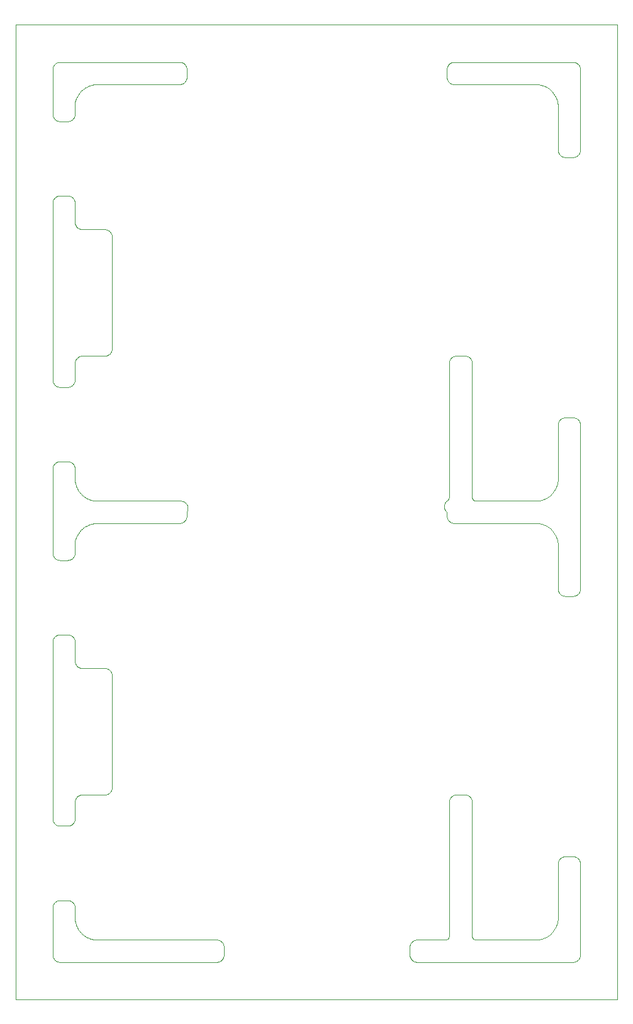
<source format=gbr>
%TF.GenerationSoftware,KiCad,Pcbnew,6.0.11+dfsg-1*%
%TF.CreationDate,2024-04-28T21:20:57+01:00*%
%TF.ProjectId,panel,70616e65-6c2e-46b6-9963-61645f706362,rev?*%
%TF.SameCoordinates,Original*%
%TF.FileFunction,Profile,NP*%
%FSLAX46Y46*%
G04 Gerber Fmt 4.6, Leading zero omitted, Abs format (unit mm)*
G04 Created by KiCad (PCBNEW 6.0.11+dfsg-1) date 2024-04-28 21:20:57*
%MOMM*%
%LPD*%
G01*
G04 APERTURE LIST*
%TA.AperFunction,Profile*%
%ADD10C,0.100000*%
%TD*%
G04 APERTURE END LIST*
D10*
X169691922Y-142924219D02*
X169699920Y-142929193D01*
X118364064Y-28067344D02*
X118236357Y-28097459D01*
X183833152Y-132239987D02*
X183859148Y-132281039D01*
X120417267Y-47591569D02*
X120417482Y-47591668D01*
X169446539Y-124489935D02*
X169449951Y-142489926D01*
X116009931Y-65361139D02*
X116006731Y-65386264D01*
X135825278Y-143361969D02*
X135855173Y-143400275D01*
X179332185Y-87312337D02*
X179309899Y-87301405D01*
X180996470Y-81139283D02*
X180999839Y-81006331D01*
X169688780Y-83922194D02*
X169689005Y-83922328D01*
X120076026Y-64496783D02*
X120075790Y-64496801D01*
X179444900Y-83628785D02*
X179466603Y-83616738D01*
X116478223Y-29334980D02*
X116478077Y-29335192D01*
X180808648Y-29946556D02*
X180808557Y-29946319D01*
X178739863Y-28092965D02*
X178739617Y-28092904D01*
X181439987Y-37633152D02*
X181400259Y-37605173D01*
X169461121Y-142600553D02*
X169463381Y-142609697D01*
X113042631Y-43677619D02*
X113057874Y-43631480D01*
X116301405Y-141309899D02*
X116312337Y-141332185D01*
X169587483Y-142840083D02*
X169587665Y-142840270D01*
X166661144Y-25075362D02*
X166706480Y-25057874D01*
X113749450Y-78729671D02*
X113796861Y-78719025D01*
X119987394Y-47500000D02*
X120012601Y-47500319D01*
X179826309Y-28620327D02*
X179826106Y-28620174D01*
X178885909Y-28134097D02*
X178764137Y-28099253D01*
X118090163Y-83858399D02*
X118113847Y-83865830D01*
X120670257Y-123241695D02*
X120670081Y-123241854D01*
X169625597Y-83876263D02*
X169625794Y-83876436D01*
X116617408Y-64576342D02*
X116617174Y-64576439D01*
X108006917Y-150999486D02*
X108007387Y-150999629D01*
X116712573Y-64542448D02*
X116688890Y-64549879D01*
X169881513Y-83991572D02*
X169888000Y-83992426D01*
X120462953Y-123386020D02*
X120462742Y-123386130D01*
X169962720Y-83996449D02*
X169962979Y-83996452D01*
X113140851Y-68218960D02*
X113116900Y-68176681D01*
X113566721Y-102070053D02*
X113611144Y-102050362D01*
X130568960Y-27859148D02*
X130526681Y-27883099D01*
X135568960Y-145859194D02*
X135526681Y-145883145D01*
X178139283Y-28003529D02*
X178006331Y-28000160D01*
X166894737Y-27989281D02*
X166846861Y-27980974D01*
X115924637Y-91363855D02*
X115904946Y-91408278D01*
X161274721Y-145638093D02*
X161244826Y-145599786D01*
X115674841Y-78956460D02*
X115710033Y-78989966D01*
X118830538Y-87005013D02*
X118830281Y-87005030D01*
X113057874Y-79356480D02*
X113075362Y-79311144D01*
X116358251Y-123733398D02*
X116339417Y-123749567D01*
X169871619Y-83990066D02*
X169872006Y-83990132D01*
X116006731Y-105613735D02*
X116009931Y-105638860D01*
X131189362Y-84924818D02*
X131191361Y-84972832D01*
X130485811Y-84041713D02*
X130531493Y-84056626D01*
X188992612Y-150999629D02*
X188993082Y-150999486D01*
X180616738Y-82466603D02*
X180628785Y-82444900D01*
X120928310Y-107129059D02*
X120928398Y-107129279D01*
X169416829Y-124249296D02*
X169427482Y-124296700D01*
X169479039Y-83662933D02*
X169479130Y-83663178D01*
X116771765Y-28967782D02*
X116754629Y-28986272D01*
X166343532Y-142552052D02*
X166344209Y-142542658D01*
X183297380Y-25042631D02*
X183343519Y-25057874D01*
X117912974Y-87200610D02*
X117791416Y-87250004D01*
X120984020Y-48323753D02*
X120991653Y-48373584D01*
X116439099Y-123672407D02*
X116418726Y-123686587D01*
X113361952Y-145775324D02*
X113325158Y-145743585D01*
X118364064Y-87067344D02*
X118236357Y-87097459D01*
X113075362Y-145388901D02*
X113057874Y-145343565D01*
X116059223Y-81591674D02*
X116064219Y-81615988D01*
X165871733Y-84162242D02*
X165900913Y-84123225D01*
X180940776Y-89408325D02*
X180935780Y-89384011D01*
X181844737Y-37789281D02*
X181796861Y-37780974D01*
X166326622Y-83638827D02*
X166326676Y-83638638D01*
X178763892Y-28099187D02*
X178739863Y-28092965D01*
X165796183Y-84287228D02*
X165819305Y-84244343D01*
X116737412Y-123535341D02*
X116737167Y-123535407D01*
X169545743Y-142790383D02*
X169551526Y-142797818D01*
X116882009Y-28855743D02*
X116881823Y-28855920D01*
X180698594Y-141309899D02*
X180698702Y-141309671D01*
X116667607Y-88085158D02*
X116651445Y-88104505D01*
X165691426Y-84806227D02*
X165689141Y-84757559D01*
X115995229Y-91082036D02*
X115989281Y-91130262D01*
X120861435Y-106992764D02*
X120861555Y-106992969D01*
X120774841Y-123131647D02*
X120774691Y-123131831D01*
X179053443Y-87191351D02*
X179030166Y-87182731D01*
X166345764Y-83513015D02*
X166345775Y-83512755D01*
X167195283Y-64510715D02*
X167243502Y-64504768D01*
X116000000Y-65506333D02*
X116000000Y-67709877D01*
X179029928Y-83817353D02*
X179030166Y-83817268D01*
X130793539Y-25325158D02*
X130825278Y-25361952D01*
X116554327Y-29228096D02*
X116478223Y-29334980D01*
X120591591Y-123305839D02*
X120550215Y-123334638D01*
X116191442Y-141053680D02*
X116238427Y-141171303D01*
X117006207Y-64500000D02*
X116993794Y-64500158D01*
X116186734Y-123918520D02*
X116186587Y-123918726D01*
X183560012Y-25166847D02*
X183599740Y-25194826D01*
X161450259Y-145805219D02*
X161411952Y-145775324D01*
X166846861Y-25019025D02*
X166894737Y-25010718D01*
X113611144Y-145924683D02*
X113566721Y-145904992D01*
X115058576Y-32973804D02*
X115009877Y-32975000D01*
X168835351Y-123575344D02*
X168879770Y-123595030D01*
X120999680Y-48487398D02*
X121000000Y-48512605D01*
X166306460Y-27674841D02*
X166274721Y-27638047D01*
X116786360Y-123523333D02*
X116761687Y-123529059D01*
X166199943Y-83853140D02*
X166208584Y-83844034D01*
X115203138Y-68680974D02*
X115155262Y-68689281D01*
X166166900Y-27476681D02*
X166145053Y-27433278D01*
X166240877Y-83807039D02*
X166240998Y-83806885D01*
X108000559Y-150993128D02*
X108000724Y-150993590D01*
X180907034Y-30260136D02*
X180900812Y-30236107D01*
X120834769Y-47949982D02*
X120861435Y-47992764D01*
X130483278Y-25095053D02*
X130526681Y-25116900D01*
X188990190Y-20000057D02*
X188987972Y-20000003D01*
X116023333Y-46713639D02*
X116029059Y-46738312D01*
X115743539Y-68374841D02*
X115710033Y-68410033D01*
X179723809Y-87545060D02*
X179703436Y-87530880D01*
X181075362Y-96188855D02*
X181057874Y-96143519D01*
X180963211Y-140466503D02*
X180966970Y-140441967D01*
X116886264Y-47493268D02*
X116886516Y-47493297D01*
X183009877Y-96800000D02*
X181990122Y-96800000D01*
X116009966Y-124360888D02*
X116009931Y-124361139D01*
X135793539Y-143325175D02*
X135825278Y-143361969D01*
X180935726Y-81616236D02*
X180935780Y-81615988D01*
X169504550Y-142723181D02*
X169504733Y-142723528D01*
X178591425Y-142940824D02*
X178591674Y-142940776D01*
X166061725Y-142950745D02*
X166073055Y-142945340D01*
X135760033Y-143289982D02*
X135793539Y-143325175D01*
X136007368Y-145297426D02*
X135992125Y-145343565D01*
X113611144Y-32899637D02*
X113566721Y-32879946D01*
X113000000Y-145009923D02*
X113000000Y-138690122D01*
X183250549Y-25029671D02*
X183297380Y-25042631D01*
X116069095Y-30207121D02*
X116035552Y-30333971D01*
X113523318Y-78816900D02*
X113566721Y-78795053D01*
X116145060Y-123981736D02*
X116144929Y-123981953D01*
X116108060Y-105951622D02*
X116119787Y-105974073D01*
X113656480Y-91917125D02*
X113611144Y-91899637D01*
X117791416Y-28250004D02*
X117791179Y-28250104D01*
X116182646Y-82029928D02*
X116182731Y-82030166D01*
X181611144Y-72875362D02*
X181656480Y-72857874D01*
X184000000Y-36809877D02*
X183998804Y-36858576D01*
X166079671Y-25749450D02*
X166092631Y-25702619D01*
X115743539Y-102300158D02*
X115775278Y-102336952D01*
X113796861Y-145981020D02*
X113749450Y-145970374D01*
X113892963Y-25004770D02*
X113941423Y-25001195D01*
X108002170Y-20003902D02*
X108001878Y-20004296D01*
X166491451Y-123980913D02*
X166517450Y-123939870D01*
X108009318Y-150999964D02*
X108009809Y-150999988D01*
X161079671Y-145250595D02*
X161069025Y-145203184D01*
X116171299Y-29910213D02*
X116171205Y-29910453D01*
X116635678Y-141846136D02*
X116715719Y-141944299D01*
X166489987Y-25166847D02*
X166531039Y-25140851D01*
X120591591Y-47694160D02*
X120591782Y-47694300D01*
X117768076Y-28260192D02*
X117767842Y-28260298D01*
X116594132Y-106413668D02*
X116594364Y-106413771D01*
X117296563Y-83469119D02*
X117296773Y-83469261D01*
X117424025Y-142552359D02*
X117533176Y-142616613D01*
X116058235Y-105835556D02*
X116066856Y-105858833D01*
X130705400Y-84137841D02*
X130746158Y-84163297D01*
X130785634Y-84190700D02*
X130823733Y-84219987D01*
X116249567Y-123839417D02*
X116233398Y-123858251D01*
X116997489Y-87749867D02*
X116978544Y-87766498D01*
X183203138Y-131819025D02*
X183250549Y-131829671D01*
X116371214Y-82444900D02*
X116383261Y-82466603D01*
X166050000Y-86009877D02*
X166050000Y-85512295D01*
X108000057Y-20009809D02*
X108000003Y-20012027D01*
X117173690Y-142379672D02*
X117173893Y-142379825D01*
X116013725Y-124336352D02*
X116009966Y-124360888D01*
X120370720Y-123428398D02*
X120323446Y-123445907D01*
X166190275Y-83862329D02*
X166190468Y-83862151D01*
X108009809Y-20000057D02*
X108009809Y-20000057D01*
X184000000Y-73790122D02*
X184000000Y-95809877D01*
X117353730Y-28482811D02*
X117353514Y-28482952D01*
X116635520Y-82845937D02*
X116635678Y-82846136D01*
X181140851Y-73281039D02*
X181166847Y-73239987D01*
X120774691Y-47868168D02*
X120774841Y-47868352D01*
X115957368Y-126997380D02*
X115942125Y-127043519D01*
X188993544Y-20000724D02*
X188993082Y-20000559D01*
X136039281Y-145155308D02*
X136030974Y-145203184D01*
X169539909Y-142782252D02*
X169540021Y-142782413D01*
X120983978Y-63676479D02*
X120973830Y-63725860D01*
X166799450Y-27970328D02*
X166752619Y-27957368D01*
X130954946Y-27433278D02*
X130933099Y-27476681D01*
X178909836Y-87141600D02*
X178886152Y-87134169D01*
X180284280Y-141944299D02*
X180364321Y-141846136D01*
X113010718Y-32130262D02*
X113004770Y-32082036D01*
X116172407Y-47060900D02*
X116186587Y-47081273D01*
X180935780Y-30384011D02*
X180935726Y-30383763D01*
X116049958Y-65188649D02*
X116049879Y-65188890D01*
X169509378Y-83731947D02*
X169524095Y-83757434D01*
X116881823Y-28855920D02*
X116863758Y-28873504D01*
X165689141Y-84757559D02*
X165689252Y-84708838D01*
X116266714Y-123820433D02*
X116249734Y-123839227D01*
X116000972Y-65461761D02*
X116000962Y-65462015D01*
X183980974Y-145203184D02*
X183970328Y-145250595D01*
X181116900Y-132323318D02*
X181140851Y-132281039D01*
X130439459Y-84029034D02*
X130485811Y-84041713D01*
X116004812Y-140164579D02*
X116014430Y-140290873D01*
X189000000Y-20012272D02*
X188999996Y-20012027D01*
X166150730Y-83896130D02*
X166160689Y-83888488D01*
X166258086Y-142782926D02*
X166272332Y-142760988D01*
X113224721Y-25361952D02*
X113256460Y-25325158D01*
X120670081Y-123241854D02*
X120631831Y-123274691D01*
X116712573Y-47457551D02*
X116712816Y-47457624D01*
X180999999Y-31006207D02*
X180999841Y-30993794D01*
X178291125Y-83985547D02*
X178315820Y-83983036D01*
X116570888Y-106402985D02*
X116571117Y-106403093D01*
X180996460Y-89860463D02*
X180995203Y-89835673D01*
X116042448Y-46787426D02*
X116049879Y-46811109D01*
X180940824Y-89408574D02*
X180940776Y-89408325D01*
X177993684Y-142999996D02*
X178006313Y-142999839D01*
X169497342Y-83708501D02*
X169497425Y-83708679D01*
X116664682Y-123558150D02*
X116664443Y-123558235D01*
X120225860Y-123473830D02*
X120176479Y-123483978D01*
X120507030Y-123361555D02*
X120462953Y-123386020D01*
X113566721Y-137795053D02*
X113611144Y-137775362D01*
X180907095Y-30260382D02*
X180907034Y-30260136D01*
X116000000Y-31984877D02*
X115998804Y-32033576D01*
X116000003Y-30512682D02*
X116000000Y-30512941D01*
X120908430Y-48082732D02*
X120928310Y-48129059D01*
X116978544Y-87766498D02*
X116978353Y-87766670D01*
X183904946Y-25566721D02*
X183924637Y-25611144D01*
X166712553Y-123724659D02*
X166750857Y-123694772D01*
X119006333Y-143000000D02*
X135059878Y-143000016D01*
X181000000Y-80993666D02*
X181000000Y-73790122D01*
X179826106Y-142379825D02*
X179826309Y-142379672D01*
X169962720Y-142996449D02*
X169962979Y-142996452D01*
X135157036Y-145995275D02*
X135108576Y-145998850D01*
X116836102Y-47486233D02*
X116836352Y-47486274D01*
X181656480Y-37742125D02*
X181611144Y-37724637D01*
X131051535Y-85497986D02*
X131051302Y-85498420D01*
X113140851Y-91493960D02*
X113116900Y-91451681D01*
X178615988Y-83935780D02*
X178616236Y-83935726D01*
X116460458Y-64658327D02*
X116439309Y-64672265D01*
X115805173Y-102375259D02*
X115833152Y-102414987D01*
X115980974Y-67903138D02*
X115970328Y-67950549D01*
X116172407Y-64939099D02*
X116172265Y-64939309D01*
X115058576Y-137701195D02*
X115107036Y-137704770D01*
X116460901Y-141597256D02*
X116461038Y-141597469D01*
X166228583Y-83821822D02*
X166234747Y-83814700D01*
X116447640Y-141575974D02*
X116447771Y-141576191D01*
X113019025Y-43771861D02*
X113029671Y-43724450D01*
X183859148Y-145519006D02*
X183833152Y-145560058D01*
X117555099Y-83628785D02*
X117555322Y-83628905D01*
X116002245Y-46563280D02*
X116004168Y-46588536D01*
X116058150Y-105835317D02*
X116058235Y-105835556D01*
X116761687Y-47470940D02*
X116786360Y-47476666D01*
X166331408Y-142620003D02*
X166331451Y-142619811D01*
X116000158Y-65493794D02*
X116000000Y-65506207D01*
X180907095Y-81739617D02*
X180935726Y-81616236D01*
X116817128Y-83057500D02*
X116817301Y-83057686D01*
X116049879Y-46811109D02*
X116049958Y-46811350D01*
X117006333Y-123500000D02*
X117006207Y-123500000D01*
X130649740Y-25194826D02*
X130688047Y-25224721D01*
X117098482Y-28665701D02*
X116997684Y-28749699D01*
X120507235Y-106638564D02*
X120550017Y-106665230D01*
X180966970Y-30558032D02*
X180963211Y-30533496D01*
X180858399Y-140909836D02*
X180865830Y-140886152D01*
X169907341Y-83994209D02*
X169907537Y-83994221D01*
X178164579Y-142995187D02*
X178290873Y-142985569D01*
X166346449Y-83486966D02*
X166350525Y-65489898D01*
X116339417Y-106250432D02*
X116358251Y-106266601D01*
X116000000Y-43965122D02*
X116000000Y-46493666D01*
X116049958Y-105811350D02*
X116058150Y-105835317D01*
X169962979Y-142996452D02*
X177993555Y-142999997D01*
X113566721Y-145904992D02*
X113523318Y-145883145D01*
X183833152Y-37360012D02*
X183805173Y-37399740D01*
X166616721Y-25095053D02*
X166661144Y-25075362D01*
X166272332Y-142760988D02*
X166272472Y-142760766D01*
X135300550Y-143029688D02*
X135347381Y-143042648D01*
X115343519Y-137757874D02*
X115388855Y-137775362D01*
X116786608Y-123523279D02*
X116786360Y-123523333D01*
X166531039Y-25140851D02*
X166573318Y-25116900D01*
X179703226Y-142469261D02*
X179703436Y-142469119D01*
X118389245Y-28062086D02*
X118388992Y-28062136D01*
X130059877Y-25000000D02*
X130108576Y-25001195D01*
X116000158Y-46506205D02*
X116000160Y-46506331D01*
X130610012Y-25166847D02*
X130649740Y-25194826D01*
X180995187Y-89835420D02*
X180985569Y-89709126D01*
X116249734Y-64839227D02*
X116249567Y-64839417D01*
X166380243Y-65249266D02*
X166393209Y-65202444D01*
X116201878Y-106102097D02*
X116217072Y-106121725D01*
X183883099Y-73323318D02*
X183904946Y-73366721D01*
X116737167Y-47464592D02*
X116737412Y-47464658D01*
X181000000Y-73790122D02*
X181001195Y-73741423D01*
X120805839Y-123091591D02*
X120805699Y-123091782D01*
X119987394Y-123500000D02*
X117006333Y-123500000D01*
X117098682Y-87665539D02*
X117098482Y-87665701D01*
X116886516Y-47493297D02*
X116911211Y-47495808D01*
X113566721Y-91879946D02*
X113523318Y-91858099D01*
X115250549Y-127670328D02*
X115203138Y-127680974D01*
X120774691Y-123131831D02*
X120741854Y-123170081D01*
X161216847Y-145560058D02*
X161190851Y-145519006D01*
X118260136Y-142907034D02*
X118260382Y-142907095D01*
X180967005Y-81441716D02*
X180983007Y-81316071D01*
X169457905Y-142584319D02*
X169459098Y-142590752D01*
X120983978Y-48323520D02*
X120984020Y-48323753D01*
X166961721Y-64575340D02*
X167007051Y-64557857D01*
X169463430Y-83609887D02*
X169471049Y-83638315D01*
X115957368Y-91272380D02*
X115942125Y-91318519D01*
X166307911Y-142691155D02*
X166318457Y-142663679D01*
X113481039Y-25140851D02*
X113523318Y-25116900D01*
X113057874Y-43631480D02*
X113075362Y-43586144D01*
X180935726Y-89383763D02*
X180907095Y-89260382D01*
X116761441Y-106470880D02*
X116761687Y-106470940D01*
X116042375Y-65212816D02*
X116035407Y-65237167D01*
X131050233Y-85502680D02*
X131050003Y-85512050D01*
X178764137Y-142900746D02*
X178885909Y-142865902D01*
X161846862Y-143019068D02*
X161894738Y-143010761D01*
X120961140Y-48225106D02*
X120973776Y-48273908D01*
X179029928Y-87182646D02*
X178910076Y-87141679D01*
X166242882Y-142803872D02*
X166250523Y-142793913D01*
X116817301Y-83057686D02*
X116834402Y-83075677D01*
X116997684Y-28749699D02*
X116997489Y-28749867D01*
X135347380Y-145957414D02*
X135300549Y-145970374D01*
X108009809Y-150999988D02*
X108012027Y-151000042D01*
X116439099Y-47327592D02*
X116439309Y-47327734D01*
X169625794Y-83876436D02*
X169635340Y-83884588D01*
X113400259Y-78894826D02*
X113439987Y-78866847D01*
X183058576Y-72801195D02*
X183107036Y-72804770D01*
X183942125Y-25656480D02*
X183957368Y-25702619D01*
X113095053Y-91408278D02*
X113075362Y-91363855D01*
X116069095Y-89207121D02*
X116035552Y-89333971D01*
X113000000Y-25990122D02*
X113001195Y-25941423D01*
X166145053Y-86433278D02*
X166125362Y-86388855D01*
X117937046Y-87191542D02*
X117936804Y-87191630D01*
X165950174Y-142988958D02*
X165950560Y-142988882D01*
X116006731Y-46613735D02*
X116009931Y-46638860D01*
X180967005Y-89558283D02*
X180966970Y-89558032D01*
X166049573Y-85502648D02*
X166049454Y-85502172D01*
X113566721Y-43070053D02*
X113611144Y-43050362D01*
X120861555Y-64007030D02*
X120861435Y-64007235D01*
X180761475Y-141171537D02*
X180761572Y-141171303D01*
X166343496Y-83552443D02*
X166343532Y-83552052D01*
X115743539Y-79025158D02*
X115775278Y-79061952D01*
X120973830Y-107274139D02*
X120983978Y-107323520D01*
X108000724Y-150993590D02*
X108000912Y-150994043D01*
X166170640Y-83880005D02*
X166170837Y-83879833D01*
X115107036Y-101979770D02*
X115155262Y-101985718D01*
X116811171Y-47481764D02*
X116836102Y-47486233D01*
X183599740Y-145805219D02*
X183560012Y-145833198D01*
X180364479Y-88154062D02*
X180364321Y-88153863D01*
X130724841Y-27743539D02*
X130688047Y-27775278D01*
X169804779Y-142974463D02*
X169804968Y-142974516D01*
X169771177Y-83963008D02*
X169783010Y-83967198D01*
X166361273Y-124344536D02*
X166369588Y-124296668D01*
X113656480Y-32917125D02*
X113611144Y-32899637D01*
X180996460Y-140139536D02*
X180996470Y-140139283D01*
X166190851Y-27518960D02*
X166166900Y-27476681D01*
X183560012Y-37633152D02*
X183518960Y-37659148D01*
X113941423Y-78701195D02*
X113990122Y-78700000D01*
X113656480Y-78757874D02*
X113702619Y-78742631D01*
X181439987Y-96633152D02*
X181400259Y-96605173D01*
X116570888Y-123597014D02*
X116548603Y-123607946D01*
X115942125Y-127043519D02*
X115924637Y-127088855D01*
X113166847Y-145560058D02*
X113140851Y-145519006D01*
X113010718Y-67855262D02*
X113004770Y-67807036D01*
X115957368Y-138402619D02*
X115970328Y-138449450D01*
X116013725Y-105663647D02*
X116013766Y-105663897D01*
X117154062Y-83364479D02*
X117173690Y-83379672D01*
X116000962Y-105537984D02*
X116000972Y-105538238D01*
X120991683Y-122626180D02*
X120991653Y-122626415D01*
X169786417Y-142968762D02*
X169795356Y-142971731D01*
X113325158Y-102231460D02*
X113361952Y-102199721D01*
X113481039Y-127559148D02*
X113439987Y-127533152D01*
X118709126Y-83985569D02*
X118835420Y-83995187D01*
X178441716Y-28032994D02*
X178316071Y-28016992D01*
X115638047Y-78924721D02*
X115674841Y-78956460D01*
X120323446Y-123445907D02*
X120323221Y-123445984D01*
X116000962Y-124462015D02*
X116000160Y-124493668D01*
X118384011Y-83935780D02*
X118408325Y-83940776D01*
X116096906Y-105928882D02*
X116097014Y-105929111D01*
X117555099Y-142628785D02*
X117555322Y-142628905D01*
X116066856Y-105858833D02*
X116066947Y-105859069D01*
X130895447Y-84283930D02*
X130928893Y-84318435D01*
X113892963Y-32970229D02*
X113844737Y-32964281D01*
X166049312Y-85501702D02*
X166049146Y-85501240D01*
X180999839Y-89993668D02*
X180996470Y-89860716D01*
X113325158Y-68443539D02*
X113289966Y-68410033D01*
X116006731Y-65386264D02*
X116006702Y-65386516D01*
X113095053Y-43541721D02*
X113116900Y-43498318D01*
X113990122Y-101975000D02*
X115009877Y-101975000D01*
X120834638Y-64050215D02*
X120805839Y-64091591D01*
X180817268Y-141030166D02*
X180817353Y-141029928D01*
X115989281Y-126855262D02*
X115980974Y-126903138D01*
X180808557Y-88946319D02*
X180761572Y-88828696D01*
X166303010Y-142702996D02*
X166307814Y-142691398D01*
X167053184Y-64542619D02*
X167100009Y-64529663D01*
X169525832Y-142760437D02*
X169530701Y-142768500D01*
X120631647Y-64274841D02*
X120591782Y-64305699D01*
X180996470Y-140139283D02*
X180999839Y-140006331D01*
X161752619Y-145957414D02*
X161706480Y-145942171D01*
X113256460Y-145674887D02*
X113224721Y-145638093D01*
X116171205Y-29910453D02*
X116124807Y-30033185D01*
X180817268Y-88969833D02*
X180808648Y-88946556D01*
X179963327Y-142267949D02*
X179963517Y-142267781D01*
X166411952Y-86775278D02*
X166375158Y-86743539D01*
X169084523Y-123724669D02*
X169121316Y-123756401D01*
X180907095Y-89260382D02*
X180907034Y-89260136D01*
X118518585Y-87038538D02*
X118518332Y-87038581D01*
X161616722Y-143095096D02*
X161661145Y-143075404D01*
X116936971Y-64502229D02*
X116936719Y-64502245D01*
X115250549Y-68670328D02*
X115203138Y-68680974D01*
X178164326Y-87004796D02*
X178139536Y-87003539D01*
X116023333Y-124286360D02*
X116023279Y-124286608D01*
X113010718Y-102819737D02*
X113019025Y-102771861D01*
X113075362Y-127088855D02*
X113057874Y-127043519D01*
X116158190Y-64960671D02*
X116145060Y-64981736D01*
X181042631Y-37097380D02*
X181029671Y-37050549D01*
X116186587Y-47081273D02*
X116186734Y-47081479D01*
X180075677Y-142165597D02*
X180075858Y-142165420D01*
X180858320Y-30089923D02*
X180817353Y-29970071D01*
X120834769Y-106949982D02*
X120861435Y-106992764D01*
X116447771Y-82576191D02*
X116460901Y-82597256D01*
X118408574Y-83940824D02*
X118533246Y-83963170D01*
X161060718Y-145155308D02*
X161054770Y-145107082D01*
X116266886Y-64820247D02*
X116266714Y-64820433D01*
X116099253Y-81764137D02*
X116134097Y-81885909D01*
X131030974Y-86203138D02*
X131020328Y-86250549D01*
X169489679Y-142690654D02*
X169489751Y-142690836D01*
X115998804Y-67758576D02*
X115995229Y-67807036D01*
X117173893Y-142379825D02*
X117275984Y-142454792D01*
X116978544Y-28766498D02*
X116978353Y-28766670D01*
X169455088Y-142564903D02*
X169455111Y-142565098D01*
X169471049Y-83638315D02*
X169471120Y-83638567D01*
X178316071Y-83983007D02*
X178441716Y-83967005D01*
X169388616Y-65156342D02*
X169403863Y-65202473D01*
X179194347Y-142751687D02*
X179194578Y-142751584D01*
X166118500Y-142919298D02*
X166118832Y-142919089D01*
X116911211Y-106495808D02*
X116911463Y-106495831D01*
X120999355Y-63525443D02*
X120996801Y-63575790D01*
X113749450Y-137729671D02*
X113796861Y-137719025D01*
X116861139Y-47490068D02*
X116886264Y-47493268D01*
X116993668Y-64500160D02*
X116962015Y-64500962D01*
X113042631Y-126997380D02*
X113029671Y-126950549D01*
X179466603Y-28383261D02*
X179444900Y-28371214D01*
X178441967Y-87033029D02*
X178441716Y-87032994D01*
X169504733Y-83723528D02*
X169509282Y-83731776D01*
X113749450Y-32945328D02*
X113702619Y-32932368D01*
X116035407Y-124237167D02*
X116035341Y-124237412D01*
X116481953Y-123644929D02*
X116481736Y-123645060D01*
X116786360Y-64523333D02*
X116761687Y-64529059D01*
X161069025Y-145203184D02*
X161060718Y-145155308D01*
X136050000Y-143990138D02*
X136050000Y-145009923D01*
X113481039Y-68559148D02*
X113439987Y-68533152D01*
X130297482Y-84004676D02*
X130345184Y-84010494D01*
X183518960Y-145859194D02*
X183476681Y-145883145D01*
X166049146Y-85501240D02*
X166048959Y-85500787D01*
X169403863Y-65202473D02*
X169416829Y-65249296D01*
X166208949Y-142843649D02*
X166217589Y-142834543D01*
X180996460Y-30860463D02*
X180995203Y-30835673D01*
X130157036Y-25004770D02*
X130205262Y-25010718D01*
X118683928Y-142983007D02*
X118684179Y-142983036D01*
X115297380Y-127657368D02*
X115250549Y-127670328D01*
X118533246Y-83963170D02*
X118533496Y-83963211D01*
X113057874Y-91318519D02*
X113042631Y-91272380D01*
X108000201Y-150991701D02*
X108000297Y-150992182D01*
X183638047Y-145775324D02*
X183599740Y-145805219D01*
X116248312Y-141194347D02*
X116248415Y-141194578D01*
X180182871Y-28942499D02*
X180182698Y-28942313D01*
X116302256Y-47216011D02*
X116320247Y-47233113D01*
X166285403Y-83738346D02*
X166297278Y-83715039D01*
X113075362Y-68088855D02*
X113057874Y-68043519D01*
X130610012Y-86833152D02*
X130568960Y-86859148D01*
X117055700Y-142284280D02*
X117153863Y-142364321D01*
X180935780Y-89384011D02*
X180935726Y-89383763D01*
X118408325Y-142940776D02*
X118408574Y-142940824D01*
X131039281Y-86155262D02*
X131030974Y-86203138D01*
X130393519Y-25057874D02*
X130438855Y-25075362D01*
X116339227Y-64749734D02*
X116320433Y-64766714D01*
X169450124Y-142502965D02*
X169450382Y-142512801D01*
X180858320Y-89089923D02*
X180817353Y-88970071D01*
X116548603Y-106392053D02*
X116570888Y-106402985D01*
X116936719Y-64502245D02*
X116911463Y-64504168D01*
X179309671Y-83698702D02*
X179309899Y-83698594D01*
X180865902Y-30114090D02*
X180865830Y-30113847D01*
X116132080Y-65003780D02*
X116131954Y-65004000D01*
X116035552Y-89333971D02*
X116035489Y-89334220D01*
X130724841Y-86743539D02*
X130688047Y-86775278D01*
X169497425Y-83708679D02*
X169500242Y-83714585D01*
X135438856Y-143075378D02*
X135483278Y-143095069D01*
X113194826Y-102375259D02*
X113224721Y-102336952D01*
X166190851Y-86518960D02*
X166166900Y-86476681D01*
X117153863Y-83364321D02*
X117154062Y-83364479D01*
X116754629Y-87986272D02*
X116754456Y-87986463D01*
X113004770Y-43867963D02*
X113010718Y-43819737D01*
X183388855Y-131875362D02*
X183433278Y-131895053D01*
X108001878Y-150995749D02*
X108002170Y-150996143D01*
X116525703Y-47380091D02*
X116525926Y-47380212D01*
X116049879Y-65188890D02*
X116042448Y-65212573D01*
X118060983Y-28148466D02*
X117937046Y-28191542D01*
X130883152Y-25439987D02*
X130909148Y-25481039D01*
X169833389Y-83982131D02*
X169862177Y-83988250D01*
X108000003Y-150988018D02*
X108000057Y-150990236D01*
X113194826Y-32574740D02*
X113166847Y-32535012D01*
X120886020Y-48037046D02*
X120886130Y-48037257D01*
X183674841Y-37543539D02*
X183638047Y-37575278D01*
X131091111Y-84555603D02*
X131111143Y-84599284D01*
X166341572Y-142568486D02*
X166342426Y-142561999D01*
X166991423Y-86998804D02*
X166942963Y-86995229D01*
X178139536Y-28003539D02*
X178139283Y-28003529D01*
X184000000Y-25990122D02*
X184000000Y-36809877D01*
X117375007Y-87469291D02*
X117353730Y-87482811D01*
X113224721Y-145638093D02*
X113194826Y-145599786D01*
X181941423Y-37798804D02*
X181892963Y-37795229D01*
X130526681Y-86883099D02*
X130483278Y-86904946D01*
X178316071Y-28016992D02*
X178315820Y-28016963D01*
X113702619Y-127657368D02*
X113656480Y-127642125D01*
X188995295Y-20001605D02*
X188994874Y-20001353D01*
X169795356Y-142971731D02*
X169795731Y-142971848D01*
X115433278Y-127604946D02*
X115388855Y-127624637D01*
X166467498Y-124023182D02*
X166491451Y-123980913D01*
X166961721Y-123575340D02*
X167007051Y-123557857D01*
X179332411Y-87312451D02*
X179332185Y-87312337D01*
X113439987Y-32808152D02*
X113400259Y-32780173D01*
X115805173Y-127299740D02*
X115775278Y-127338047D01*
X120126180Y-106508316D02*
X120126415Y-106508346D01*
X120908331Y-48082517D02*
X120908430Y-48082732D01*
X181796861Y-37780974D02*
X181749450Y-37770328D01*
X180538961Y-82597469D02*
X180539098Y-82597256D01*
X115883099Y-138223318D02*
X115904946Y-138266721D01*
X161107874Y-143656523D02*
X161125362Y-143611187D01*
X116014430Y-140290873D02*
X116014452Y-140291125D01*
X115970328Y-79449450D02*
X115980974Y-79496861D01*
X180940824Y-81591425D02*
X180963170Y-81466753D01*
X130825278Y-27638047D02*
X130793539Y-27674841D01*
X180552228Y-29423808D02*
X180539098Y-29402743D01*
X178885909Y-87134097D02*
X178764137Y-87099253D01*
X113941423Y-32973804D02*
X113892963Y-32970229D01*
X120225860Y-106526169D02*
X120226091Y-106526223D01*
X183388855Y-145924683D02*
X183343519Y-145942171D01*
X113140851Y-102456039D02*
X113166847Y-102414987D01*
X161051195Y-143941466D02*
X161054770Y-143893006D01*
X116006702Y-65386516D02*
X116004191Y-65411211D01*
X180616738Y-29533396D02*
X180616613Y-29533176D01*
X113611144Y-68624637D02*
X113566721Y-68604946D01*
X130990568Y-84392109D02*
X131018652Y-84431103D01*
X113140851Y-145519006D02*
X113116900Y-145476727D01*
X113656480Y-43032874D02*
X113702619Y-43017631D01*
X181941423Y-131801195D02*
X181990122Y-131800000D01*
X183805173Y-132200259D02*
X183833152Y-132239987D01*
X116124807Y-89033185D02*
X116124719Y-89033427D01*
X169457905Y-83584319D02*
X169459098Y-83590752D01*
X165754765Y-85090553D02*
X165738414Y-85044657D01*
X116383386Y-141466823D02*
X116447640Y-141575974D01*
X169493299Y-142699561D02*
X169493454Y-142699922D01*
X188994441Y-150998923D02*
X188994874Y-150998692D01*
X136030974Y-145203184D02*
X136020328Y-145250595D01*
X115107036Y-42979770D02*
X115155262Y-42985718D01*
X116006702Y-124386516D02*
X116004191Y-124411211D01*
X183638047Y-96575278D02*
X183599740Y-96605173D01*
X120225860Y-64473830D02*
X120176479Y-64483978D01*
X116283988Y-64802256D02*
X116266886Y-64820247D01*
X180808648Y-82053443D02*
X180817268Y-82030166D01*
X116096906Y-124071117D02*
X116086331Y-124094132D01*
X180817353Y-88970071D02*
X180817268Y-88969833D01*
X115883099Y-91451681D02*
X115859148Y-91493960D01*
X116172407Y-123939099D02*
X116172265Y-123939309D01*
X181990122Y-131800000D02*
X183009877Y-131800000D01*
X116962015Y-123500962D02*
X116961761Y-123500972D01*
X169427482Y-65296700D02*
X169435796Y-65344569D01*
X188999275Y-150993590D02*
X188999440Y-150993128D01*
X183980974Y-132596861D02*
X183989281Y-132644737D01*
X131185034Y-84876959D02*
X131189362Y-84924818D01*
X169459098Y-83590752D02*
X169459136Y-83590945D01*
X167340647Y-64500000D02*
X168456417Y-64500000D01*
X166545431Y-123900152D02*
X166575327Y-123861855D01*
X180985547Y-140291125D02*
X180985569Y-140290873D01*
X180364321Y-88153863D02*
X180284280Y-88055700D01*
X120274893Y-123461140D02*
X120226091Y-123473776D01*
X178615988Y-142935780D02*
X178616236Y-142935726D01*
X115638047Y-43199721D02*
X115674841Y-43231460D01*
X117805421Y-142751584D02*
X117805652Y-142751687D01*
X183957368Y-132502619D02*
X183970328Y-132549450D01*
X166190851Y-25481039D02*
X166216847Y-25439987D01*
X118260136Y-83907034D02*
X118260382Y-83907095D01*
X115674841Y-43231460D02*
X115710033Y-43264966D01*
X108000129Y-150991215D02*
X108000201Y-150991701D01*
X115297380Y-91932368D02*
X115250549Y-91945328D01*
X117667588Y-83687548D02*
X117667814Y-83687662D01*
X179332185Y-83687662D02*
X179332411Y-83687548D01*
X166084781Y-142938984D02*
X166110268Y-142924267D01*
X115942125Y-43631480D02*
X115957368Y-43677619D01*
X120774691Y-106868168D02*
X120774841Y-106868352D01*
X116182731Y-141030166D02*
X116191351Y-141053443D01*
X120462953Y-106613979D02*
X120507030Y-106638444D01*
X178739617Y-28092904D02*
X178616236Y-28064273D01*
X115638047Y-91750278D02*
X115599740Y-91780173D01*
X166329269Y-142629175D02*
X166331408Y-142620003D01*
X116035341Y-105762587D02*
X116035407Y-105762832D01*
X116035341Y-124237412D02*
X116029119Y-124261441D01*
X180267949Y-29036672D02*
X180267781Y-29036482D01*
X116594364Y-64586228D02*
X116594132Y-64586331D01*
X117533396Y-142616738D02*
X117555099Y-142628785D01*
X116463847Y-29356312D02*
X116393342Y-29466969D01*
X115904946Y-43541721D02*
X115924637Y-43586144D01*
X116339227Y-47250265D02*
X116339417Y-47250432D01*
X116116414Y-30057229D02*
X116116332Y-30057473D01*
X180967005Y-140441716D02*
X180983007Y-140316071D01*
X115518960Y-137840851D02*
X115560012Y-137866847D01*
X113990122Y-91975000D02*
X113941423Y-91973804D01*
X116086228Y-46905635D02*
X116086331Y-46905867D01*
X169678077Y-83915636D02*
X169688780Y-83922194D01*
X169862369Y-83988289D02*
X169871619Y-83990066D01*
X116993794Y-47499841D02*
X117006207Y-47499999D01*
X166092631Y-27297380D02*
X166079671Y-27250549D01*
X116000000Y-80993666D02*
X116000000Y-80993792D01*
X180865830Y-140886152D02*
X180865902Y-140885909D01*
X113796861Y-78719025D02*
X113844737Y-78710718D01*
X165966313Y-142985290D02*
X165966504Y-142985242D01*
X117173690Y-83379672D02*
X117173893Y-83379825D01*
X118993668Y-83999839D02*
X118993794Y-83999841D01*
X113796861Y-91955974D02*
X113749450Y-91945328D01*
X120928310Y-63870940D02*
X120908430Y-63917267D01*
X108005558Y-150998923D02*
X108006002Y-150999133D01*
X115995229Y-32082036D02*
X115989281Y-32130262D01*
X135610013Y-143166864D02*
X135649740Y-143194843D01*
X118388992Y-28062136D02*
X118364315Y-28067288D01*
X113844737Y-91964281D02*
X113796861Y-91955974D01*
X116132080Y-46996219D02*
X116144929Y-47018046D01*
X179724015Y-83454792D02*
X179826106Y-83379825D01*
X161894738Y-143010761D02*
X161942964Y-143004813D01*
X183980974Y-25796861D02*
X183989281Y-25844737D01*
X117805421Y-83751584D02*
X117805652Y-83751687D01*
X120834638Y-106949784D02*
X120834769Y-106949982D01*
X116594364Y-47413771D02*
X116617174Y-47423560D01*
X116171299Y-88910213D02*
X116171205Y-88910453D01*
X120417267Y-106591569D02*
X120417482Y-106591668D01*
X179309899Y-28301405D02*
X179309671Y-28301297D01*
X113400259Y-137894826D02*
X113439987Y-137866847D01*
X169435796Y-124344569D02*
X169441752Y-124392788D01*
X169783258Y-83967282D02*
X169808136Y-83975365D01*
X113166847Y-91535012D02*
X113140851Y-91493960D01*
X161069025Y-143796904D02*
X161079672Y-143749493D01*
X181029671Y-96050549D02*
X181019025Y-96003138D01*
X116339417Y-64749567D02*
X116339227Y-64749734D01*
X120996783Y-122576026D02*
X120991683Y-122626180D01*
X117510133Y-87388995D02*
X117509908Y-87389119D01*
X135649740Y-143194843D02*
X135688047Y-143224738D01*
X169441752Y-65392788D02*
X169445335Y-65441241D01*
X177993666Y-28000000D02*
X167040122Y-28000000D01*
X120176246Y-123484020D02*
X120126415Y-123491653D01*
X166199573Y-83853510D02*
X166199943Y-83853140D01*
X116993668Y-123500160D02*
X116962015Y-123500962D01*
X118061228Y-28148385D02*
X118060983Y-28148466D01*
X116217229Y-123878075D02*
X116217072Y-123878274D01*
X115970328Y-32225549D02*
X115957368Y-32272380D01*
X169463381Y-142609697D02*
X169463430Y-142609887D01*
X161051195Y-145058622D02*
X161050000Y-145009923D01*
X116418726Y-106313412D02*
X116439099Y-106327592D01*
X113057874Y-68043519D02*
X113042631Y-67997380D01*
X181289966Y-132089966D02*
X181325158Y-132056460D01*
X118260382Y-83907095D02*
X118383763Y-83935726D01*
X116108060Y-65048377D02*
X116107946Y-65048603D01*
X113361952Y-102199721D02*
X113400259Y-102169826D01*
X115710033Y-127410033D02*
X115674841Y-127443539D01*
X178441967Y-28033029D02*
X178441716Y-28032994D01*
X179029928Y-28182646D02*
X178910076Y-28141679D01*
X166125362Y-86388855D02*
X166107874Y-86343519D01*
X165713579Y-84515774D02*
X165725556Y-84468548D01*
X120774841Y-64131647D02*
X120774691Y-64131831D01*
X113095053Y-32408278D02*
X113075362Y-32363855D01*
X115980974Y-102771861D02*
X115989281Y-102819737D01*
X161706480Y-143057917D02*
X161752619Y-143042674D01*
X166126860Y-142913797D02*
X166132252Y-142910090D01*
X116688890Y-64549879D02*
X116688649Y-64549958D01*
X116548377Y-106391939D02*
X116548603Y-106392053D01*
X135974638Y-143611160D02*
X135992125Y-143656496D01*
X188993082Y-150999486D02*
X188993544Y-150999321D01*
X183942125Y-132456480D02*
X183957368Y-132502619D01*
X183980974Y-73596861D02*
X183989281Y-73644737D01*
X113289966Y-32685033D02*
X113256460Y-32649841D01*
X115775278Y-127338047D02*
X115743539Y-127374841D01*
X169489679Y-83690654D02*
X169489751Y-83690836D01*
X120991653Y-122626415D02*
X120984020Y-122676246D01*
X115989281Y-67855262D02*
X115980974Y-67903138D01*
X116076342Y-46882591D02*
X116076439Y-46882825D01*
X116383386Y-82466823D02*
X116447640Y-82575974D01*
X131191029Y-85020885D02*
X131188365Y-85068866D01*
X120961075Y-48224878D02*
X120961140Y-48225106D01*
X115009877Y-32975000D02*
X113990122Y-32975000D01*
X180454939Y-82723809D02*
X180469119Y-82703436D01*
X120886020Y-122962953D02*
X120861555Y-123007030D01*
X169450389Y-142512998D02*
X169450822Y-142522407D01*
X116002610Y-89487588D02*
X116000470Y-89499269D01*
X116312337Y-141332185D02*
X116312451Y-141332411D01*
X116000160Y-65493668D02*
X116000158Y-65493794D01*
X180075677Y-28834402D02*
X180057686Y-28817301D01*
X168965444Y-64640818D02*
X169006494Y-64666808D01*
X181194826Y-132200259D02*
X181224721Y-132161952D01*
X116144929Y-106018046D02*
X116145060Y-106018263D01*
X169305625Y-64980934D02*
X169329578Y-65023204D01*
X117055700Y-83284280D02*
X117153863Y-83364321D01*
X183743539Y-73125158D02*
X183775278Y-73161952D01*
X180057500Y-142182871D02*
X180057686Y-142182698D01*
X180940776Y-30408325D02*
X180935780Y-30384011D01*
X108006455Y-20000724D02*
X108006002Y-20000912D01*
X180963170Y-89533246D02*
X180940824Y-89408574D01*
X115998804Y-126758576D02*
X115995229Y-126807036D01*
X188993544Y-150999321D02*
X188993997Y-150999133D01*
X166046712Y-85497597D02*
X166046348Y-85497267D01*
X116961761Y-106499027D02*
X116962015Y-106499037D01*
X180983036Y-81315820D02*
X180985547Y-81291125D01*
X178763892Y-87099187D02*
X178739863Y-87092965D01*
X116504000Y-64631954D02*
X116503780Y-64632080D01*
X115155262Y-42985718D02*
X115203138Y-42994025D01*
X183998804Y-25941423D02*
X184000000Y-25990122D01*
X120462742Y-123386130D02*
X120417482Y-123408331D01*
X169758851Y-83957914D02*
X169759091Y-83958017D01*
X169461121Y-83600553D02*
X169463381Y-83609697D01*
X169388616Y-124156342D02*
X169403863Y-124202473D01*
X180687548Y-141332411D02*
X180687662Y-141332185D01*
X120991683Y-63626180D02*
X120991653Y-63626415D01*
X130526681Y-27883099D02*
X130483278Y-27904946D01*
X135059878Y-143000016D02*
X135108577Y-143001211D01*
X115058576Y-127698804D02*
X115009877Y-127700000D01*
X183388855Y-25075362D02*
X183433278Y-25095053D01*
X183904946Y-96233278D02*
X183883099Y-96276681D01*
X108008830Y-20000129D02*
X108008344Y-20000201D01*
X130059877Y-28000000D02*
X119006432Y-28000000D01*
X118543495Y-28034661D02*
X118518585Y-28038538D01*
X188998121Y-20004296D02*
X188997829Y-20003902D01*
X136045229Y-145107082D02*
X136039281Y-145155308D01*
X131039281Y-25844737D02*
X131045229Y-25892963D01*
X113224721Y-43336952D02*
X113256460Y-43300158D01*
X130688047Y-25224721D02*
X130724841Y-25256460D01*
X179944493Y-83284117D02*
X179963327Y-83267949D01*
X166340066Y-142578380D02*
X166340132Y-142577993D01*
X169570166Y-83820837D02*
X169587670Y-83840275D01*
X180985547Y-89708874D02*
X180983036Y-89684179D01*
X115674841Y-102231460D02*
X115710033Y-102264966D01*
X179466823Y-28383386D02*
X179466603Y-28383261D01*
X188996477Y-150997563D02*
X188996840Y-150997234D01*
X116249567Y-64839417D02*
X116233398Y-64858251D01*
X165940902Y-142990615D02*
X165950174Y-142988958D01*
X179053443Y-142808648D02*
X179053680Y-142808557D01*
X115883099Y-102498318D02*
X115904946Y-102541721D01*
X179030166Y-142817268D02*
X179053443Y-142808648D01*
X165817060Y-85222646D02*
X165794135Y-85179655D01*
X181010718Y-95955262D02*
X181004770Y-95907036D01*
X118835673Y-142995203D02*
X118860463Y-142996460D01*
X113057874Y-127043519D02*
X113042631Y-126997380D01*
X116594132Y-64586331D02*
X116571117Y-64596906D01*
X179944493Y-142284117D02*
X179963327Y-142267949D01*
X115674841Y-68443539D02*
X115638047Y-68475278D01*
X166051195Y-86058576D02*
X166050000Y-86009877D01*
X169416829Y-65249296D02*
X169427482Y-65296700D01*
X179309671Y-87301297D02*
X179194578Y-87248415D01*
X180687548Y-88667588D02*
X180628905Y-88555322D01*
X113000000Y-102965122D02*
X113001195Y-102916423D01*
X120550215Y-123334638D02*
X120550017Y-123334769D01*
X166118832Y-142919089D02*
X166126697Y-142913907D01*
X180858399Y-30090163D02*
X180858320Y-30089923D01*
X120805839Y-47908408D02*
X120834638Y-47949784D01*
X166047389Y-85498307D02*
X166047059Y-85497944D01*
X166307814Y-142691398D02*
X166307911Y-142691155D01*
X119987394Y-106500000D02*
X120012601Y-106500319D01*
X183297380Y-145957414D02*
X183250549Y-145970374D01*
X165712581Y-84950732D02*
X165703160Y-84902930D01*
X115433278Y-68604946D02*
X115388855Y-68624637D01*
X113224721Y-79061952D02*
X113256460Y-79025158D01*
X115674841Y-91718539D02*
X115638047Y-91750278D01*
X116000337Y-30500295D02*
X116000310Y-30500812D01*
X116525703Y-64619908D02*
X116504000Y-64631954D01*
X167195283Y-123510715D02*
X167243502Y-123504768D01*
X183904946Y-37233278D02*
X183883099Y-37276681D01*
X120706795Y-123206963D02*
X120670257Y-123241695D01*
X115957368Y-102677619D02*
X115970328Y-102724450D01*
X117006207Y-47499999D02*
X117006333Y-47500000D01*
X188996840Y-150997234D02*
X188997188Y-150996886D01*
X180983007Y-140316071D02*
X180983036Y-140315820D01*
X116013766Y-46663897D02*
X116018235Y-46688828D01*
X180995187Y-81164579D02*
X180995203Y-81164326D01*
X116000962Y-65462015D02*
X116000160Y-65493668D01*
X116688649Y-64549958D02*
X116664682Y-64558150D01*
X120999680Y-63512601D02*
X120999355Y-63525443D01*
X166345775Y-142512755D02*
X166346446Y-142487227D01*
X179444677Y-142628905D02*
X179444900Y-142628785D01*
X183998804Y-95858576D02*
X183995229Y-95907036D01*
X115058576Y-101976195D02*
X115107036Y-101979770D01*
X183343519Y-96742125D02*
X183297380Y-96757368D01*
X117276190Y-142454939D02*
X117296563Y-142469119D01*
X178616236Y-28064273D02*
X178615988Y-28064219D01*
X116029059Y-124261687D02*
X116023333Y-124286360D01*
X130933099Y-27476681D02*
X130909148Y-27518960D01*
X166025266Y-142966591D02*
X166025754Y-142966404D01*
X113400259Y-32780173D02*
X113361952Y-32750278D01*
X180963211Y-30533496D02*
X180963170Y-30533246D01*
X169910544Y-142994375D02*
X169910805Y-142994393D01*
X117690328Y-142698702D02*
X117805421Y-142751584D01*
X120996783Y-107423973D02*
X120996801Y-107424209D01*
X177993792Y-28000000D02*
X177993666Y-28000000D01*
X188999798Y-20008344D02*
X188999702Y-20007863D01*
X180182871Y-87942499D02*
X180182698Y-87942313D01*
X183203138Y-145981020D02*
X183155262Y-145989327D01*
X166228453Y-83821969D02*
X166228583Y-83821822D01*
X113892963Y-127695229D02*
X113844737Y-127689281D01*
X113990122Y-146000046D02*
X113990122Y-146000046D01*
X169689005Y-83922328D02*
X169711659Y-83935406D01*
X116530880Y-82703436D02*
X116545060Y-82723809D01*
X116000000Y-102965122D02*
X116000000Y-105493666D01*
X181400259Y-72994826D02*
X181439987Y-72966847D01*
X178316071Y-87016992D02*
X178315820Y-87016963D01*
X180900746Y-140764137D02*
X180900812Y-140763892D01*
X113000000Y-126709877D02*
X113000000Y-102965122D01*
X116834402Y-142075677D02*
X116834579Y-142075858D01*
X180983036Y-89684179D02*
X180983007Y-89683928D01*
X178466503Y-87036788D02*
X178441967Y-87033029D01*
X116158327Y-47039541D02*
X116172265Y-47060690D01*
X115250549Y-137729671D02*
X115297380Y-137742631D01*
X183560012Y-131966847D02*
X183599740Y-131994826D01*
X120076026Y-47503216D02*
X120126180Y-47508316D01*
X116076342Y-105882591D02*
X116076439Y-105882825D01*
X161125362Y-145388901D02*
X161107874Y-145343565D01*
X108003522Y-20002482D02*
X108003159Y-20002811D01*
X116284165Y-106197924D02*
X116302075Y-106215834D01*
X180628785Y-82444900D02*
X180628905Y-82444677D01*
X179845937Y-83364479D02*
X179846136Y-83364321D01*
X115250549Y-43004671D02*
X115297380Y-43017631D01*
X117276190Y-83454939D02*
X117296563Y-83469119D01*
X116000337Y-89500295D02*
X116000310Y-89500812D01*
X116302075Y-47215834D02*
X116302256Y-47216011D01*
X120631831Y-123274691D02*
X120631647Y-123274841D01*
X179597256Y-87460901D02*
X179576191Y-87447771D01*
X180967005Y-30558283D02*
X180966970Y-30558032D01*
X178886152Y-28134169D02*
X178885909Y-28134097D01*
X116834579Y-142075858D02*
X116924141Y-142165420D01*
X131018652Y-84431103D02*
X131044811Y-84471414D01*
X116301405Y-82309899D02*
X116312337Y-82332185D01*
X183433278Y-145904992D02*
X183388855Y-145924683D01*
X116911463Y-123504168D02*
X116911211Y-123504191D01*
X118114090Y-83865902D02*
X118235862Y-83900746D01*
X131188365Y-85068866D02*
X131183376Y-85116661D01*
X116066856Y-46858833D02*
X116066947Y-46859069D01*
X181194826Y-37399740D02*
X181166847Y-37360012D01*
X180999839Y-30993668D02*
X180996470Y-30860716D01*
X120076026Y-123496783D02*
X120075790Y-123496801D01*
X131050000Y-85512295D02*
X131050000Y-86009877D01*
X116266714Y-47179566D02*
X116266886Y-47179752D01*
X116761687Y-64529059D02*
X116761441Y-64529119D01*
X183710033Y-73089966D02*
X183743539Y-73125158D01*
X113941423Y-127698804D02*
X113892963Y-127695229D01*
X166873905Y-64616867D02*
X166917303Y-64595026D01*
X116233398Y-64858251D02*
X116233236Y-64858445D01*
X117767842Y-28260298D02*
X117648986Y-28315880D01*
X179724015Y-28545207D02*
X179723809Y-28545060D01*
X178591425Y-87059175D02*
X178466753Y-87036829D01*
X131050737Y-85499782D02*
X131050593Y-85500253D01*
X169645916Y-83892715D02*
X169667079Y-83908090D01*
X116481953Y-106355070D02*
X116503780Y-106367919D01*
X113004770Y-126807036D02*
X113001195Y-126758576D01*
X178315820Y-83983036D02*
X178316071Y-83983007D01*
X120805699Y-123091782D02*
X120774841Y-123131647D01*
X116569624Y-29207736D02*
X116554479Y-29227888D01*
X178885909Y-142865902D02*
X178886152Y-142865830D01*
X115009877Y-127700000D02*
X113990122Y-127700000D01*
X113325158Y-32718539D02*
X113289966Y-32685033D01*
X116131954Y-124004000D02*
X116119908Y-124025703D01*
X115904946Y-91408278D02*
X115883099Y-91451681D01*
X116312451Y-82332411D02*
X116371094Y-82444677D01*
X183476681Y-96683099D02*
X183433278Y-96704946D01*
X116301297Y-141309671D02*
X116301405Y-141309899D01*
X113019025Y-138496861D02*
X113029671Y-138449450D01*
X135855173Y-145599786D02*
X135825278Y-145638093D01*
X179826106Y-83379825D02*
X179826309Y-83379672D01*
X115833152Y-127260012D02*
X115805173Y-127299740D01*
X116737167Y-106464592D02*
X116737412Y-106464658D01*
X178164579Y-28004812D02*
X178164326Y-28004796D01*
X179332185Y-142687662D02*
X179332411Y-142687548D01*
X180057686Y-142182698D02*
X180075677Y-142165597D01*
X116836352Y-64513725D02*
X116836102Y-64513766D01*
X188999702Y-20007863D02*
X188999583Y-20007387D01*
X180165597Y-142075677D02*
X180182698Y-142057686D01*
X180267781Y-88036482D02*
X180182871Y-87942499D01*
X113656480Y-145942171D02*
X113611144Y-145924683D01*
X108012027Y-151000042D02*
X108012272Y-151000046D01*
X135688047Y-145775324D02*
X135649740Y-145805219D01*
X115560012Y-127533152D02*
X115518960Y-127559148D01*
X113140851Y-43456039D02*
X113166847Y-43414987D01*
X169862177Y-83988250D02*
X169862369Y-83988289D01*
X178910076Y-83858320D02*
X179029928Y-83817353D01*
X181194826Y-96399740D02*
X181166847Y-96360012D01*
X116009931Y-105638860D02*
X116009966Y-105639111D01*
X113019025Y-126903138D02*
X113010718Y-126855262D01*
X116302075Y-106215834D02*
X116302256Y-106216011D01*
X169305625Y-123980934D02*
X169329578Y-124023204D01*
X169962979Y-83996452D02*
X177993555Y-83999997D01*
X118855714Y-87003716D02*
X118830538Y-87005013D01*
X116397902Y-123701878D02*
X116378274Y-123717072D01*
X178466503Y-83963211D02*
X178466753Y-83963170D01*
X116936971Y-106497770D02*
X116961761Y-106499027D01*
X179597469Y-142538961D02*
X179703226Y-142469261D01*
X115058576Y-78701195D02*
X115107036Y-78704770D01*
X113611144Y-137775362D02*
X113656480Y-137757874D01*
X113796861Y-127680974D02*
X113749450Y-127670328D01*
X116029119Y-124261441D02*
X116029059Y-124261687D01*
X178910076Y-87141679D02*
X178909836Y-87141600D01*
X120670081Y-106758145D02*
X120670257Y-106758304D01*
X181796861Y-131819025D02*
X181844737Y-131810718D01*
X131178390Y-84829366D02*
X131185034Y-84876959D01*
X135760033Y-145710079D02*
X135724841Y-145743585D01*
X166107874Y-27343519D02*
X166092631Y-27297380D01*
X120908331Y-107082517D02*
X120908430Y-107082732D01*
X166112875Y-83923234D02*
X166126552Y-83913701D01*
X116962015Y-47499037D02*
X116993668Y-47499839D01*
X179444677Y-87371094D02*
X179332411Y-87312451D01*
X166355315Y-65392754D02*
X166361273Y-65344536D01*
X116732218Y-141963517D02*
X116817128Y-142057500D01*
X183518960Y-131940851D02*
X183560012Y-131966847D01*
X179030166Y-83817268D02*
X179053443Y-83808648D01*
X165724342Y-84998013D02*
X165712581Y-84950732D01*
X178591674Y-87059223D02*
X178591425Y-87059175D01*
X167147413Y-64519020D02*
X167195283Y-64510715D01*
X118708874Y-83985547D02*
X118709126Y-83985569D01*
X180751584Y-141194578D02*
X180751687Y-141194347D01*
X180628785Y-29555099D02*
X180616738Y-29533396D01*
X115388855Y-78775362D02*
X115433278Y-78795053D01*
X116132080Y-105996219D02*
X116144929Y-106018046D01*
X113010718Y-79544737D02*
X113019025Y-79496861D01*
X113004770Y-91082036D02*
X113001195Y-91033576D01*
X180379672Y-29173690D02*
X180364479Y-29154062D01*
X180900746Y-89235862D02*
X180865902Y-89114090D01*
X180379825Y-141826106D02*
X180454792Y-141724015D01*
X181057874Y-37143519D02*
X181042631Y-37097380D01*
X120126415Y-47508346D02*
X120176246Y-47515979D01*
X116569781Y-88207532D02*
X116569624Y-88207736D01*
X115250549Y-102004671D02*
X115297380Y-102017631D01*
X116000160Y-46506331D02*
X116000962Y-46537984D01*
X169885064Y-142991697D02*
X169897509Y-142993336D01*
X115476681Y-78816900D02*
X115518960Y-78840851D01*
X120984020Y-107323753D02*
X120991653Y-107373584D01*
X161166900Y-143523361D02*
X161190851Y-143481082D01*
X169455088Y-83564903D02*
X169455111Y-83565098D01*
X116886516Y-106493297D02*
X116911211Y-106495808D01*
X180284280Y-82944299D02*
X180364321Y-82846136D01*
X131048804Y-86058576D02*
X131045229Y-86107036D01*
X116000003Y-89512682D02*
X116000000Y-89512941D01*
X117625973Y-87327373D02*
X117510133Y-87388995D01*
X115710033Y-137989966D02*
X115743539Y-138025158D01*
X116076309Y-89182429D02*
X116076233Y-89182675D01*
X116158190Y-106039328D02*
X116158327Y-106039541D01*
X169779879Y-142966447D02*
X169780063Y-142966514D01*
X179194347Y-83751687D02*
X179194578Y-83751584D01*
X108000559Y-20006917D02*
X108000416Y-20007387D01*
X117244408Y-28556296D02*
X117223855Y-28570893D01*
X166342450Y-83561804D02*
X166343496Y-83552443D01*
X117487741Y-28401656D02*
X117375225Y-28469156D01*
X108006917Y-20000559D02*
X108006455Y-20000724D01*
X120550017Y-123334769D02*
X120507235Y-123361435D01*
X116000000Y-30512941D02*
X116000000Y-31984877D01*
X113941423Y-68698804D02*
X113892963Y-68695229D01*
X108003902Y-20002170D02*
X108003522Y-20002482D01*
X108007863Y-20000297D02*
X108007387Y-20000416D01*
X181656480Y-131857874D02*
X181702619Y-131842631D01*
X116099187Y-81763892D02*
X116099253Y-81764137D01*
X166060718Y-25844737D02*
X166069025Y-25796861D01*
X161244827Y-143400302D02*
X161274722Y-143361995D01*
X135253139Y-143019041D02*
X135300550Y-143029688D01*
X116076309Y-30182429D02*
X116076233Y-30182675D01*
X179309671Y-28301297D02*
X179194578Y-28248415D01*
X120945984Y-107176778D02*
X120961075Y-107224878D01*
X120774691Y-64131831D02*
X120741854Y-64170081D01*
X120323221Y-47554015D02*
X120323446Y-47554092D01*
X116000160Y-124493668D02*
X116000158Y-124493794D01*
X166125362Y-25611144D02*
X166145053Y-25566721D01*
X180687662Y-88667814D02*
X180687548Y-88667588D01*
X115970328Y-126950549D02*
X115957368Y-126997380D01*
X117937046Y-28191542D02*
X117936804Y-28191630D01*
X116786360Y-106476666D02*
X116786608Y-106476720D01*
X188998877Y-150994487D02*
X188999087Y-150994043D01*
X181224721Y-96438047D02*
X181194826Y-96399740D01*
X116107946Y-124048603D02*
X116097014Y-124070888D01*
X115674841Y-32718539D02*
X115638047Y-32750278D01*
X116993794Y-106499841D02*
X117006207Y-106499999D01*
X113566721Y-127604946D02*
X113523318Y-127583099D01*
X116461038Y-141597469D02*
X116530738Y-141703226D01*
X117626201Y-28327255D02*
X117625973Y-28327373D01*
X166303010Y-83702996D02*
X166307814Y-83691398D01*
X116737167Y-123535407D02*
X116712816Y-123542375D01*
X113116900Y-138223318D02*
X113140851Y-138181039D01*
X115942125Y-138356480D02*
X115957368Y-138402619D01*
X183998804Y-73741423D02*
X184000000Y-73790122D01*
X116371214Y-141444900D02*
X116383261Y-141466603D01*
X116911463Y-47495831D02*
X116936719Y-47497754D01*
X113844737Y-68689281D02*
X113796861Y-68680974D01*
X165696661Y-84611707D02*
X165703939Y-84563532D01*
X120550017Y-64334769D02*
X120507235Y-64361435D01*
X117055506Y-83284117D02*
X117055700Y-83284280D01*
X135724841Y-143256477D02*
X135760033Y-143289982D01*
X183883099Y-37276681D02*
X183859148Y-37318960D01*
X116320433Y-47233285D02*
X116339227Y-47250265D01*
X130688047Y-86775278D02*
X130649740Y-86805173D01*
X120226091Y-123473776D02*
X120225860Y-123473830D01*
X130438855Y-27924637D02*
X130393519Y-27942125D01*
X116145060Y-47018263D02*
X116158190Y-47039328D01*
X179826106Y-28620174D02*
X179724015Y-28545207D01*
X166408458Y-124156315D02*
X166425951Y-124110989D01*
X115297380Y-32932368D02*
X115250549Y-32945328D01*
X180379672Y-141826309D02*
X180379825Y-141826106D01*
X180963170Y-140466753D02*
X180963211Y-140466503D01*
X130954946Y-86433278D02*
X130933099Y-86476681D01*
X136045229Y-143892979D02*
X136048804Y-143941439D01*
X166069025Y-25796861D02*
X166079671Y-25749450D01*
X165703160Y-84902930D02*
X165696103Y-84854723D01*
X116886264Y-123506731D02*
X116861139Y-123509931D01*
X118408325Y-83940776D02*
X118408574Y-83940824D01*
X131085015Y-85436686D02*
X131062242Y-85479140D01*
X130347380Y-27957368D02*
X130300549Y-27970328D01*
X161489987Y-145833198D02*
X161450259Y-145805219D01*
X177993792Y-87000000D02*
X177993666Y-87000000D01*
X116172265Y-123939309D02*
X116158327Y-123960458D01*
X166047700Y-85498687D02*
X166047389Y-85498307D01*
X117805652Y-142751687D02*
X117828462Y-142761475D01*
X108001353Y-20005125D02*
X108001122Y-20005558D01*
X113166847Y-32535012D02*
X113140851Y-32493960D01*
X188998877Y-20005558D02*
X188998646Y-20005125D01*
X130933099Y-86476681D02*
X130909148Y-86518960D01*
X169500329Y-142714761D02*
X169504550Y-142723181D01*
X166037592Y-142961496D02*
X166061488Y-142950855D01*
X113439987Y-25166847D02*
X113481039Y-25140851D01*
X161942963Y-145995275D02*
X161894737Y-145989327D01*
X169551648Y-142797972D02*
X169570171Y-142820843D01*
X183995229Y-95907036D02*
X183989281Y-95955262D01*
X180995187Y-30835420D02*
X180985569Y-30709126D01*
X180900746Y-30235862D02*
X180865902Y-30114090D01*
X166190270Y-142862334D02*
X166208766Y-142843836D01*
X180751584Y-88805421D02*
X180698702Y-88690328D01*
X120834769Y-64050017D02*
X120834638Y-64050215D01*
X166245099Y-83801536D02*
X166250685Y-83793953D01*
X161846861Y-145981020D02*
X161799450Y-145970374D01*
X116029119Y-65261441D02*
X116029059Y-65261687D01*
X116029618Y-89359001D02*
X116002660Y-89487335D01*
X166361273Y-65344536D02*
X166369588Y-65296668D01*
X179963327Y-87732050D02*
X179944493Y-87715882D01*
X166408458Y-65156315D02*
X166425951Y-65110989D01*
X180165597Y-83075677D02*
X180182698Y-83057686D01*
X181361952Y-73024721D02*
X181400259Y-72994826D01*
X168965444Y-123640818D02*
X169006494Y-123666808D01*
X131050377Y-85501212D02*
X131050305Y-85501699D01*
X116817128Y-142057500D02*
X116817301Y-142057686D01*
X116942499Y-142182871D02*
X117036482Y-142267781D01*
X179332411Y-83687548D02*
X179444677Y-83628905D01*
X116186587Y-106081273D02*
X116186734Y-106081479D01*
X181224721Y-73161952D02*
X181256460Y-73125158D01*
X116936719Y-123502245D02*
X116911463Y-123504168D01*
X116641166Y-106433143D02*
X116664443Y-106441764D01*
X180284117Y-82944493D02*
X180284280Y-82944299D01*
X116504000Y-123631954D02*
X116503780Y-123632080D01*
X120999355Y-107474556D02*
X120999680Y-107487398D01*
X113566721Y-32879946D02*
X113523318Y-32858099D01*
X179963327Y-83267949D02*
X179963517Y-83267781D01*
X116836102Y-123513766D02*
X116811171Y-123518235D01*
X169770699Y-142962984D02*
X169771063Y-142963129D01*
X115388855Y-127624637D02*
X115343519Y-127642125D01*
X118236107Y-83900812D02*
X118260136Y-83907034D01*
X115155262Y-127689281D02*
X115107036Y-127695229D01*
X113892963Y-42979770D02*
X113941423Y-42976195D01*
X115995229Y-79592963D02*
X115998804Y-79641423D01*
X118085245Y-87140724D02*
X118061228Y-87148385D01*
X166140383Y-142904256D02*
X166147818Y-142898473D01*
X113095053Y-127133278D02*
X113075362Y-127088855D01*
X169759091Y-83958017D02*
X169770689Y-83962821D01*
X120176479Y-123483978D02*
X120176246Y-123484020D01*
X117946319Y-83808557D02*
X117946556Y-83808648D01*
X169858969Y-142987568D02*
X169884805Y-142991660D01*
X116158327Y-106039541D02*
X116172265Y-106060690D01*
X115710033Y-78989966D02*
X115743539Y-79025158D01*
X180858399Y-89090163D02*
X180858320Y-89089923D01*
X116076439Y-124117174D02*
X116076342Y-124117408D01*
X115775278Y-79061952D02*
X115805173Y-79100259D01*
X113095053Y-68133278D02*
X113075362Y-68088855D01*
X188999440Y-20006917D02*
X188999275Y-20006455D01*
X113325158Y-127443539D02*
X113289966Y-127410033D01*
X116201726Y-64898105D02*
X116186734Y-64918520D01*
X180165597Y-87924322D02*
X180165420Y-87924141D01*
X116380082Y-29489012D02*
X116315363Y-29603150D01*
X118533246Y-142963170D02*
X118533496Y-142963211D01*
X116180817Y-88886870D02*
X116171299Y-88910213D01*
X166706480Y-25057874D02*
X166752619Y-25042631D01*
X183297380Y-96757368D02*
X183250549Y-96770328D01*
X178615988Y-28064219D02*
X178591674Y-28059223D01*
X169531074Y-83768801D02*
X169538185Y-83779145D01*
X180865902Y-89114090D02*
X180865830Y-89113847D01*
X166244826Y-25400259D02*
X166274721Y-25361952D01*
X116244380Y-29743393D02*
X116233674Y-29766216D01*
X120805839Y-106908408D02*
X120834638Y-106949784D01*
X115107036Y-137704770D02*
X115155262Y-137710718D01*
X113029671Y-25749450D02*
X113042631Y-25702619D01*
X180817268Y-29969833D02*
X180808648Y-29946556D01*
X120176479Y-106516021D02*
X120225860Y-106526169D01*
X166640570Y-123789887D02*
X166675761Y-123756390D01*
X179597469Y-83538961D02*
X179703226Y-83469261D01*
X180454939Y-141723809D02*
X180469119Y-141703436D01*
X118060983Y-87148466D02*
X117937046Y-87191542D01*
X116284165Y-47197924D02*
X116302075Y-47215834D01*
X169456280Y-142574444D02*
X169456336Y-142574832D01*
X166324763Y-83645101D02*
X166326622Y-83638827D01*
X179444677Y-83628905D02*
X179444900Y-83628785D01*
X169884805Y-142991660D02*
X169885064Y-142991697D01*
X117118457Y-87649904D02*
X117098682Y-87665539D01*
X116244380Y-88743393D02*
X116233674Y-88766216D01*
X166346446Y-83487227D02*
X166346449Y-83486966D01*
X120274893Y-106538859D02*
X120275121Y-106538924D01*
X130108576Y-25001195D02*
X130157036Y-25004770D01*
X181166847Y-96360012D02*
X181140851Y-96318960D01*
X130746158Y-84163297D02*
X130785634Y-84190700D01*
X178466503Y-28036788D02*
X178441967Y-28033029D01*
X178739617Y-87092904D02*
X178616236Y-87064273D01*
X169587670Y-83840275D02*
X169587848Y-83840468D01*
X183343519Y-131857874D02*
X183388855Y-131875362D01*
X120805699Y-64091782D02*
X120774841Y-64131647D01*
X120631647Y-123274841D02*
X120591782Y-123305699D01*
X166048517Y-85499910D02*
X166048265Y-85499489D01*
X113523318Y-145883145D02*
X113481039Y-145859194D01*
X167291955Y-123501195D02*
X167340647Y-123500000D01*
X113523318Y-32858099D02*
X113481039Y-32834148D01*
X166048265Y-85499489D02*
X166047992Y-85499081D01*
X181481039Y-131940851D02*
X181523318Y-131916900D01*
X166340132Y-83577993D02*
X166341545Y-83568681D01*
X120275121Y-106538924D02*
X120323221Y-106554015D01*
X166170843Y-142879828D02*
X166171044Y-142879661D01*
X188999942Y-150990236D02*
X188999996Y-150988018D01*
X161706480Y-145942171D02*
X161661144Y-145924683D01*
X116303255Y-29625846D02*
X116244492Y-29743161D01*
X166675761Y-123756390D02*
X166712553Y-123724659D01*
X115775278Y-32613047D02*
X115743539Y-32649841D01*
X178139283Y-87003529D02*
X178006331Y-87000160D01*
X188998394Y-150995341D02*
X188998646Y-150994920D01*
X166346446Y-142487227D02*
X166346449Y-142486966D01*
X179575974Y-87447640D02*
X179466823Y-87383386D01*
X120025443Y-64499355D02*
X120012601Y-64499680D01*
X116811171Y-123518235D02*
X116810922Y-123518282D01*
X118830281Y-87005030D02*
X118699463Y-87015148D01*
X166084553Y-142939112D02*
X166084781Y-142938984D01*
X113361952Y-137924721D02*
X113400259Y-137894826D01*
X135909148Y-145519006D02*
X135883152Y-145560058D01*
X115970328Y-43724450D02*
X115980974Y-43771861D01*
X116058150Y-46835317D02*
X116058235Y-46835556D01*
X116018235Y-46688828D02*
X116018282Y-46689077D01*
X130825278Y-25361952D02*
X130855173Y-25400259D01*
X116860888Y-64509966D02*
X116836352Y-64513725D01*
X181325158Y-96543539D02*
X181289966Y-96510033D01*
X118543750Y-28034625D02*
X118543495Y-28034661D01*
X130663454Y-84114394D02*
X130705400Y-84137841D01*
X161531039Y-145859194D02*
X161489987Y-145833198D01*
X180996470Y-89860716D02*
X180996460Y-89860463D01*
X113400259Y-102169826D02*
X113439987Y-102141847D01*
X118993569Y-87000165D02*
X118855971Y-87003706D01*
X115343519Y-32917125D02*
X115297380Y-32932368D01*
X180057686Y-28817301D02*
X180057500Y-28817128D01*
X120996783Y-48423973D02*
X120996801Y-48424209D01*
X116233398Y-106141748D02*
X116249567Y-106160582D01*
X135568960Y-143140867D02*
X135610013Y-143166864D01*
X116009931Y-124361139D02*
X116006731Y-124386264D01*
X183970328Y-132549450D02*
X183980974Y-132596861D01*
X116119787Y-65025926D02*
X116108060Y-65048377D01*
X183107036Y-131804770D02*
X183155262Y-131810718D01*
X130568960Y-25140851D02*
X130610012Y-25166847D01*
X116997489Y-28749867D02*
X116978544Y-28766498D01*
X113001195Y-67758576D02*
X113000000Y-67709877D01*
X166369588Y-124296668D02*
X166380243Y-124249266D01*
X115743539Y-43300158D02*
X115775278Y-43336952D01*
X115560012Y-43141847D02*
X115599740Y-43169826D01*
X115518960Y-102115851D02*
X115560012Y-102141847D01*
X120973830Y-63725860D02*
X120973776Y-63726091D01*
X117118457Y-28649904D02*
X117098682Y-28665539D01*
X180900812Y-30236107D02*
X180900746Y-30235862D01*
X183009877Y-25000000D02*
X183058576Y-25001195D01*
X179053680Y-28191442D02*
X179053443Y-28191351D01*
X116836102Y-64513766D02*
X116811171Y-64518235D01*
X108012272Y-151000046D02*
X188987727Y-151000046D01*
X130253138Y-86980974D02*
X130205262Y-86989281D01*
X116712816Y-123542375D02*
X116712573Y-123542448D01*
X166338289Y-83587630D02*
X166340066Y-83578380D01*
X179703436Y-28530880D02*
X179703226Y-28530738D01*
X116002229Y-46563028D02*
X116002245Y-46563280D01*
X120961075Y-63775121D02*
X120945984Y-63823221D01*
X113481039Y-91834148D02*
X113439987Y-91808152D01*
X108001122Y-20005558D02*
X108000912Y-20006002D01*
X116302256Y-106216011D02*
X116320247Y-106233113D01*
X136048804Y-145058622D02*
X136045229Y-145107082D01*
X180996470Y-30860716D02*
X180996460Y-30860463D01*
X166107874Y-25656480D02*
X166125362Y-25611144D01*
X180267781Y-82963517D02*
X180267949Y-82963327D01*
X116036788Y-140466503D02*
X116036829Y-140466753D01*
X166321854Y-83654265D02*
X166324706Y-83645288D01*
X165950560Y-142988882D02*
X165959759Y-142986862D01*
X117533396Y-83616738D02*
X117555099Y-83628785D01*
X116570888Y-64597014D02*
X116548603Y-64607946D01*
X116058235Y-46835556D02*
X116066856Y-46858833D01*
X181001195Y-132741423D02*
X181004770Y-132692963D01*
X166073504Y-83952142D02*
X166112875Y-83923234D01*
X180075677Y-87834402D02*
X180057686Y-87817301D01*
X108004296Y-150998167D02*
X108004704Y-150998440D01*
X115476681Y-137816900D02*
X115518960Y-137840851D01*
X169820422Y-83979008D02*
X169820928Y-83979143D01*
X180940824Y-30408574D02*
X180940776Y-30408325D01*
X169455111Y-142565098D02*
X169456280Y-142574444D01*
X169084523Y-64724669D02*
X169121316Y-64756401D01*
X120274893Y-64461140D02*
X120226091Y-64473776D01*
X113702619Y-91932368D02*
X113656480Y-91917125D01*
X166343532Y-83552052D02*
X166344209Y-83542658D01*
X116302075Y-64784165D02*
X116284165Y-64802075D01*
X116447640Y-82575974D02*
X116447771Y-82576191D01*
X116993794Y-123500158D02*
X116993668Y-123500160D01*
X166575327Y-123861855D02*
X166607065Y-123825070D01*
X116266886Y-47179752D02*
X116283988Y-47197743D01*
X116460671Y-123658190D02*
X116460458Y-123658327D01*
X180539098Y-29402743D02*
X180538961Y-29402530D01*
X116186734Y-64918520D02*
X116186587Y-64918726D01*
X116936719Y-47497754D02*
X116936971Y-47497770D01*
X116016992Y-140316071D02*
X116032994Y-140441716D01*
X179724015Y-87545207D02*
X179723809Y-87545060D01*
X130108576Y-27998804D02*
X130059877Y-28000000D01*
X161306460Y-145674887D02*
X161274721Y-145638093D01*
X179703226Y-83469261D02*
X179703436Y-83469119D01*
X113941423Y-145998850D02*
X113892963Y-145995275D01*
X108007387Y-20000416D02*
X108006917Y-20000559D01*
X116145060Y-64981736D02*
X116144929Y-64981953D01*
X179171537Y-28238524D02*
X179171303Y-28238427D01*
X169456280Y-83574444D02*
X169456336Y-83574832D01*
X113010718Y-25844737D02*
X113019025Y-25796861D01*
X117154062Y-142364479D02*
X117173690Y-142379672D01*
X169786231Y-142968699D02*
X169786417Y-142968762D01*
X183433278Y-96704946D02*
X183388855Y-96724637D01*
X130960625Y-84354523D02*
X130990568Y-84392109D01*
X166047992Y-85499081D02*
X166047700Y-85498687D01*
X116732218Y-82963517D02*
X116817128Y-83057500D01*
X166051195Y-27058576D02*
X166050000Y-27009877D01*
X169006494Y-123666808D02*
X169046219Y-123694781D01*
X131039281Y-27155262D02*
X131030974Y-27203138D01*
X120370940Y-47571689D02*
X120417267Y-47591569D01*
X166321728Y-83654637D02*
X166321854Y-83654265D01*
X116358251Y-47266601D02*
X116358445Y-47266763D01*
X116358445Y-106266763D02*
X116378075Y-106282770D01*
X130909148Y-86518960D02*
X130883152Y-86560012D01*
X118518332Y-28038581D02*
X118389245Y-28062086D01*
X181010718Y-132644737D02*
X181019025Y-132596861D01*
X161125362Y-143611187D02*
X161145053Y-143566764D01*
X168505110Y-123501195D02*
X168553564Y-123504768D01*
X180983036Y-30684179D02*
X180983007Y-30683928D01*
X178886152Y-142865830D02*
X178909836Y-142858399D01*
X117648755Y-87315992D02*
X117626201Y-87327255D01*
X180963170Y-81466753D02*
X180963211Y-81466503D01*
X165833595Y-143000043D02*
X165859280Y-142999369D01*
X166147972Y-142898351D02*
X166170843Y-142879828D01*
X183970328Y-25749450D02*
X183980974Y-25796861D01*
X166073521Y-142945102D02*
X166084553Y-142939112D01*
X113325158Y-43231460D02*
X113361952Y-43199721D01*
X131045229Y-27107036D02*
X131039281Y-27155262D01*
X169489751Y-83690836D02*
X169493299Y-83699561D01*
X116191351Y-82053443D02*
X116191442Y-82053680D01*
X116761441Y-64529119D02*
X116737412Y-64535341D01*
X166339966Y-27710033D02*
X166306460Y-27674841D01*
X115674841Y-127443539D02*
X115638047Y-127475278D01*
X169500242Y-142714585D02*
X169500329Y-142714761D01*
X169459136Y-142590945D02*
X169461035Y-142600170D01*
X115638047Y-137924721D02*
X115674841Y-137956460D01*
X178616236Y-83935726D02*
X178739617Y-83907095D01*
X116754629Y-28986272D02*
X116754456Y-28986463D01*
X183970328Y-145250595D02*
X183957368Y-145297426D01*
X116023279Y-46713391D02*
X116023333Y-46713639D01*
X116554327Y-88228096D02*
X116478223Y-88334980D01*
X166343496Y-142552443D02*
X166343532Y-142552052D01*
X115998804Y-43916423D02*
X116000000Y-43965122D01*
X130883152Y-27560012D02*
X130855173Y-27599740D01*
X113194826Y-43375259D02*
X113224721Y-43336952D01*
X167040122Y-25000000D02*
X183009877Y-25000000D01*
X161190851Y-143481082D02*
X161216847Y-143440030D01*
X116086331Y-65094132D02*
X116086228Y-65094364D01*
X116144929Y-123981953D02*
X116132080Y-124003780D01*
X179444677Y-28371094D02*
X179332411Y-28312451D01*
X183989281Y-25844737D02*
X183995229Y-25892963D01*
X118860716Y-142996470D02*
X118993668Y-142999839D01*
X183343519Y-145942171D02*
X183297380Y-145957414D01*
X166790582Y-123666800D02*
X166831631Y-123640811D01*
X169570338Y-142821044D02*
X169578491Y-142830589D01*
X113892963Y-145995275D02*
X113844737Y-145989327D01*
X188999087Y-150994043D02*
X188999275Y-150993590D01*
X169445335Y-124441241D02*
X169446539Y-124489935D01*
X120961075Y-107224878D02*
X120961140Y-107225106D01*
X180075858Y-87834579D02*
X180075677Y-87834402D01*
X184000000Y-132790122D02*
X184000000Y-145009923D01*
X169545508Y-142790069D02*
X169545743Y-142790383D01*
X180865830Y-89113847D02*
X180858399Y-89090163D01*
X116004168Y-46588536D02*
X116004191Y-46588788D01*
X178006331Y-28000160D02*
X178006205Y-28000158D01*
X116371094Y-82444677D02*
X116371214Y-82444900D01*
X130300549Y-27970328D02*
X130253138Y-27980974D01*
X181990122Y-96800000D02*
X181941423Y-96798804D01*
X116002660Y-89487335D02*
X116002610Y-89487588D01*
X116754456Y-87986463D02*
X116667774Y-88084962D01*
X180966970Y-89558032D02*
X180963211Y-89533496D01*
X120973830Y-122725860D02*
X120973776Y-122726091D01*
X117375225Y-87469156D02*
X117375007Y-87469291D01*
X181075362Y-73411144D02*
X181095053Y-73366721D01*
X166297278Y-142715039D02*
X166297394Y-142714804D01*
X165725556Y-84468548D02*
X165739843Y-84421969D01*
X169937038Y-142995767D02*
X169937297Y-142995777D01*
X116398105Y-64701726D02*
X116397902Y-64701878D01*
X183518960Y-37659148D02*
X183476681Y-37683099D01*
X188995703Y-150998167D02*
X188996097Y-150997875D01*
X113000000Y-79690122D02*
X113000000Y-79690122D01*
X116320433Y-64766714D02*
X116320247Y-64766886D01*
X169538336Y-83779359D02*
X169553712Y-83800520D01*
X166107874Y-86343519D02*
X166092631Y-86297380D01*
X116463988Y-29356097D02*
X116463847Y-29356312D01*
X161092632Y-143702662D02*
X161107874Y-143656523D01*
X169771063Y-142963129D02*
X169779879Y-142966447D01*
X188987727Y-151000046D02*
X188987972Y-151000042D01*
X117509908Y-28389119D02*
X117487964Y-28401527D01*
X113892963Y-68695229D02*
X113844737Y-68689281D01*
X180698702Y-141309671D02*
X180751584Y-141194578D01*
X183710033Y-132089966D02*
X183743539Y-132125158D01*
X179053680Y-142808557D02*
X179171303Y-142761572D01*
X118384011Y-142935780D02*
X118408325Y-142940776D01*
X183155262Y-131810718D02*
X183203138Y-131819025D01*
X183058576Y-25001195D02*
X183107036Y-25004770D01*
X115833152Y-43414987D02*
X115859148Y-43456039D01*
X116439099Y-106327592D02*
X116439309Y-106327734D01*
X179171303Y-83761572D02*
X179171537Y-83761475D01*
X115009877Y-101975000D02*
X115058576Y-101976195D01*
X181000000Y-132790122D02*
X181001195Y-132741423D01*
X180057500Y-87817128D02*
X179963517Y-87732218D01*
X181523318Y-96683099D02*
X181481039Y-96659148D01*
X183775278Y-73161952D02*
X183805173Y-73200259D01*
X180935726Y-30383763D02*
X180907095Y-30260382D01*
X169450822Y-142522407D02*
X169450847Y-142522798D01*
X169449952Y-142490056D02*
X169450121Y-142502835D01*
X116284165Y-123802075D02*
X116283988Y-123802256D01*
X116571117Y-64596906D02*
X116570888Y-64597014D01*
X116238427Y-141171303D02*
X116238524Y-141171537D01*
X167040122Y-28000000D02*
X166991423Y-27998804D01*
X130823733Y-84219987D02*
X130860366Y-84251088D01*
X166324706Y-142645288D02*
X166324763Y-142645101D01*
X117969833Y-142817268D02*
X117970071Y-142817353D01*
X117648986Y-87315880D02*
X117648755Y-87315992D01*
X115203138Y-32955974D02*
X115155262Y-32964281D01*
X113140851Y-138181039D02*
X113166847Y-138139987D01*
X117223647Y-87571045D02*
X117118661Y-87649747D01*
X115904946Y-68133278D02*
X115883099Y-68176681D01*
X113439987Y-68533152D02*
X113400259Y-68505173D01*
X116594132Y-47413668D02*
X116594364Y-47413771D01*
X168697061Y-64529664D02*
X168743887Y-64542621D01*
X113194826Y-91574740D02*
X113166847Y-91535012D01*
X183942125Y-37143519D02*
X183924637Y-37188855D01*
X165844509Y-84202647D02*
X165871733Y-84162242D01*
X116014452Y-140291125D02*
X116016963Y-140315820D01*
X188992136Y-150999748D02*
X188992612Y-150999629D01*
X183476681Y-25116900D02*
X183518960Y-25140851D01*
X169708446Y-142934049D02*
X169708617Y-142934145D01*
X116182646Y-141029928D02*
X116182731Y-141030166D01*
X178616236Y-142935726D02*
X178739617Y-142907095D01*
X113289966Y-91685033D02*
X113256460Y-91649841D01*
X130059877Y-87000000D02*
X119006432Y-87000000D01*
X183805173Y-145599786D02*
X183775278Y-145638093D01*
X116715882Y-141944493D02*
X116732050Y-141963327D01*
X180966970Y-81441967D02*
X180967005Y-81441716D01*
X120370940Y-123428310D02*
X120370720Y-123428398D01*
X135793539Y-145674887D02*
X135760033Y-145710079D01*
X181095053Y-73366721D02*
X181116900Y-73323318D01*
X120591782Y-106694300D02*
X120631647Y-106725158D01*
X120908430Y-63917267D02*
X120908331Y-63917482D01*
X116315363Y-88603150D02*
X116315239Y-88603375D01*
X116651445Y-29104505D02*
X116651282Y-29104704D01*
X118061228Y-87148385D02*
X118060983Y-87148466D01*
X136048804Y-143941439D02*
X136050000Y-143990138D01*
X130855173Y-25400259D02*
X130883152Y-25439987D01*
X130688047Y-27775278D02*
X130649740Y-27805173D01*
X115989281Y-102819737D02*
X115995229Y-102867963D01*
X166340066Y-83578380D02*
X166340132Y-83577993D01*
X116000470Y-89499269D02*
X116000390Y-89499780D01*
X178466753Y-83963170D02*
X178591425Y-83940824D01*
X178164326Y-28004796D02*
X178139536Y-28003539D01*
X116003539Y-81139536D02*
X116004796Y-81164326D01*
X113256460Y-102300158D02*
X113289966Y-102264966D01*
X183518960Y-72940851D02*
X183560012Y-72966847D01*
X180858320Y-140910076D02*
X180858399Y-140909836D01*
X180687662Y-82332185D02*
X180698594Y-82309899D01*
X108005125Y-150998692D02*
X108005558Y-150998923D01*
X169553869Y-83800730D02*
X169561511Y-83810689D01*
X115942125Y-79356480D02*
X115957368Y-79402619D01*
X135157037Y-143004786D02*
X135205263Y-143010734D01*
X117223647Y-28571045D02*
X117118661Y-28649747D01*
X113990122Y-32975000D02*
X113941423Y-32973804D01*
X108003522Y-150997563D02*
X108003902Y-150997875D01*
X183058576Y-37798804D02*
X183009877Y-37800000D01*
X118558283Y-142967005D02*
X118683928Y-142983007D01*
X117690328Y-83698702D02*
X117805421Y-83751584D01*
X180940776Y-81591674D02*
X180940824Y-81591425D01*
X183859148Y-25481039D02*
X183883099Y-25523318D01*
X116398105Y-106298273D02*
X116418520Y-106313265D01*
X166873905Y-123616867D02*
X166917303Y-123595026D01*
X116244492Y-29743161D02*
X116244380Y-29743393D01*
X166489987Y-27833152D02*
X166450259Y-27805173D01*
X116715719Y-82944299D02*
X116715882Y-82944493D01*
X116217072Y-123878274D02*
X116201878Y-123897902D01*
X169471120Y-83638567D02*
X169474686Y-83650602D01*
X116018235Y-124311171D02*
X116013766Y-124336102D01*
X116881823Y-87855920D02*
X116863758Y-87873504D01*
X161942964Y-143004813D02*
X161991424Y-143001238D01*
X178139283Y-83996470D02*
X178139536Y-83996460D01*
X113256460Y-138025158D02*
X113289966Y-137989966D01*
X117173893Y-83379825D02*
X117275984Y-83454792D01*
X178466503Y-142963211D02*
X178466753Y-142963170D01*
X179171537Y-83761475D02*
X179194347Y-83751687D01*
X166297394Y-142714804D02*
X166302798Y-142703474D01*
X166047059Y-85497944D02*
X166046712Y-85497597D01*
X120126415Y-64491653D02*
X120126180Y-64491683D01*
X117006333Y-47500000D02*
X119987394Y-47500000D01*
X179171537Y-87238524D02*
X179171303Y-87238427D01*
X181001195Y-36858576D02*
X181000000Y-36809877D01*
X120928310Y-48129059D02*
X120928398Y-48129279D01*
X179846136Y-83364321D02*
X179944299Y-83284280D01*
X113194826Y-138100259D02*
X113224721Y-138061952D01*
X166799450Y-86970328D02*
X166752619Y-86957368D01*
X118558283Y-83967005D02*
X118683928Y-83983007D01*
X183998804Y-36858576D02*
X183995229Y-36907036D01*
X120886130Y-48037257D02*
X120908331Y-48082517D01*
X116961761Y-64500972D02*
X116936971Y-64502229D01*
X118113847Y-142865830D02*
X118114090Y-142865902D01*
X135825278Y-145638093D02*
X135793539Y-145674887D01*
X188997188Y-20003159D02*
X188996840Y-20002811D01*
X169451649Y-83532183D02*
X169451667Y-83532379D01*
X116266886Y-106179752D02*
X116283988Y-106197743D01*
X120550215Y-64334638D02*
X120550017Y-64334769D01*
X116086228Y-65094364D02*
X116076439Y-65117174D01*
X166706480Y-27942125D02*
X166661144Y-27924637D01*
X180935780Y-81615988D02*
X180940776Y-81591674D01*
X116004796Y-81164326D02*
X116004812Y-81164579D01*
X178591674Y-83940776D02*
X178615988Y-83935780D01*
X183107036Y-145995275D02*
X183058576Y-145998850D01*
X166341545Y-142568681D02*
X166341572Y-142568486D01*
X113116900Y-25523318D02*
X113140851Y-25481039D01*
X178616236Y-87064273D02*
X178615988Y-87064219D01*
X113289966Y-145710079D02*
X113256460Y-145674887D01*
X166079671Y-86250549D02*
X166069025Y-86203138D01*
X131044811Y-84471414D02*
X131068983Y-84512946D01*
X117828462Y-142761475D02*
X117828696Y-142761572D01*
X179053443Y-28191351D02*
X179030166Y-28182731D01*
X120591782Y-64305699D02*
X120591591Y-64305839D01*
X115743539Y-91649841D02*
X115710033Y-91685033D01*
X181116900Y-73323318D02*
X181140851Y-73281039D01*
X180182871Y-142057500D02*
X180267781Y-141963517D01*
X116810922Y-123518282D02*
X116786608Y-123523279D01*
X113000000Y-138690122D02*
X113001195Y-138641423D01*
X169615456Y-142867589D02*
X169615845Y-142867939D01*
X181116900Y-96276681D02*
X181095053Y-96233278D01*
X108002482Y-20003522D02*
X108002170Y-20003902D01*
X108007387Y-150999629D02*
X108007863Y-150999748D01*
X169606350Y-142858949D02*
X169615456Y-142867589D01*
X116732050Y-141963327D02*
X116732218Y-141963517D01*
X115009877Y-91975000D02*
X113990122Y-91975000D01*
X165964849Y-84049730D02*
X165999451Y-84015431D01*
X169596859Y-83849943D02*
X169605965Y-83858584D01*
X120945984Y-63823221D02*
X120945907Y-63823446D01*
X116378274Y-64717072D02*
X116378075Y-64717229D01*
X116620327Y-141826309D02*
X116635520Y-141845937D01*
X166350525Y-124489898D02*
X166350525Y-124489898D01*
X120774841Y-47868352D02*
X120805699Y-47908217D01*
X113702619Y-32932368D02*
X113656480Y-32917125D01*
X116339417Y-123749567D02*
X116339227Y-123749734D01*
X180267781Y-141963517D02*
X180267949Y-141963327D01*
X116554479Y-29227888D02*
X116554327Y-29228096D01*
X116124719Y-89033427D02*
X116116414Y-89057229D01*
X116439099Y-64672407D02*
X116418726Y-64686587D01*
X180628905Y-88555322D02*
X180628785Y-88555099D01*
X180469119Y-88296563D02*
X180454939Y-88276190D01*
X183388855Y-37724637D02*
X183343519Y-37742125D01*
X181566721Y-72895053D02*
X181611144Y-72875362D01*
X183638047Y-25224721D02*
X183674841Y-25256460D01*
X161092631Y-145297426D02*
X161079671Y-145250595D01*
X169722906Y-142941690D02*
X169723258Y-142941863D01*
X165961710Y-85417924D02*
X165929002Y-85381813D01*
X165842072Y-85264457D02*
X165817060Y-85222646D01*
X115476681Y-102091900D02*
X115518960Y-102115851D01*
X130157036Y-27995229D02*
X130108576Y-27998804D01*
X115942125Y-102631480D02*
X115957368Y-102677619D01*
X116217229Y-64878075D02*
X116217072Y-64878274D01*
X118089923Y-142858320D02*
X118090163Y-142858399D01*
X116107946Y-65048603D02*
X116097014Y-65070888D01*
X108003902Y-150997875D02*
X108004296Y-150998167D01*
X166329269Y-83629175D02*
X166331408Y-83620003D01*
X116009966Y-105639111D02*
X116013725Y-105663647D01*
X180985547Y-30708874D02*
X180983036Y-30684179D01*
X183599740Y-131994826D02*
X183638047Y-132024721D01*
X116086228Y-124094364D02*
X116076439Y-124117174D01*
X113749450Y-145970374D02*
X113702619Y-145957414D01*
X116086331Y-105905867D02*
X116096906Y-105928882D01*
X183433278Y-131895053D02*
X183476681Y-131916900D01*
X108000912Y-20006002D02*
X108000724Y-20006455D01*
X115859148Y-127218960D02*
X115833152Y-127260012D01*
X113029671Y-102724450D02*
X113042631Y-102677619D01*
X116000470Y-30499269D02*
X116000470Y-30499269D01*
X116439309Y-47327734D02*
X116460458Y-47341672D01*
X115203138Y-78719025D02*
X115250549Y-78729671D01*
X166338289Y-142587630D02*
X166340066Y-142578380D01*
X113844737Y-78710718D02*
X113892963Y-78704770D01*
X178764137Y-83900746D02*
X178885909Y-83865902D01*
X178591674Y-142940776D02*
X178615988Y-142935780D01*
X188998646Y-150994920D02*
X188998877Y-150994487D01*
X117913213Y-28200516D02*
X117912974Y-28200610D01*
X131050003Y-85512050D02*
X131050000Y-85512295D01*
X116000972Y-46538238D02*
X116002229Y-46563028D01*
X116086331Y-124094132D02*
X116086228Y-124094364D01*
X181001195Y-95858576D02*
X181000000Y-95809877D01*
X178164579Y-83995187D02*
X178290873Y-83985569D01*
X113224721Y-91613047D02*
X113194826Y-91574740D01*
X181892963Y-96795229D02*
X181844737Y-96789281D01*
X116029119Y-105738558D02*
X116035341Y-105762587D01*
X131030974Y-27203138D02*
X131020328Y-27250549D01*
X116141679Y-140910076D02*
X116182646Y-141029928D01*
X180687662Y-141332185D02*
X180698594Y-141309899D01*
X115805173Y-138100259D02*
X115833152Y-138139987D01*
X117667814Y-83687662D02*
X117690100Y-83698594D01*
X116393207Y-29467188D02*
X116380212Y-29488790D01*
X113001195Y-43916423D02*
X113004770Y-43867963D01*
X161050000Y-143990165D02*
X161051195Y-143941466D01*
X166161096Y-83888158D02*
X166170640Y-83880005D01*
X116097014Y-105929111D02*
X116107946Y-105951396D01*
X115924637Y-68088855D02*
X115904946Y-68133278D01*
X117828462Y-83761475D02*
X117828696Y-83761572D01*
X180996460Y-81139536D02*
X180996470Y-81139283D01*
X178291125Y-142985547D02*
X178315820Y-142983036D01*
X115833152Y-68260012D02*
X115805173Y-68299740D01*
X120126180Y-47508316D02*
X120126415Y-47508346D01*
X116009966Y-46639111D02*
X116013725Y-46663647D01*
X161060718Y-143844780D02*
X161069025Y-143796904D01*
X117791179Y-28250104D02*
X117768076Y-28260192D01*
X120507235Y-47638564D02*
X120550017Y-47665230D01*
X166208766Y-142843836D02*
X166208949Y-142843649D01*
X130253138Y-25019025D02*
X130300549Y-25029671D01*
X117970071Y-83817353D02*
X118089923Y-83858320D01*
X108000000Y-20012272D02*
X108000000Y-150987773D01*
X116013725Y-65336352D02*
X116009966Y-65360888D01*
X120670257Y-64241695D02*
X120670081Y-64241854D01*
X166147818Y-142898473D02*
X166147972Y-142898351D01*
X115250549Y-91945328D02*
X115203138Y-91955974D01*
X136039281Y-143844753D02*
X136045229Y-143892979D01*
X116378075Y-47282770D02*
X116378274Y-47282927D01*
X116191351Y-141053443D02*
X116191442Y-141053680D01*
X183743539Y-132125158D02*
X183775278Y-132161952D01*
X166126552Y-83913701D02*
X166126712Y-83913587D01*
X161190851Y-145519006D02*
X161166900Y-145476727D01*
X116312337Y-82332185D02*
X116312451Y-82332411D01*
X116233236Y-47141554D02*
X116233398Y-47141748D01*
X169530910Y-142768832D02*
X169536092Y-142776697D01*
X120973776Y-63726091D02*
X120961140Y-63774893D01*
X117296773Y-142469261D02*
X117402530Y-142538961D01*
X113256460Y-127374841D02*
X113224721Y-127338047D01*
X116571117Y-123596906D02*
X116570888Y-123597014D01*
X120886130Y-122962742D02*
X120886020Y-122962953D01*
X130649740Y-27805173D02*
X130610012Y-27833152D01*
X116018282Y-124310922D02*
X116018235Y-124311171D01*
X178739863Y-87092965D02*
X178739617Y-87092904D01*
X166345764Y-142513015D02*
X166345775Y-142512755D01*
X113656480Y-68642125D02*
X113611144Y-68624637D01*
X117296773Y-83469261D02*
X117402530Y-83538961D01*
X116233398Y-47141748D02*
X116249567Y-47160582D01*
X115518960Y-91834148D02*
X115476681Y-91858099D01*
X120706795Y-64206963D02*
X120670257Y-64241695D01*
X113001195Y-25941423D02*
X113004770Y-25892963D01*
X169858711Y-142987524D02*
X169858969Y-142987568D01*
X116000160Y-81006331D02*
X116003529Y-81139283D01*
X120886020Y-107037046D02*
X120886130Y-107037257D01*
X178441967Y-142966970D02*
X178466503Y-142963211D01*
X116863576Y-87873686D02*
X116771942Y-87967596D01*
X113256460Y-79025158D02*
X113289966Y-78989966D01*
X108009809Y-20000057D02*
X108009318Y-20000081D01*
X135688047Y-143224738D02*
X135724841Y-143256477D01*
X135205263Y-143010734D02*
X135253139Y-143019041D01*
X169722919Y-83941524D02*
X169723386Y-83941761D01*
X116033029Y-81441967D02*
X116036788Y-81466503D01*
X131048804Y-25941423D02*
X131050000Y-25990122D01*
X166279292Y-142749610D02*
X166285281Y-142738578D01*
X113325158Y-137956460D02*
X113361952Y-137924721D01*
X116002245Y-124436719D02*
X116002229Y-124436971D01*
X161531040Y-143140894D02*
X161573319Y-143116943D01*
X113194826Y-25400259D02*
X113224721Y-25361952D01*
X166125362Y-27388855D02*
X166107874Y-27343519D01*
X117913213Y-87200516D02*
X117912974Y-87200610D01*
X113116900Y-43498318D02*
X113140851Y-43456039D01*
X183743539Y-96474841D02*
X183710033Y-96510033D01*
X116358445Y-47266763D02*
X116378075Y-47282770D01*
X166140069Y-142904491D02*
X166140383Y-142904256D01*
X183710033Y-37510033D02*
X183674841Y-37543539D01*
X116266714Y-64820433D02*
X116249734Y-64839227D01*
X166279292Y-83749610D02*
X166285281Y-83738578D01*
X131068983Y-84512946D02*
X131091111Y-84555603D01*
X118835420Y-142995187D02*
X118835673Y-142995203D01*
X161339966Y-145710079D02*
X161306460Y-145674887D01*
X180751687Y-141194347D02*
X180761475Y-141171537D01*
X166661144Y-86924637D02*
X166616721Y-86904946D01*
X108001122Y-150994487D02*
X108001353Y-150994920D01*
X183904946Y-132366721D02*
X183924637Y-132411144D01*
X115107036Y-91970229D02*
X115058576Y-91973804D01*
X161145053Y-145433324D02*
X161125362Y-145388901D01*
X161050000Y-145009923D02*
X161050000Y-143990165D01*
X120126180Y-64491683D02*
X120076026Y-64496783D01*
X166750857Y-64694772D02*
X166790582Y-64666800D01*
X166991423Y-27998804D02*
X166942963Y-27995229D01*
X130392546Y-84018620D02*
X130439459Y-84029034D01*
X116248312Y-82194347D02*
X116248415Y-82194578D01*
X181004770Y-73692963D02*
X181010718Y-73644737D01*
X181702619Y-96757368D02*
X181656480Y-96742125D01*
X120973776Y-107273908D02*
X120973830Y-107274139D01*
X120861435Y-64007235D02*
X120834769Y-64050017D01*
X116238524Y-141171537D02*
X116248312Y-141194347D01*
X116023279Y-124286608D02*
X116018282Y-124310922D01*
X161274722Y-143361995D02*
X161306460Y-143325201D01*
X130928893Y-84318435D02*
X130960625Y-84354523D01*
X166369588Y-65296668D02*
X166380243Y-65249266D01*
X131020328Y-86250549D02*
X131007368Y-86297380D01*
X169553712Y-83800520D02*
X169553869Y-83800730D01*
X166752619Y-86957368D02*
X166706480Y-86942125D01*
X180454939Y-88276190D02*
X180454792Y-88275984D01*
X167340647Y-123500000D02*
X168456417Y-123500000D01*
X166517450Y-64939870D02*
X166545431Y-64900152D01*
X188990190Y-150999988D02*
X188990681Y-150999964D01*
X179597256Y-142539098D02*
X179597469Y-142538961D01*
X120670257Y-47758304D02*
X120706795Y-47793036D01*
X179944299Y-83284280D02*
X179944493Y-83284117D01*
X180858399Y-81909836D02*
X180865830Y-81886152D01*
X113892963Y-101979770D02*
X113941423Y-101976195D01*
X166160689Y-83888488D02*
X166161096Y-83888158D01*
X117946556Y-142808648D02*
X117969833Y-142817268D01*
X119006207Y-142999999D02*
X119006333Y-143000000D01*
X180817353Y-82029928D02*
X180858320Y-81910076D01*
X120996801Y-63575790D02*
X120996783Y-63576026D01*
X169046219Y-64694781D02*
X169084523Y-64724669D01*
X166037351Y-142961599D02*
X166037592Y-142961496D01*
X117936804Y-87191630D02*
X117913213Y-87200516D01*
X169479130Y-83663178D02*
X169489679Y-83690654D01*
X180963211Y-89533496D02*
X180963170Y-89533246D01*
X166060718Y-27155262D02*
X166054770Y-27107036D01*
X168835351Y-64575344D02*
X168879770Y-64595030D01*
X117690100Y-142698594D02*
X117690328Y-142698702D01*
X120462953Y-47613979D02*
X120507030Y-47638444D01*
X130974637Y-86388855D02*
X130954946Y-86433278D01*
X181325158Y-73056460D02*
X181361952Y-73024721D01*
X166050000Y-25990122D02*
X166051195Y-25941423D01*
X115388855Y-32899637D02*
X115343519Y-32917125D01*
X118364315Y-87067288D02*
X118364064Y-87067344D01*
X165959951Y-142986818D02*
X165966313Y-142985290D01*
X113004770Y-138592963D02*
X113010718Y-138544737D01*
X188987972Y-151000042D02*
X188990190Y-150999988D01*
X116481953Y-64644929D02*
X116481736Y-64645060D01*
X180057500Y-83182871D02*
X180057686Y-83182698D01*
X120861555Y-106992969D02*
X120886020Y-107037046D01*
X188993997Y-20000912D02*
X188993544Y-20000724D01*
X135992125Y-143656496D02*
X136007368Y-143702635D01*
X178739863Y-142907034D02*
X178763892Y-142900812D01*
X178290873Y-142985569D02*
X178291125Y-142985547D01*
X115058576Y-91973804D02*
X115009877Y-91975000D01*
X169489751Y-142690836D02*
X169493299Y-142699561D01*
X178291125Y-28014452D02*
X178290873Y-28014430D01*
X113439987Y-127533152D02*
X113400259Y-127505173D01*
X165775199Y-84331199D02*
X165796183Y-84287228D01*
X181095053Y-96233278D02*
X181075362Y-96188855D01*
X116303373Y-29625617D02*
X116303255Y-29625846D01*
X116771942Y-28967596D02*
X116771765Y-28967782D01*
X116418520Y-106313265D02*
X116418726Y-106313412D01*
X179576191Y-142552228D02*
X179597256Y-142539098D01*
X118993794Y-142999841D02*
X119006207Y-142999999D01*
X116481736Y-123645060D02*
X116460671Y-123658190D01*
X117667814Y-142687662D02*
X117690100Y-142698594D01*
X118993697Y-28000163D02*
X118993569Y-28000165D01*
X183989281Y-73644737D02*
X183995229Y-73692963D01*
X177993666Y-87000000D02*
X167040122Y-87000000D01*
X169509282Y-142731776D02*
X169509378Y-142731947D01*
X115009877Y-137700000D02*
X115058576Y-137701195D01*
X166831631Y-64640811D02*
X166873905Y-64616867D01*
X120631647Y-47725158D02*
X120631831Y-47725308D01*
X179444900Y-142628785D02*
X179466603Y-142616738D01*
X116000000Y-90984877D02*
X115998804Y-91033576D01*
X113289966Y-43264966D02*
X113325158Y-43231460D01*
X183009877Y-25000000D02*
X183009877Y-25000000D01*
X166302798Y-142703474D02*
X166303010Y-142702996D01*
X169156507Y-64789900D02*
X169190012Y-64825084D01*
X180454792Y-88275984D02*
X180379825Y-88173893D01*
X131007368Y-86297380D02*
X130992125Y-86343519D01*
X115924637Y-79311144D02*
X115942125Y-79356480D01*
X121000000Y-48512605D02*
X121000000Y-63487394D01*
X116035552Y-30333971D02*
X116035489Y-30334220D01*
X166326676Y-83638638D02*
X166329173Y-83629556D01*
X115599740Y-43169826D02*
X115638047Y-43199721D01*
X120996783Y-63576026D02*
X120991683Y-63626180D01*
X166049741Y-85503615D02*
X166049669Y-85503130D01*
X116548377Y-47391939D02*
X116548603Y-47392053D01*
X116059175Y-140591425D02*
X116059223Y-140591674D01*
X181010718Y-73644737D02*
X181019025Y-73596861D01*
X113166847Y-79139987D02*
X113194826Y-79100259D01*
X178006205Y-87000158D02*
X177993792Y-87000000D01*
X113075362Y-91363855D02*
X113057874Y-91318519D01*
X167100009Y-64529663D02*
X167147413Y-64519020D01*
X169731785Y-142945862D02*
X169731964Y-142945944D01*
X178909836Y-83858399D02*
X178910076Y-83858320D01*
X180999841Y-140006205D02*
X180999999Y-139993792D01*
X113166847Y-102414987D02*
X113194826Y-102375259D01*
X166318526Y-83663495D02*
X166321728Y-83654637D01*
X181611144Y-37724637D02*
X181566721Y-37704946D01*
X183980974Y-96003138D02*
X183970328Y-96050549D01*
X113481039Y-78840851D02*
X113523318Y-78816900D01*
X116201726Y-47101894D02*
X116201878Y-47102097D01*
X120961140Y-63774893D02*
X120961075Y-63775121D01*
X120075790Y-64496801D02*
X120025443Y-64499355D01*
X116460671Y-64658190D02*
X116460458Y-64658327D01*
X167100009Y-123529663D02*
X167147413Y-123519020D01*
X116032994Y-140441716D02*
X116033029Y-140441967D01*
X180900812Y-140763892D02*
X180907034Y-140739863D01*
X166321728Y-142654637D02*
X166321854Y-142654265D01*
X166216847Y-27560012D02*
X166190851Y-27518960D01*
X108001605Y-20004704D02*
X108001353Y-20005125D01*
X116481736Y-106354939D02*
X116481953Y-106355070D01*
X116688649Y-47450041D02*
X116688890Y-47450120D01*
X169456336Y-142574832D02*
X169457871Y-142584125D01*
X135933099Y-143523335D02*
X135954946Y-143566738D01*
X183883099Y-132323318D02*
X183904946Y-132366721D01*
X131111143Y-84599284D02*
X131129032Y-84643885D01*
X166616721Y-86904946D02*
X166573318Y-86883099D01*
X169441752Y-124392788D02*
X169445335Y-124441241D01*
X179194578Y-142751584D02*
X179309671Y-142698702D01*
X179194578Y-87248415D02*
X179194347Y-87248312D01*
X180985547Y-81291125D02*
X180985569Y-81290873D01*
X117912974Y-28200610D02*
X117791416Y-28250004D01*
X120323221Y-106554015D02*
X120323446Y-106554092D01*
X115980974Y-32178138D02*
X115970328Y-32225549D01*
X136050000Y-145009923D02*
X136048804Y-145058622D01*
X180817268Y-82030166D02*
X180817353Y-82029928D01*
X120991683Y-107373819D02*
X120996783Y-107423973D01*
X113224721Y-32613047D02*
X113194826Y-32574740D01*
X166799450Y-25029671D02*
X166846861Y-25019025D01*
X179194578Y-83751584D02*
X179309671Y-83698702D01*
X120323221Y-123445984D02*
X120275121Y-123461075D01*
X179194578Y-28248415D02*
X179194347Y-28248312D01*
X120075790Y-106503198D02*
X120076026Y-106503216D01*
X166375158Y-27743539D02*
X166339966Y-27710033D01*
X113941423Y-91973804D02*
X113892963Y-91970229D01*
X116217229Y-106121924D02*
X116233236Y-106141554D01*
X113400259Y-91780173D02*
X113361952Y-91750278D01*
X130300549Y-25029671D02*
X130347380Y-25042631D01*
X116023333Y-65286360D02*
X116023279Y-65286608D01*
X113004770Y-102867963D02*
X113010718Y-102819737D01*
X116554479Y-88227888D02*
X116554327Y-88228096D01*
X180364321Y-82846136D02*
X180364479Y-82845937D01*
X117223855Y-87570893D02*
X117223647Y-87571045D01*
X180985569Y-89709126D02*
X180985547Y-89708874D01*
X108000724Y-20006455D02*
X108000559Y-20006917D01*
X179963327Y-28732050D02*
X179944493Y-28715882D01*
X180539098Y-88402743D02*
X180538961Y-88402530D01*
X183833152Y-96360012D02*
X183805173Y-96399740D01*
X113611144Y-127624637D02*
X113566721Y-127604946D01*
X169530789Y-83768362D02*
X169531074Y-83768801D01*
X183833152Y-145560058D02*
X183805173Y-145599786D01*
X181140851Y-37318960D02*
X181116900Y-37276681D01*
X169121316Y-64756401D02*
X169156507Y-64789900D01*
X188994874Y-150998692D02*
X188995295Y-150998440D01*
X120945984Y-122823221D02*
X120945907Y-122823446D01*
X166297278Y-83715039D02*
X166297394Y-83714804D01*
X181400259Y-131994826D02*
X181439987Y-131966847D01*
X119006304Y-28000000D02*
X118993697Y-28000163D01*
X116076342Y-65117408D02*
X116066947Y-65140930D01*
X115388855Y-68624637D02*
X115343519Y-68642125D01*
X166242720Y-142804078D02*
X166242882Y-142803872D01*
X117969833Y-83817268D02*
X117970071Y-83817353D01*
X188996840Y-20002811D02*
X188996477Y-20002482D01*
X117402530Y-142538961D02*
X117402743Y-142539098D01*
X116013766Y-124336102D02*
X116013725Y-124336352D01*
X161661144Y-145924683D02*
X161616721Y-145904992D01*
X169881318Y-83991545D02*
X169881513Y-83991572D01*
X166285281Y-142738578D02*
X166285403Y-142738346D01*
X116233674Y-29766216D02*
X116233567Y-29766450D01*
X180057500Y-28817128D02*
X179963517Y-28732218D01*
X188990681Y-20000081D02*
X188990190Y-20000057D01*
X179963517Y-87732218D02*
X179963327Y-87732050D01*
X166675761Y-64756390D02*
X166712553Y-64724659D01*
X117006333Y-64500000D02*
X117006207Y-64500000D01*
X120886130Y-107037257D02*
X120908331Y-107082517D01*
X179944493Y-28715882D02*
X179944299Y-28715719D01*
X183957368Y-145297426D02*
X183942125Y-145343565D01*
X167040122Y-87000000D02*
X166991423Y-86998804D01*
X183155262Y-25010718D02*
X183203138Y-25019025D01*
X180057686Y-83182698D02*
X180075677Y-83165597D01*
X118860716Y-83996470D02*
X118993668Y-83999839D01*
X181224721Y-37438047D02*
X181194826Y-37399740D01*
X169504550Y-83723181D02*
X169504733Y-83723528D01*
X108006002Y-20000912D02*
X108005558Y-20001122D01*
X181892963Y-72804770D02*
X181941423Y-72801195D01*
X183957368Y-37097380D02*
X183942125Y-37143519D01*
X169897556Y-83993496D02*
X169897947Y-83993532D01*
X113361952Y-91750278D02*
X113325158Y-91718539D01*
X116004191Y-46588788D02*
X116006702Y-46613483D01*
X169711659Y-83935406D02*
X169711887Y-83935534D01*
X115476681Y-91858099D02*
X115433278Y-91879946D01*
X161450259Y-143194869D02*
X161489987Y-143166890D01*
X169449951Y-83489926D02*
X169449952Y-83490056D01*
X166272472Y-83760766D02*
X166279030Y-83750063D01*
X180552359Y-88424025D02*
X180552228Y-88423808D01*
X181095053Y-37233278D02*
X181075362Y-37188855D01*
X116667774Y-29084962D02*
X116667607Y-29085158D01*
X108002170Y-150996143D02*
X108002482Y-150996523D01*
X116158190Y-47039328D02*
X116158327Y-47039541D01*
X120076026Y-106503216D02*
X120126180Y-106508316D01*
X181000000Y-95809877D02*
X181000000Y-90006333D01*
X113166847Y-43414987D02*
X113194826Y-43375259D01*
X166092631Y-25702619D02*
X166107874Y-25656480D01*
X135954946Y-143566738D02*
X135974638Y-143611160D01*
X116064273Y-140616236D02*
X116092904Y-140739617D01*
X166344221Y-83542462D02*
X166345764Y-83513015D01*
X108005558Y-20001122D02*
X108005125Y-20001353D01*
X115710033Y-68410033D02*
X115674841Y-68443539D01*
X108000416Y-20007387D02*
X108000297Y-20007863D01*
X116009931Y-46638860D02*
X116009966Y-46639111D01*
X166942963Y-86995229D02*
X166894737Y-86989281D01*
X181010718Y-36955262D02*
X181004770Y-36907036D01*
X166411952Y-27775278D02*
X166375158Y-27743539D01*
X113166847Y-138139987D02*
X113194826Y-138100259D01*
X113566721Y-68604946D02*
X113523318Y-68583099D01*
X116911211Y-47495808D02*
X116911463Y-47495831D01*
X116715719Y-141944299D02*
X116715882Y-141944493D01*
X166450259Y-86805173D02*
X166411952Y-86775278D01*
X169497342Y-142708501D02*
X169497425Y-142708679D01*
X113749450Y-43004671D02*
X113796861Y-42994025D01*
X116283988Y-123802256D02*
X116266886Y-123820247D01*
X113702619Y-145957414D02*
X113656480Y-145942171D01*
X116076439Y-105882825D02*
X116086228Y-105905635D01*
X179466823Y-87383386D02*
X179466603Y-87383261D01*
X115518960Y-32834148D02*
X115476681Y-32858099D01*
X116530738Y-82703226D02*
X116530880Y-82703436D01*
X113749450Y-68670328D02*
X113702619Y-68657368D01*
X113702619Y-102017631D02*
X113749450Y-102004671D01*
X181004770Y-132692963D02*
X181010718Y-132644737D01*
X169808136Y-83975365D02*
X169808386Y-83975443D01*
X117946319Y-142808557D02*
X117946556Y-142808648D01*
X116569624Y-88207736D02*
X116554479Y-88227888D01*
X183107036Y-96795229D02*
X183058576Y-96798804D01*
X116617408Y-123576342D02*
X116617174Y-123576439D01*
X180075858Y-28834579D02*
X180075677Y-28834402D01*
X116548603Y-47392053D02*
X116570888Y-47402985D01*
X116886264Y-106493268D02*
X116886516Y-106493297D01*
X169605965Y-83858584D02*
X169606158Y-83858761D01*
X166166900Y-25523318D02*
X166190851Y-25481039D01*
X180469119Y-82703436D02*
X180469261Y-82703226D01*
X169329578Y-65023204D02*
X169351428Y-65066599D01*
X120417482Y-47591668D02*
X120462742Y-47613869D01*
X115560012Y-102141847D02*
X115599740Y-102169826D01*
X167243502Y-123504768D02*
X167291955Y-123501195D01*
X169479130Y-142663178D02*
X169489679Y-142690654D01*
X116461038Y-82597469D02*
X116530738Y-82703226D01*
X161411952Y-143224764D02*
X161450259Y-143194869D01*
X181075362Y-132411144D02*
X181095053Y-132366721D01*
X180940824Y-140591425D02*
X180963170Y-140466753D01*
X115904946Y-127133278D02*
X115883099Y-127176681D01*
X181523318Y-37683099D02*
X181481039Y-37659148D01*
X131048804Y-27058576D02*
X131045229Y-27107036D01*
X166180978Y-142871158D02*
X166190083Y-142862516D01*
X169596489Y-83849573D02*
X169596859Y-83849943D01*
X116836352Y-47486274D02*
X116860888Y-47490033D01*
X120275121Y-64461075D02*
X120274893Y-64461140D01*
X161489987Y-143166890D02*
X161531040Y-143140894D01*
X113325158Y-78956460D02*
X113361952Y-78924721D01*
X118830538Y-28005013D02*
X118830281Y-28005030D01*
X179963517Y-28732218D02*
X179963327Y-28732050D01*
X169615845Y-142867939D02*
X169625391Y-142876091D01*
X179846136Y-87635678D02*
X179845937Y-87635520D01*
X120991653Y-63626415D02*
X120984020Y-63676246D01*
X179053680Y-87191442D02*
X179053443Y-87191351D01*
X116018282Y-65310922D02*
X116018235Y-65311171D01*
X116014430Y-81290873D02*
X116014452Y-81291125D01*
X116302256Y-64783988D02*
X116302075Y-64784165D01*
X178315820Y-87016963D02*
X178291125Y-87014452D01*
X183957368Y-96097380D02*
X183942125Y-96143519D01*
X115518960Y-43115851D02*
X115560012Y-43141847D01*
X180364321Y-29153863D02*
X180284280Y-29055700D01*
X166050000Y-27009877D02*
X166050000Y-25990122D01*
X183924637Y-132411144D02*
X183942125Y-132456480D01*
X113224721Y-127338047D02*
X113194826Y-127299740D01*
X166234747Y-83814700D02*
X166234998Y-83814398D01*
X135992125Y-145343565D02*
X135974637Y-145388901D01*
X118383763Y-142935726D02*
X118384011Y-142935780D01*
X120706963Y-47793204D02*
X120741695Y-47829742D01*
X166573318Y-86883099D02*
X166531039Y-86859148D01*
X180983007Y-89683928D02*
X180967005Y-89558283D01*
X113844737Y-32964281D02*
X113796861Y-32955974D01*
X130483278Y-27904946D02*
X130438855Y-27924637D01*
X113439987Y-102141847D02*
X113481039Y-102115851D01*
X116571117Y-106403093D02*
X116594132Y-106413668D01*
X116099187Y-140763892D02*
X116099253Y-140764137D01*
X169578491Y-142830589D02*
X169578841Y-142830978D01*
X115924637Y-127088855D02*
X115904946Y-127133278D01*
X118674130Y-87017761D02*
X118673875Y-87017791D01*
X165911641Y-142995254D02*
X165940709Y-142990647D01*
X116000972Y-124461761D02*
X116000962Y-124462015D01*
X169625592Y-142876259D02*
X169645921Y-142892720D01*
X116962015Y-64500962D02*
X116961761Y-64500972D01*
X183924637Y-96188855D02*
X183904946Y-96233278D01*
X188997517Y-20003522D02*
X188997188Y-20003159D01*
X166375158Y-25256460D02*
X166411952Y-25224721D01*
X168505110Y-64501195D02*
X168553564Y-64504768D01*
X169474848Y-142651100D02*
X169479039Y-142662933D01*
X115560012Y-68533152D02*
X115518960Y-68559148D01*
X116617174Y-106423560D02*
X116617408Y-106423657D01*
X168456417Y-64500000D02*
X168505110Y-64501195D01*
X116936719Y-106497754D02*
X116936971Y-106497770D01*
X181400259Y-37605173D02*
X181361952Y-37575278D01*
X116000000Y-126709877D02*
X115998804Y-126758576D01*
X135108576Y-145998850D02*
X135059877Y-146000046D01*
X116617174Y-123576439D02*
X116594364Y-123586228D01*
X116217229Y-47121924D02*
X116233236Y-47141554D01*
X116478223Y-88334980D02*
X116478077Y-88335192D01*
X181224721Y-132161952D02*
X181256460Y-132125158D01*
X169450822Y-83522407D02*
X169450847Y-83522798D01*
X115833152Y-79139987D02*
X115859148Y-79181039D01*
X181166847Y-132239987D02*
X181194826Y-132200259D01*
X108001878Y-20004296D02*
X108001605Y-20004704D01*
X118260382Y-142907095D02*
X118383763Y-142935726D01*
X117098482Y-87665701D02*
X116997684Y-87749699D01*
X116035407Y-65237167D02*
X116035341Y-65237412D01*
X120507235Y-123361435D02*
X120507030Y-123361555D01*
X120226091Y-64473776D02*
X120225860Y-64473830D01*
X177993684Y-83999996D02*
X178006313Y-83999839D01*
X188999996Y-150988018D02*
X189000000Y-150987773D01*
X116393342Y-29466969D02*
X116393207Y-29467188D01*
X116397902Y-47298121D02*
X116398105Y-47298273D01*
X165859542Y-142999359D02*
X165885640Y-142997989D01*
X180935780Y-140615988D02*
X180940776Y-140591674D01*
X169723258Y-142941863D02*
X169731785Y-142945862D01*
X166250523Y-142793913D02*
X166250831Y-142793489D01*
X116911211Y-64504191D02*
X116886516Y-64506702D01*
X116545060Y-141723809D02*
X116545207Y-141724015D01*
X179030166Y-28182731D02*
X179029928Y-28182646D01*
X113439987Y-43141847D02*
X113481039Y-43115851D01*
X166069025Y-86203138D02*
X166060718Y-86155262D01*
X181400259Y-96605173D02*
X181361952Y-96575278D01*
X116651282Y-88104704D02*
X116569781Y-88207532D01*
X181019025Y-132596861D02*
X181029671Y-132549450D01*
X116961761Y-47499027D02*
X116962015Y-47499037D01*
X135954946Y-145433324D02*
X135933099Y-145476727D01*
X131050000Y-27009877D02*
X131048804Y-27058576D01*
X169888195Y-83992450D02*
X169897556Y-83993496D01*
X166425951Y-65110989D02*
X166445647Y-65066576D01*
X169450389Y-83512998D02*
X169450822Y-83522407D01*
X180808557Y-141053680D02*
X180808648Y-141053443D01*
X180267949Y-141963327D02*
X180284117Y-141944493D01*
X113019025Y-102771861D02*
X113029671Y-102724450D01*
X166126712Y-83913587D02*
X166150520Y-83896287D01*
X166307911Y-83691155D02*
X166318457Y-83663679D01*
X179845937Y-28635520D02*
X179826309Y-28620327D01*
X117555322Y-142628905D02*
X117667588Y-142687548D01*
X131144736Y-84689301D02*
X131158217Y-84735426D01*
X169463430Y-142609887D02*
X169471049Y-142638315D01*
X116000158Y-124493794D02*
X116000000Y-124506207D01*
X161991424Y-143001238D02*
X162040123Y-143000043D01*
X180995187Y-140164579D02*
X180995203Y-140164326D01*
X116023333Y-105713639D02*
X116029059Y-105738312D01*
X116811171Y-106481764D02*
X116836102Y-106486233D01*
X178006313Y-142999839D02*
X178006442Y-142999836D01*
X179723809Y-28545060D02*
X179703436Y-28530880D01*
X183155262Y-96789281D02*
X183107036Y-96795229D01*
X113029671Y-138449450D02*
X113042631Y-138402619D01*
X179309899Y-142698594D02*
X179332185Y-142687662D01*
X180284280Y-88055700D02*
X180284117Y-88055506D01*
X180075858Y-142165420D02*
X180165420Y-142075858D01*
X116418520Y-123686734D02*
X116398105Y-123701726D01*
X116002245Y-65436719D02*
X116002229Y-65436971D01*
X115989281Y-43819737D02*
X115995229Y-43867963D01*
X178739617Y-142907095D02*
X178739863Y-142907034D01*
X113439987Y-137866847D02*
X113481039Y-137840851D01*
X161054770Y-143893006D02*
X161060718Y-143844780D01*
X113523318Y-25116900D02*
X113566721Y-25095053D01*
X113796861Y-68680974D02*
X113749450Y-68670328D01*
X115599740Y-137894826D02*
X115638047Y-137924721D01*
X120012601Y-47500319D02*
X120025443Y-47500644D01*
X169471120Y-142638567D02*
X169474686Y-142650602D01*
X179845937Y-87635520D02*
X179826309Y-87620327D01*
X120706963Y-123206795D02*
X120706795Y-123206963D01*
X116092904Y-140739617D02*
X116092965Y-140739863D01*
X183297380Y-37757368D02*
X183250549Y-37770328D01*
X115518960Y-127559148D02*
X115476681Y-127583099D01*
X169251646Y-64900169D02*
X169279627Y-64939889D01*
X166917303Y-64595026D02*
X166961721Y-64575340D01*
X180165420Y-87924141D02*
X180075858Y-87834579D01*
X167243502Y-64504768D02*
X167291955Y-64501195D01*
X116620174Y-141826106D02*
X116620327Y-141826309D01*
X168923169Y-123616872D02*
X168965444Y-123640818D01*
X169833650Y-142982197D02*
X169845856Y-142985128D01*
X180182698Y-28942313D02*
X180165597Y-28924322D01*
X183883099Y-145476727D02*
X183859148Y-145519006D01*
X116144929Y-47018046D02*
X116145060Y-47018263D01*
X120550017Y-47665230D02*
X120550215Y-47665361D01*
X130974637Y-27388855D02*
X130954946Y-27433278D01*
X115560012Y-91808152D02*
X115518960Y-91834148D01*
X188999870Y-150991215D02*
X188999918Y-150990727D01*
X115476681Y-43091900D02*
X115518960Y-43115851D01*
X166013185Y-142970867D02*
X166013433Y-142970782D01*
X113941423Y-137701195D02*
X113990122Y-137700000D01*
X120706963Y-64206795D02*
X120706795Y-64206963D01*
X180995203Y-140164326D02*
X180996460Y-140139536D01*
X179466823Y-142616613D02*
X179575974Y-142552359D01*
X117244619Y-87556150D02*
X117244408Y-87556296D01*
X181990122Y-72800000D02*
X183009877Y-72800000D01*
X135933099Y-145476727D02*
X135909148Y-145519006D01*
X113042631Y-32272380D02*
X113029671Y-32225549D01*
X116004168Y-105588536D02*
X116004191Y-105588788D01*
X169536092Y-142776697D02*
X169536202Y-142776860D01*
X116013766Y-105663897D02*
X116018235Y-105688828D01*
X130568960Y-86859148D02*
X130526681Y-86883099D01*
X115155262Y-78710718D02*
X115203138Y-78719025D01*
X166616721Y-27904946D02*
X166573318Y-27883099D01*
X178910076Y-28141679D02*
X178909836Y-28141600D01*
X116651282Y-29104704D02*
X116569781Y-29207532D01*
X113289966Y-68410033D02*
X113256460Y-68374841D01*
X118683928Y-83983007D02*
X118684179Y-83983036D01*
X166032343Y-85485186D02*
X166032343Y-85485186D01*
X166054770Y-25892963D02*
X166060718Y-25844737D01*
X108004296Y-20001878D02*
X108003902Y-20002170D01*
X169587665Y-142840270D02*
X169606163Y-142858766D01*
X108000081Y-20009318D02*
X108000057Y-20009809D01*
X180761475Y-82171537D02*
X180761572Y-82171303D01*
X181140851Y-132281039D02*
X181166847Y-132239987D01*
X181000000Y-36809877D02*
X181000000Y-31006333D01*
X116035341Y-46762587D02*
X116035407Y-46762832D01*
X130992125Y-86343519D02*
X130974637Y-86388855D01*
X118236107Y-87097521D02*
X118211728Y-87103936D01*
X116134169Y-81886152D02*
X116141600Y-81909836D01*
X178886152Y-87134169D02*
X178885909Y-87134097D01*
X120886020Y-63962953D02*
X120861555Y-64007030D01*
X120323446Y-64445907D02*
X120323221Y-64445984D01*
X178739617Y-83907095D02*
X178739863Y-83907034D01*
X120591591Y-64305839D02*
X120550215Y-64334638D01*
X135974637Y-145388901D02*
X135954946Y-145433324D01*
X131020328Y-27250549D02*
X131007368Y-27297380D01*
X161573318Y-145883145D02*
X161531039Y-145859194D01*
X166351731Y-124441206D02*
X166355315Y-124392754D01*
X135909148Y-143481056D02*
X135933099Y-143523335D01*
X113702619Y-25042631D02*
X113749450Y-25029671D01*
X116339227Y-106250265D02*
X116339417Y-106250432D01*
X116042448Y-124212573D02*
X116042375Y-124212816D01*
X116058150Y-65164682D02*
X116049958Y-65188649D01*
X115107036Y-68695229D02*
X115058576Y-68698804D01*
X166894737Y-86989281D02*
X166846861Y-86980974D01*
X180552228Y-141576191D02*
X180552359Y-141575974D01*
X120323221Y-64445984D02*
X120275121Y-64461075D01*
X188999798Y-150991701D02*
X188999870Y-150991215D01*
X113166847Y-68260012D02*
X113140851Y-68218960D01*
X181611144Y-131875362D02*
X181656480Y-131857874D01*
X130253138Y-27980974D02*
X130205262Y-27989281D01*
X116504000Y-47368045D02*
X116525703Y-47380091D01*
X118533496Y-83963211D02*
X118558032Y-83966970D01*
X120991653Y-107373584D02*
X120991683Y-107373819D01*
X178315820Y-28016963D02*
X178291125Y-28014452D01*
X116836352Y-106486274D02*
X116860888Y-106490033D01*
X165975617Y-142982864D02*
X165975995Y-142982757D01*
X116993794Y-64500158D02*
X116993668Y-64500160D01*
X188997517Y-150996523D02*
X188997829Y-150996143D01*
X130393519Y-27942125D02*
X130347380Y-27957368D01*
X116834579Y-83075858D02*
X116924141Y-83165420D01*
X161339966Y-143290009D02*
X161375159Y-143256503D01*
X166331451Y-83619811D02*
X166338250Y-83587822D01*
X178006442Y-142999836D02*
X178139283Y-142996470D01*
X113289966Y-137989966D02*
X113325158Y-137956460D01*
X116049958Y-124188649D02*
X116049879Y-124188890D01*
X135483278Y-145904992D02*
X135438855Y-145924683D01*
X116036829Y-140466753D02*
X116059175Y-140591425D01*
X116249567Y-47160582D02*
X116249734Y-47160772D01*
X166306460Y-86674841D02*
X166274721Y-86638047D01*
X169606163Y-142858766D02*
X169606350Y-142858949D01*
X180364479Y-29154062D02*
X180364321Y-29153863D01*
X166752619Y-25042631D02*
X166799450Y-25029671D01*
X116771942Y-87967596D02*
X116771765Y-87967782D01*
X116000000Y-89512941D02*
X116000000Y-90984877D01*
X115775278Y-138061952D02*
X115805173Y-138100259D01*
X118835673Y-83995203D02*
X118860463Y-83996460D01*
X116594132Y-123586331D02*
X116571117Y-123596906D01*
X118235862Y-142900746D02*
X118236107Y-142900812D01*
X116016963Y-81315820D02*
X116016992Y-81316071D01*
X116283988Y-47197743D02*
X116284165Y-47197924D01*
X120075790Y-47503198D02*
X120076026Y-47503216D01*
X113075362Y-32363855D02*
X113057874Y-32318519D01*
X116004191Y-105588788D02*
X116006702Y-105613483D01*
X116393207Y-88467188D02*
X116380212Y-88488790D01*
X116664443Y-123558235D02*
X116641166Y-123566856D01*
X115433278Y-32879946D02*
X115388855Y-32899637D01*
X116069164Y-30206873D02*
X116069095Y-30207121D01*
X131176073Y-85164158D02*
X131166475Y-85211244D01*
X183009877Y-72800000D02*
X183058576Y-72801195D01*
X118855971Y-87003706D02*
X118855714Y-87003716D01*
X116688890Y-106450120D02*
X116712573Y-106457551D01*
X120886130Y-63962742D02*
X120886020Y-63962953D01*
X113361952Y-127475278D02*
X113325158Y-127443539D01*
X116463988Y-88356097D02*
X116463847Y-88356312D01*
X116545207Y-82724015D02*
X116620174Y-82826106D01*
X120370720Y-106571601D02*
X120370940Y-106571689D01*
X116006702Y-105613483D02*
X116006731Y-105613735D01*
X178139283Y-142996470D02*
X178139536Y-142996460D01*
X120961075Y-122775121D02*
X120945984Y-122823221D01*
X116834402Y-83075677D02*
X116834579Y-83075858D01*
X183805173Y-37399740D02*
X183775278Y-37438047D01*
X113057874Y-32318519D02*
X113042631Y-32272380D01*
X113057874Y-145343565D02*
X113042631Y-145297426D01*
X180808648Y-141053443D02*
X180817268Y-141030166D01*
X116064219Y-140615988D02*
X116064273Y-140616236D01*
X166329173Y-142629556D02*
X166329269Y-142629175D01*
X116525926Y-47380212D02*
X116548377Y-47391939D01*
X162040123Y-143000043D02*
X165833333Y-143000046D01*
X136030974Y-143796877D02*
X136039281Y-143844753D01*
X120275121Y-123461075D02*
X120274893Y-123461140D01*
X181481039Y-37659148D02*
X181439987Y-37633152D01*
X169761840Y-142959245D02*
X169762020Y-142959323D01*
X179597256Y-83539098D02*
X179597469Y-83538961D01*
X119006432Y-28000000D02*
X119006304Y-28000000D01*
X113749450Y-25029671D02*
X113796861Y-25019025D01*
X120417482Y-64408331D02*
X120417267Y-64408430D01*
X181844737Y-72810718D02*
X181892963Y-72804770D01*
X120274893Y-47538859D02*
X120275121Y-47538924D01*
X117244408Y-87556296D02*
X117223855Y-87570893D01*
X118211480Y-28104005D02*
X118085491Y-28140649D01*
X113194826Y-127299740D02*
X113166847Y-127260012D01*
X117791179Y-87250104D02*
X117768076Y-87260192D01*
X116339227Y-123749734D02*
X116320433Y-123766714D01*
X165859280Y-142999369D02*
X165859542Y-142999359D01*
X116233567Y-29766450D02*
X116180917Y-29886633D01*
X116664682Y-64558150D02*
X116664443Y-64558235D01*
X113844737Y-137710718D02*
X113892963Y-137704770D01*
X116712816Y-47457624D02*
X116737167Y-47464592D01*
X130438855Y-25075362D02*
X130483278Y-25095053D01*
X130825278Y-86638047D02*
X130793539Y-86674841D01*
X116002229Y-105563028D02*
X116002245Y-105563280D01*
X180454939Y-29276190D02*
X180454792Y-29275984D01*
X118699463Y-28015148D02*
X118699206Y-28015171D01*
X113042631Y-91272380D02*
X113029671Y-91225549D01*
X120012601Y-64499680D02*
X119987394Y-64500000D01*
X116000000Y-105493666D02*
X116000000Y-105493792D01*
X165985008Y-142980022D02*
X165985196Y-142979963D01*
X131050474Y-85500730D02*
X131050377Y-85501212D01*
X166318457Y-83663679D02*
X166318526Y-83663495D01*
X113194826Y-145599786D02*
X113166847Y-145560058D01*
X116249734Y-47160772D02*
X116266714Y-47179566D01*
X115995229Y-126807036D02*
X115989281Y-126855262D01*
X115297380Y-102017631D02*
X115343519Y-102032874D01*
X116238524Y-82171537D02*
X116248312Y-82194347D01*
X116993668Y-47499839D02*
X116993794Y-47499841D01*
X183995229Y-73692963D02*
X183998804Y-73741423D01*
X113439987Y-78866847D02*
X113481039Y-78840851D01*
X113095053Y-145433324D02*
X113075362Y-145388901D01*
X166517450Y-123939870D02*
X166545431Y-123900152D01*
X188991169Y-150999916D02*
X188991655Y-150999844D01*
X161375158Y-145743585D02*
X161339966Y-145710079D01*
X117487964Y-87401527D02*
X117487741Y-87401656D01*
X116594364Y-123586228D02*
X116594132Y-123586331D01*
X179466603Y-83616738D02*
X179466823Y-83616613D01*
X180267781Y-29036482D02*
X180182871Y-28942499D01*
X165738414Y-85044657D02*
X165724342Y-84998013D01*
X118364315Y-28067288D02*
X118364064Y-28067344D01*
X113000000Y-43965122D02*
X113000000Y-43965122D01*
X113656480Y-102032874D02*
X113702619Y-102017631D01*
X116504000Y-106368045D02*
X116525703Y-106380091D01*
X113029671Y-91225549D02*
X113019025Y-91178138D01*
X166170837Y-83879833D02*
X166190275Y-83862329D01*
X130531493Y-84056626D02*
X130576398Y-84073738D01*
X116266714Y-106179566D02*
X116266886Y-106179752D01*
X113523318Y-137816900D02*
X113566721Y-137795053D01*
X108004704Y-150998440D02*
X108005125Y-150998692D01*
X188999583Y-150992658D02*
X188999702Y-150992182D01*
X113702619Y-43017631D02*
X113749450Y-43004671D01*
X115433278Y-78795053D02*
X115476681Y-78816900D01*
X116503780Y-47367919D02*
X116504000Y-47368045D01*
X120706795Y-47793036D02*
X120706963Y-47793204D01*
X179332185Y-28312337D02*
X179309899Y-28301405D01*
X108001353Y-150994920D02*
X108001605Y-150995341D01*
X180284280Y-29055700D02*
X180284117Y-29055506D01*
X169667079Y-83908090D02*
X169667292Y-83908241D01*
X161166900Y-145476727D02*
X161145053Y-145433324D01*
X179309671Y-142698702D02*
X179309899Y-142698594D01*
X131030974Y-25796861D02*
X131039281Y-25844737D01*
X116002610Y-30487588D02*
X116000470Y-30499269D01*
X120834638Y-47949784D02*
X120834769Y-47949982D01*
X183859148Y-37318960D02*
X183833152Y-37360012D01*
X113844737Y-101985718D02*
X113892963Y-101979770D01*
X116640930Y-64566947D02*
X116617408Y-64576342D01*
X116000390Y-89499780D02*
X116000337Y-89500295D01*
X180182698Y-87942313D02*
X180165597Y-87924322D01*
X116302256Y-123783988D02*
X116302075Y-123784165D01*
X166712553Y-64724659D02*
X166750857Y-64694772D01*
X115775278Y-102336952D02*
X115805173Y-102375259D01*
X116248415Y-82194578D02*
X116301297Y-82309671D01*
X183989281Y-145155308D02*
X183980974Y-145203184D01*
X179826309Y-87620327D02*
X179826106Y-87620174D01*
X113010718Y-91130262D02*
X113004770Y-91082036D01*
X181325158Y-132056460D02*
X181361952Y-132024721D01*
X113019025Y-79496861D02*
X113029671Y-79449450D01*
X113116900Y-91451681D02*
X113095053Y-91408278D01*
X116035489Y-30334220D02*
X116029674Y-30358750D01*
X113481039Y-137840851D02*
X113523318Y-137816900D01*
X120741695Y-123170257D02*
X120706963Y-123206795D01*
X116380212Y-29488790D02*
X116380082Y-29489012D01*
X115476681Y-68583099D02*
X115433278Y-68604946D01*
X179944299Y-28715719D02*
X179846136Y-28635678D01*
X183710033Y-145710079D02*
X183674841Y-145743585D01*
X117625973Y-28327373D02*
X117510133Y-28388995D01*
X183998804Y-145058622D02*
X183995229Y-145107082D01*
X180284117Y-88055506D02*
X180267949Y-88036672D01*
X165996154Y-85452382D02*
X165961710Y-85417924D01*
X116124719Y-30033427D02*
X116116414Y-30057229D01*
X118699206Y-28015171D02*
X118674130Y-28017761D01*
X166790582Y-64666800D02*
X166831631Y-64640811D01*
X113702619Y-78742631D02*
X113749450Y-78729671D01*
X166250911Y-83793632D02*
X166256195Y-83785835D01*
X169625391Y-142876091D02*
X169625592Y-142876259D01*
X113289966Y-25289966D02*
X113325158Y-25256460D01*
X181702619Y-37757368D02*
X181656480Y-37742125D01*
X166393209Y-65202444D02*
X166408458Y-65156315D01*
X166467498Y-65023182D02*
X166491451Y-64980913D01*
X116712573Y-123542448D02*
X116688890Y-123549879D01*
X115058576Y-68698804D02*
X115009877Y-68700000D01*
X166025754Y-142966404D02*
X166037351Y-142961599D01*
X166049813Y-85504594D02*
X166049789Y-85504104D01*
X166942963Y-27995229D02*
X166894737Y-27989281D01*
X115599740Y-91780173D02*
X115560012Y-91808152D01*
X113439987Y-91808152D02*
X113400259Y-91780173D01*
X118085491Y-28140649D02*
X118085245Y-28140724D01*
X183433278Y-37704946D02*
X183388855Y-37724637D01*
X178006442Y-83999836D02*
X178139283Y-83996470D01*
X169656510Y-142900831D02*
X169666855Y-142907941D01*
X116000000Y-46493666D02*
X116000000Y-46493792D01*
X116004191Y-124411211D02*
X116004168Y-124411463D01*
X120996801Y-122575790D02*
X120996783Y-122576026D01*
X130992125Y-27343519D02*
X130974637Y-27388855D01*
X113029671Y-67950549D02*
X113019025Y-67903138D01*
X116737412Y-47464658D02*
X116761441Y-47470880D01*
X166917303Y-123595026D02*
X166961721Y-123575340D01*
X120861435Y-123007235D02*
X120834769Y-123050017D01*
X183203138Y-37780974D02*
X183155262Y-37789281D01*
X115942125Y-32318519D02*
X115924637Y-32363855D01*
X167147413Y-123519020D02*
X167195283Y-123510715D01*
X169762020Y-142959323D02*
X169770699Y-142962984D01*
X120928398Y-122870720D02*
X120928310Y-122870940D01*
X116525926Y-64619787D02*
X116525703Y-64619908D01*
X181749450Y-131829671D02*
X181796861Y-131819025D01*
X113029671Y-79449450D02*
X113042631Y-79402619D01*
X120741854Y-64170081D02*
X120741695Y-64170257D01*
X113990122Y-68700000D02*
X113941423Y-68698804D01*
X116503780Y-123632080D02*
X116481953Y-123644929D01*
X115998804Y-79641423D02*
X116000000Y-79690122D01*
X108000000Y-150987773D02*
X108000003Y-150988018D01*
X113844737Y-127689281D02*
X113796861Y-127680974D01*
X169474686Y-142650602D02*
X169474848Y-142651100D01*
X115433278Y-43070053D02*
X115476681Y-43091900D01*
X166256304Y-83785671D02*
X166272332Y-83760988D01*
X135526681Y-145883145D02*
X135483278Y-145904992D01*
X108000129Y-20008830D02*
X108000081Y-20009318D01*
X120996801Y-107424209D02*
X120999355Y-107474556D01*
X181140851Y-96318960D02*
X181116900Y-96276681D01*
X116000470Y-30499269D02*
X116000390Y-30499780D01*
X118684179Y-142983036D02*
X118708874Y-142985547D01*
X113224721Y-68338047D02*
X113194826Y-68299740D01*
X180539098Y-82597256D02*
X180552228Y-82576191D01*
X169445335Y-65441241D02*
X169446539Y-65489935D01*
X108000297Y-20007863D02*
X108000201Y-20008344D01*
X188991655Y-20000201D02*
X188991169Y-20000129D01*
X116786608Y-106476720D02*
X116810922Y-106481717D01*
X180761572Y-88828696D02*
X180761475Y-88828462D01*
X188996097Y-150997875D02*
X188996477Y-150997563D01*
X169329578Y-124023204D02*
X169351428Y-124066599D01*
X116066947Y-46859069D02*
X116076342Y-46882591D01*
X166274721Y-86638047D02*
X166244826Y-86599740D01*
X181892963Y-37795229D02*
X181844737Y-37789281D01*
X116754456Y-28986463D02*
X116667774Y-29084962D01*
X180267949Y-82963327D02*
X180284117Y-82944493D01*
X116460458Y-47341672D02*
X116460671Y-47341809D01*
X115343519Y-68642125D02*
X115297380Y-68657368D01*
X116861139Y-123509931D02*
X116860888Y-123509966D01*
X116092904Y-81739617D02*
X116092965Y-81739863D01*
X131050305Y-85501699D02*
X131050257Y-85502189D01*
X116664682Y-106441849D02*
X116688649Y-106450041D01*
X116096906Y-65071117D02*
X116086331Y-65094132D01*
X113523318Y-43091900D02*
X113566721Y-43070053D01*
X116397902Y-64701878D02*
X116378274Y-64717072D01*
X135526681Y-143116917D02*
X135568960Y-143140867D01*
X167053184Y-123542619D02*
X167100009Y-123529663D01*
X166491451Y-64980913D02*
X166517450Y-64939870D01*
X116182731Y-82030166D02*
X116191351Y-82053443D01*
X116096906Y-46928882D02*
X116097014Y-46929111D01*
X116000000Y-124506207D02*
X116000000Y-124506333D01*
X113611144Y-43050362D02*
X113656480Y-43032874D01*
X115107036Y-127695229D02*
X115058576Y-127698804D01*
X120945907Y-63823446D02*
X120928398Y-63870720D01*
X115883099Y-43498318D02*
X115904946Y-43541721D01*
X116339417Y-47250432D02*
X116358251Y-47266601D01*
X118699206Y-87015171D02*
X118674130Y-87017761D01*
X130855173Y-27599740D02*
X130825278Y-27638047D01*
X116924141Y-83165420D02*
X116924322Y-83165597D01*
X131062242Y-85479140D02*
X131051535Y-85497986D01*
X169450124Y-83502965D02*
X169450382Y-83512801D01*
X116861139Y-106490068D02*
X116886264Y-106493268D01*
X181057874Y-73456480D02*
X181075362Y-73411144D01*
X115957368Y-79402619D02*
X115970328Y-79449450D01*
X180983007Y-30683928D02*
X180967005Y-30558283D01*
X115009877Y-78700000D02*
X115058576Y-78701195D01*
X179703436Y-87530880D02*
X179703226Y-87530738D01*
X116530880Y-141703436D02*
X116545060Y-141723809D01*
X117648986Y-28315880D02*
X117648755Y-28315992D01*
X117791416Y-87250004D02*
X117791179Y-87250104D01*
X115805173Y-91574740D02*
X115775278Y-91613047D01*
X131050257Y-85502189D02*
X131050233Y-85502680D01*
X166051195Y-25941423D02*
X166054770Y-25892963D01*
X120741854Y-106829918D02*
X120774691Y-106868168D01*
X118835420Y-83995187D02*
X118835673Y-83995203D01*
X179723809Y-142454939D02*
X179724015Y-142454792D01*
X130345184Y-84010494D02*
X130392546Y-84018620D01*
X166607065Y-123825070D02*
X166640570Y-123789887D01*
X169606158Y-83858761D02*
X169625597Y-83876263D01*
X180698594Y-29690100D02*
X180687662Y-29667814D01*
X166331451Y-142619811D02*
X166338250Y-142587822D01*
X169463381Y-83609697D02*
X169463430Y-83609887D01*
X116942499Y-83182871D02*
X117036482Y-83267781D01*
X116172265Y-47060690D02*
X116172407Y-47060900D01*
X117153863Y-142364321D02*
X117154062Y-142364479D01*
X116116332Y-89057473D02*
X116076309Y-89182429D01*
X188997188Y-150996886D02*
X188997517Y-150996523D01*
X166244826Y-27599740D02*
X166216847Y-27560012D01*
X166350525Y-124489898D02*
X166351731Y-124441206D01*
X179466823Y-83616613D02*
X179575974Y-83552359D01*
X113523318Y-127583099D02*
X113481039Y-127559148D01*
X116478077Y-29335192D02*
X116463988Y-29356097D01*
X116548603Y-64607946D02*
X116548377Y-64608060D01*
X166306460Y-25325158D02*
X166339966Y-25289966D01*
X180999999Y-90006207D02*
X180999841Y-89993794D01*
X130793539Y-86674841D02*
X130760033Y-86710033D01*
X117424025Y-83552359D02*
X117533176Y-83616613D01*
X178739863Y-83907034D02*
X178763892Y-83900812D01*
X116463847Y-88356312D02*
X116393342Y-88466969D01*
X118830281Y-28005030D02*
X118699463Y-28015148D01*
X116460901Y-82597256D02*
X116461038Y-82597469D01*
X180999841Y-81006205D02*
X180999999Y-80993792D01*
X116771765Y-87967782D02*
X116754629Y-87986272D01*
X113004770Y-32082036D02*
X113001195Y-32033576D01*
X179723809Y-83454939D02*
X179724015Y-83454792D01*
X116238427Y-82171303D02*
X116238524Y-82171537D01*
X130860366Y-84251088D02*
X130895447Y-84283930D01*
X116108060Y-124048377D02*
X116107946Y-124048603D01*
X183599740Y-25194826D02*
X183638047Y-25224721D01*
X117667588Y-142687548D02*
X117667814Y-142687662D01*
X169500242Y-83714585D02*
X169500329Y-83714761D01*
X120025443Y-106500644D02*
X120075790Y-106503198D01*
X115859148Y-43456039D02*
X115883099Y-43498318D01*
X169457871Y-142584125D02*
X169457905Y-142584319D01*
X178909836Y-142858399D02*
X178910076Y-142858320D01*
X116817301Y-142057686D02*
X116834402Y-142075677D01*
X108007863Y-150999748D02*
X108008344Y-150999844D01*
X116086331Y-46905867D02*
X116096906Y-46928882D01*
X120417267Y-123408430D02*
X120370940Y-123428310D01*
X168649655Y-123519020D02*
X168697061Y-123529664D01*
X120999680Y-122512601D02*
X120999355Y-122525443D01*
X113004770Y-145107082D02*
X113001195Y-145058622D01*
X116545207Y-141724015D02*
X116620174Y-141826106D01*
X116640930Y-123566947D02*
X116617408Y-123576342D01*
X120462742Y-106613869D02*
X120462953Y-106613979D01*
X116688649Y-123549958D02*
X116664682Y-123558150D01*
X115297380Y-78742631D02*
X115343519Y-78757874D01*
X169450121Y-142502835D02*
X169450124Y-142502965D01*
X118089923Y-83858320D02*
X118090163Y-83858399D01*
X113481039Y-102115851D02*
X113523318Y-102091900D01*
X181749450Y-72829671D02*
X181796861Y-72819025D01*
X135438855Y-145924683D02*
X135393519Y-145942171D01*
X180817353Y-29970071D02*
X180817268Y-29969833D01*
X178290873Y-87014430D02*
X178164579Y-87004812D01*
X131124154Y-85348938D02*
X131105650Y-85393287D01*
X180469261Y-141703226D02*
X180538961Y-141597469D01*
X115883099Y-32451681D02*
X115859148Y-32493960D01*
X130347380Y-86957368D02*
X130300549Y-86970328D01*
X116418726Y-47313412D02*
X116439099Y-47327592D01*
X169427482Y-124296700D02*
X169435796Y-124344569D01*
X169723386Y-83941761D02*
X169734716Y-83947165D01*
X116525703Y-106380091D02*
X116525926Y-106380212D01*
X183203138Y-25019025D02*
X183250549Y-25029671D01*
X116418726Y-123686587D02*
X116418520Y-123686734D01*
X116283988Y-106197743D02*
X116284165Y-106197924D01*
X113256460Y-25325158D02*
X113289966Y-25289966D01*
X120126180Y-123491683D02*
X120076026Y-123496783D01*
X169371123Y-124111014D02*
X169388616Y-124156342D01*
X116002245Y-105563280D02*
X116004168Y-105588536D01*
X179444900Y-87371214D02*
X179444677Y-87371094D01*
X169451649Y-142532183D02*
X169451667Y-142532379D01*
X116004812Y-81164579D02*
X116014430Y-81290873D01*
X161306460Y-143325201D02*
X161339966Y-143290009D01*
X116107946Y-46951396D02*
X116108060Y-46951622D01*
X113029671Y-126950549D02*
X113019025Y-126903138D01*
X113400259Y-127505173D02*
X113361952Y-127475278D01*
X120908430Y-107082732D02*
X120928310Y-107129059D01*
X120945907Y-122823446D02*
X120928398Y-122870720D01*
X166060718Y-86155262D02*
X166054770Y-86107036D01*
X113010718Y-145155308D02*
X113004770Y-145107082D01*
X135883152Y-143440003D02*
X135909148Y-143481056D01*
X166272472Y-142760766D02*
X166279030Y-142750063D01*
X115343519Y-102032874D02*
X115388855Y-102050362D01*
X180983036Y-140315820D02*
X180985547Y-140291125D01*
X116092965Y-81739863D02*
X116099187Y-81763892D01*
X113749450Y-102004671D02*
X113796861Y-101994025D01*
X116097014Y-124070888D02*
X116096906Y-124071117D01*
X118708874Y-142985547D02*
X118709126Y-142985569D01*
X117353514Y-87482952D02*
X117244619Y-87556150D01*
X183957368Y-25702619D02*
X183970328Y-25749450D01*
X115957368Y-67997380D02*
X115942125Y-68043519D01*
X116000000Y-139993666D02*
X116000000Y-139993792D01*
X181796861Y-96780974D02*
X181749450Y-96770328D01*
X118674130Y-28017761D02*
X118673875Y-28017791D01*
X169449952Y-83490056D02*
X169450121Y-83502835D01*
X113256460Y-43300158D02*
X113289966Y-43264966D01*
X166640570Y-64789887D02*
X166675761Y-64756390D01*
X117767842Y-87260298D02*
X117648986Y-87315880D01*
X118993569Y-28000165D02*
X118855971Y-28003706D01*
X120225860Y-47526169D02*
X120226091Y-47526223D01*
X169700258Y-142929394D02*
X169708446Y-142934049D01*
X166132413Y-142909978D02*
X166140069Y-142904491D01*
X178591425Y-83940824D02*
X178591674Y-83940776D01*
X130974637Y-25611144D02*
X130992125Y-25656480D01*
X116315239Y-88603375D02*
X116303373Y-88625617D01*
X116191442Y-82053680D02*
X116238427Y-82171303D01*
X167007051Y-123557857D02*
X167053184Y-123542619D01*
X115980974Y-79496861D02*
X115989281Y-79544737D01*
X169561511Y-83810689D02*
X169561841Y-83811096D01*
X116978353Y-28766670D02*
X116882009Y-28855743D01*
X113990122Y-25000000D02*
X130059877Y-25000000D01*
X180628905Y-141444677D02*
X180687548Y-141332411D01*
X118388992Y-87062136D02*
X118364315Y-87067288D01*
X180999999Y-80993792D02*
X181000000Y-80993666D01*
X165898416Y-142996986D02*
X165898936Y-142996931D01*
X179597469Y-28461038D02*
X179597256Y-28460901D01*
X116000310Y-30500812D02*
X116000003Y-30512682D01*
X183674841Y-25256460D02*
X183710033Y-25289966D01*
X188994874Y-20001353D02*
X188994441Y-20001122D01*
X115833152Y-138139987D02*
X115859148Y-138181039D01*
X169708617Y-142934145D02*
X169714368Y-142937267D01*
X115859148Y-68218960D02*
X115833152Y-68260012D01*
X183970328Y-96050549D02*
X183957368Y-96097380D01*
X113611144Y-78775362D02*
X113656480Y-78757874D01*
X116013766Y-65336102D02*
X116013725Y-65336352D01*
X113000000Y-90984877D02*
X113000000Y-79690122D01*
X166425951Y-124110989D02*
X166445647Y-124066576D01*
X183560012Y-96633152D02*
X183518960Y-96659148D01*
X179944299Y-142284280D02*
X179944493Y-142284117D01*
X116688890Y-123549879D02*
X116688649Y-123549958D01*
X183476681Y-131916900D02*
X183518960Y-131940851D01*
X179944493Y-87715882D02*
X179944299Y-87715719D01*
X188998646Y-20005125D02*
X188998394Y-20004704D01*
X116217072Y-47121725D02*
X116217229Y-47121924D01*
X179194347Y-28248312D02*
X179171537Y-28238524D01*
X115995229Y-43867963D02*
X115998804Y-43916423D01*
X180999841Y-30993794D02*
X180999839Y-30993668D01*
X183155262Y-72810718D02*
X183203138Y-72819025D01*
X116217072Y-64878274D02*
X116201878Y-64897902D01*
X183203138Y-72819025D02*
X183250549Y-72829671D01*
X181656480Y-72857874D02*
X181702619Y-72842631D01*
X117223855Y-28570893D02*
X117223647Y-28571045D01*
X120507030Y-106638444D02*
X120507235Y-106638564D01*
X115155262Y-68689281D02*
X115107036Y-68695229D01*
X117946556Y-83808648D02*
X117969833Y-83817268D01*
X181325158Y-37543539D02*
X181289966Y-37510033D01*
X166054770Y-27107036D02*
X166051195Y-27058576D01*
X183476681Y-37683099D02*
X183433278Y-37704946D01*
X120928398Y-63870720D02*
X120928310Y-63870940D01*
X166256195Y-83785835D02*
X166256304Y-83785671D01*
X120973830Y-48274139D02*
X120983978Y-48323520D01*
X113075362Y-102586144D02*
X113095053Y-102541721D01*
X166346449Y-142486966D02*
X166350525Y-124489898D01*
X180963170Y-30533246D02*
X180940824Y-30408574D01*
X115957368Y-32272380D02*
X115942125Y-32318519D01*
X115989281Y-138544737D02*
X115995229Y-138592963D01*
X120973776Y-48273908D02*
X120973830Y-48274139D01*
X116018235Y-105688828D02*
X116018282Y-105689077D01*
X131051302Y-85498420D02*
X131051091Y-85498864D01*
X183599740Y-72994826D02*
X183638047Y-73024721D01*
X169449951Y-142489926D02*
X169449952Y-142490056D01*
X120774841Y-106868352D02*
X120805699Y-106908217D01*
X116186587Y-123918726D02*
X116172407Y-123939099D01*
X116036788Y-81466503D02*
X116036829Y-81466753D01*
X116107946Y-105951396D02*
X116108060Y-105951622D01*
X113611144Y-102050362D02*
X113656480Y-102032874D01*
X169493299Y-83699561D02*
X169493454Y-83699922D01*
X166274721Y-25361952D02*
X166306460Y-25325158D01*
X180966970Y-140441967D02*
X180967005Y-140441716D01*
X166126697Y-142913907D02*
X166126860Y-142913797D01*
X118236357Y-87097459D02*
X118236107Y-87097521D01*
X180999999Y-139993792D02*
X181000000Y-139993666D01*
X180761572Y-141171303D02*
X180808557Y-141053680D01*
X108000297Y-150992182D02*
X108000416Y-150992658D01*
X181256460Y-96474841D02*
X181224721Y-96438047D01*
X166344209Y-83542658D02*
X166344221Y-83542462D01*
X179826106Y-87620174D02*
X179724015Y-87545207D01*
X116312451Y-141332411D02*
X116371094Y-141444677D01*
X115476681Y-127583099D02*
X115433278Y-127604946D01*
X113702619Y-137742631D02*
X113749450Y-137729671D01*
X180182871Y-83057500D02*
X180267781Y-82963517D01*
X119006432Y-87000000D02*
X119006304Y-87000000D01*
X113400259Y-43169826D02*
X113439987Y-43141847D01*
X169279627Y-123939889D02*
X169305625Y-123980934D01*
X169538185Y-83779145D02*
X169538336Y-83779359D01*
X166573318Y-27883099D02*
X166531039Y-27859148D01*
X179029928Y-142817353D02*
X179030166Y-142817268D01*
X116712816Y-64542375D02*
X116712573Y-64542448D01*
X135393520Y-143057890D02*
X135438856Y-143075378D01*
X178316071Y-142983007D02*
X178441716Y-142967005D01*
X116786360Y-47476666D02*
X116786608Y-47476720D01*
X116284165Y-64802075D02*
X116283988Y-64802256D01*
X115203138Y-101994025D02*
X115250549Y-102004671D01*
X116266886Y-123820247D02*
X116266714Y-123820433D01*
X116737412Y-106464658D02*
X116761441Y-106470880D01*
X116049958Y-46811350D02*
X116058150Y-46835317D01*
X169471049Y-142638315D02*
X169471120Y-142638567D01*
X116993668Y-106499839D02*
X116993794Y-106499841D01*
X188997829Y-150996143D02*
X188998121Y-150995749D01*
X189000000Y-150987773D02*
X189000000Y-20012272D01*
X178466753Y-28036829D02*
X178466503Y-28036788D01*
X116233236Y-123858445D02*
X116217229Y-123878075D01*
X116548377Y-64608060D02*
X116525926Y-64619787D01*
X116000390Y-30499780D02*
X116000337Y-30500295D01*
X113075362Y-79311144D02*
X113095053Y-79266721D01*
X180454792Y-141724015D02*
X180454939Y-141723809D01*
X113749450Y-91945328D02*
X113702619Y-91932368D01*
X117510133Y-28388995D02*
X117509908Y-28389119D01*
X116000158Y-81006205D02*
X116000160Y-81006331D01*
X120025443Y-123499355D02*
X120012601Y-123499680D01*
X115995229Y-67807036D02*
X115989281Y-67855262D01*
X168553564Y-123504768D02*
X168601785Y-123510715D01*
X116180917Y-88886633D02*
X116180817Y-88886870D01*
X180616613Y-82466823D02*
X180616738Y-82466603D01*
X118235862Y-83900746D02*
X118236107Y-83900812D01*
X166321854Y-142654265D02*
X166324706Y-142645288D01*
X116009966Y-65360888D02*
X116009931Y-65361139D01*
X183058576Y-96798804D02*
X183009877Y-96800000D01*
X113194826Y-79100259D02*
X113224721Y-79061952D01*
X120928398Y-107129279D02*
X120945907Y-107176553D01*
X178591674Y-28059223D02*
X178591425Y-28059175D01*
X117805652Y-83751687D02*
X117828462Y-83761475D01*
X115833152Y-91535012D02*
X115805173Y-91574740D01*
X169474848Y-83651100D02*
X169479039Y-83662933D01*
X183107036Y-37795229D02*
X183058576Y-37798804D01*
X180616613Y-141466823D02*
X180616738Y-141466603D01*
X131050903Y-85499319D02*
X131050737Y-85499782D01*
X113095053Y-25566721D02*
X113116900Y-25523318D01*
X130438855Y-86924637D02*
X130393519Y-86942125D01*
X169804968Y-142974516D02*
X169833396Y-142982133D01*
X180808557Y-82053680D02*
X180808648Y-82053443D01*
X169530701Y-142768500D02*
X169530910Y-142768832D01*
X118699463Y-87015148D02*
X118699206Y-87015171D01*
X115560012Y-78866847D02*
X115599740Y-78894826D01*
X183710033Y-25289966D02*
X183743539Y-25325158D01*
X166048959Y-85500787D02*
X166048749Y-85500343D01*
X120226091Y-47526223D02*
X120274893Y-47538859D01*
X116013725Y-46663647D02*
X116013766Y-46663897D01*
X116861139Y-64509931D02*
X116860888Y-64509966D01*
X116942313Y-142182698D02*
X116942499Y-142182871D01*
X116936971Y-123502229D02*
X116936719Y-123502245D01*
X116358445Y-64733236D02*
X116358251Y-64733398D01*
X113224721Y-102336952D02*
X113256460Y-102300158D01*
X188991169Y-20000129D02*
X188990681Y-20000081D01*
X161244826Y-145599786D02*
X161216847Y-145560058D01*
X183859148Y-73281039D02*
X183883099Y-73323318D01*
X116233398Y-123858251D02*
X116233236Y-123858445D01*
X180469119Y-29296563D02*
X180454939Y-29276190D01*
X180865830Y-30113847D02*
X180858399Y-30090163D01*
X169691756Y-142924114D02*
X169691922Y-142924219D01*
X183058576Y-145998850D02*
X183009877Y-146000046D01*
X117533176Y-83616613D02*
X117533396Y-83616738D01*
X117098682Y-28665539D02*
X117098482Y-28665701D01*
X181702619Y-72842631D02*
X181749450Y-72829671D01*
X116004168Y-65411463D02*
X116002245Y-65436719D01*
X116761687Y-123529059D02*
X116761441Y-123529119D01*
X116002229Y-124436971D02*
X116000972Y-124461761D01*
X115518960Y-78840851D02*
X115560012Y-78866847D01*
X115970328Y-91225549D02*
X115957368Y-91272380D01*
X115009877Y-42975000D02*
X115058576Y-42976195D01*
X116066856Y-124141166D02*
X116058235Y-124164443D01*
X135347381Y-143042648D02*
X135393520Y-143057890D01*
X166355315Y-124392754D02*
X166361273Y-124344536D01*
X113140851Y-127218960D02*
X113116900Y-127176681D01*
X169645921Y-142892720D02*
X169646127Y-142892882D01*
X116058235Y-124164443D02*
X116058150Y-124164682D01*
X113010718Y-43819737D02*
X113019025Y-43771861D01*
X113361952Y-68475278D02*
X113325158Y-68443539D01*
X115989281Y-91130262D02*
X115980974Y-91178138D01*
X169808386Y-83975443D02*
X169820422Y-83979008D01*
X183009877Y-37800000D02*
X181990122Y-37800000D01*
X131191361Y-84972832D02*
X131191029Y-85020885D01*
X115388855Y-137775362D02*
X115433278Y-137795053D01*
X180751687Y-82194347D02*
X180761475Y-82171537D01*
X116911463Y-106495831D02*
X116936719Y-106497754D01*
X130793539Y-27674841D02*
X130760033Y-27710033D01*
X116029059Y-65261687D02*
X116023333Y-65286360D01*
X115883099Y-79223318D02*
X115904946Y-79266721D01*
X169551526Y-142797818D02*
X169551648Y-142797972D01*
X118236107Y-28097521D02*
X118211728Y-28103936D01*
X116172407Y-106060900D02*
X116186587Y-106081273D01*
X181844737Y-96789281D02*
X181796861Y-96780974D01*
X115058576Y-42976195D02*
X115107036Y-42979770D01*
X116924322Y-142165597D02*
X116942313Y-142182698D01*
X183805173Y-25400259D02*
X183833152Y-25439987D01*
X113796861Y-137719025D02*
X113844737Y-137710718D01*
X116378075Y-106282770D02*
X116378274Y-106282927D01*
X183775278Y-96438047D02*
X183743539Y-96474841D01*
X165833333Y-143000046D02*
X165833595Y-143000043D01*
X181029671Y-132549450D02*
X181042631Y-132502619D01*
X188995295Y-150998440D02*
X188995703Y-150998167D01*
X115250549Y-32945328D02*
X115203138Y-32955974D01*
X183388855Y-96724637D02*
X183343519Y-96742125D01*
X120631831Y-47725308D02*
X120670081Y-47758145D01*
X166445647Y-124066576D02*
X166467498Y-124023182D01*
X180075858Y-83165420D02*
X180165420Y-83075858D01*
X166046348Y-85497267D02*
X166032343Y-85485186D01*
X169461035Y-83600170D02*
X169461121Y-83600553D01*
X120370940Y-64428310D02*
X120370720Y-64428398D01*
X131007368Y-27297380D02*
X130992125Y-27343519D01*
X183203138Y-96780974D02*
X183155262Y-96789281D01*
X169156507Y-123789900D02*
X169190012Y-123825084D01*
X179846136Y-142364321D02*
X179944299Y-142284280D01*
X113116900Y-102498318D02*
X113140851Y-102456039D01*
X180552228Y-82576191D02*
X180552359Y-82575974D01*
X169190012Y-123825084D02*
X169221750Y-123861870D01*
X115924637Y-43586144D02*
X115942125Y-43631480D01*
X183250549Y-131829671D02*
X183297380Y-131842631D01*
X183924637Y-37188855D02*
X183904946Y-37233278D01*
X131051091Y-85498864D02*
X131050903Y-85499319D01*
X181256460Y-37474841D02*
X181224721Y-37438047D01*
X113057874Y-138356480D02*
X113075362Y-138311144D01*
X116000000Y-80993792D02*
X116000158Y-81006205D01*
X166450259Y-27805173D02*
X166411952Y-27775278D01*
X169456336Y-83574832D02*
X169457871Y-83584125D01*
X183388855Y-72875362D02*
X183433278Y-72895053D01*
X180469261Y-82703226D02*
X180538961Y-82597469D01*
X168456417Y-123500000D02*
X168505110Y-123501195D01*
X165966504Y-142985242D02*
X165975617Y-142982864D01*
X131020328Y-25749450D02*
X131030974Y-25796861D01*
X116134097Y-81885909D02*
X116134169Y-81886152D01*
X116217072Y-106121725D02*
X116217229Y-106121924D01*
X116378274Y-106282927D02*
X116397902Y-106298121D01*
X180761475Y-29828462D02*
X180751687Y-29805652D01*
X181361952Y-96575278D02*
X181325158Y-96543539D01*
X180999839Y-140006331D02*
X180999841Y-140006205D01*
X113325158Y-25256460D02*
X113361952Y-25224721D01*
X116000000Y-46493792D02*
X116000158Y-46506205D01*
X180698594Y-82309899D02*
X180698702Y-82309671D01*
X181523318Y-72916900D02*
X181566721Y-72895053D01*
X113057874Y-25656480D02*
X113075362Y-25611144D01*
X116029059Y-105738312D02*
X116029119Y-105738558D01*
X115710033Y-32685033D02*
X115674841Y-32718539D01*
X115476681Y-32858099D02*
X115433278Y-32879946D01*
X108000081Y-150990727D02*
X108000129Y-150991215D01*
X116594364Y-106413771D02*
X116617174Y-106423560D01*
X183924637Y-73411144D02*
X183942125Y-73456480D01*
X117626201Y-87327255D02*
X117625973Y-87327373D01*
X166240998Y-83806885D02*
X166244981Y-83801693D01*
X113990122Y-146000046D02*
X113941423Y-145998850D01*
X113075362Y-43586144D02*
X113095053Y-43541721D01*
X116064273Y-81616236D02*
X116092904Y-81739617D01*
X116620174Y-82826106D02*
X116620327Y-82826309D01*
X113019025Y-91178138D02*
X113010718Y-91130262D01*
X130393519Y-86942125D02*
X130347380Y-86957368D01*
X181941423Y-72801195D02*
X181990122Y-72800000D01*
X166061488Y-142950855D02*
X166061725Y-142950745D01*
X116233674Y-88766216D02*
X116233567Y-88766450D01*
X113481039Y-145859194D02*
X113439987Y-145833198D01*
X115859148Y-91493960D02*
X115833152Y-91535012D01*
X188999702Y-150992182D02*
X188999798Y-150991701D01*
X188987727Y-20000000D02*
X108012272Y-20000000D01*
X120741695Y-47829742D02*
X120741854Y-47829918D01*
X183775278Y-25361952D02*
X183805173Y-25400259D01*
X166073055Y-142945340D02*
X166073521Y-142945102D01*
X180698702Y-88690328D02*
X180698594Y-88690100D01*
X180552359Y-29424025D02*
X180552228Y-29423808D01*
X166279030Y-142750063D02*
X166279292Y-142749610D01*
X161894737Y-145989327D02*
X161846861Y-145981020D01*
X116000000Y-65506207D02*
X116000000Y-65506333D01*
X166226259Y-142824407D02*
X166242720Y-142804078D01*
X188994441Y-20001122D02*
X188993997Y-20000912D01*
X180628905Y-82444677D02*
X180687548Y-82332411D01*
X188995703Y-20001878D02*
X188995295Y-20001605D01*
X178164579Y-87004812D02*
X178164326Y-87004796D01*
X118993668Y-142999839D02*
X118993794Y-142999841D01*
X178006313Y-83999839D02*
X178006442Y-83999836D01*
X108003159Y-20002811D02*
X108002811Y-20003159D01*
X113325158Y-91718539D02*
X113289966Y-91685033D01*
X115980974Y-91178138D02*
X115970328Y-91225549D01*
X169907537Y-83994221D02*
X169937038Y-83995767D01*
X113019025Y-25796861D02*
X113029671Y-25749450D01*
X188993997Y-150999133D02*
X188994441Y-150998923D01*
X113042631Y-79402619D02*
X113057874Y-79356480D01*
X188991655Y-150999844D02*
X188992136Y-150999748D01*
X116201878Y-123897902D02*
X116201726Y-123898105D01*
X120973776Y-122726091D02*
X120961140Y-122774893D01*
X120805839Y-64091591D02*
X120805699Y-64091782D01*
X120176246Y-47515979D02*
X120176479Y-47516021D01*
X169457871Y-83584125D02*
X169457905Y-83584319D01*
X183743539Y-37474841D02*
X183710033Y-37510033D01*
X166351731Y-65441206D02*
X166355315Y-65392754D01*
X115297380Y-43017631D02*
X115343519Y-43032874D01*
X166244826Y-86599740D02*
X166216847Y-86560012D01*
X116786608Y-47476720D02*
X116810922Y-47481717D01*
X116180817Y-29886870D02*
X116171299Y-29910213D01*
X135883152Y-145560058D02*
X135855173Y-145599786D01*
X113019025Y-67903138D02*
X113010718Y-67855262D01*
X135724841Y-145743585D02*
X135688047Y-145775324D01*
X118558032Y-83966970D02*
X118558283Y-83967005D01*
X161054770Y-145107082D02*
X161051195Y-145058622D01*
X113095053Y-138266721D02*
X113116900Y-138223318D01*
X116860888Y-123509966D02*
X116836352Y-123513725D01*
X180616738Y-88533396D02*
X180616613Y-88533176D01*
X179597469Y-87461038D02*
X179597256Y-87460901D01*
X116006702Y-46613483D02*
X116006731Y-46613735D01*
X121000000Y-107512605D02*
X121000000Y-122487394D01*
X130724841Y-25256460D02*
X130760033Y-25289966D01*
X180628785Y-141444900D02*
X180628905Y-141444677D01*
X161752619Y-143042674D02*
X161799451Y-143029714D01*
X183009877Y-131800000D02*
X183058576Y-131801195D01*
X179703436Y-142469119D02*
X179723809Y-142454939D01*
X183942125Y-96143519D02*
X183924637Y-96188855D01*
X180963211Y-81466503D02*
X180966970Y-81441967D01*
X180900812Y-89236107D02*
X180900746Y-89235862D01*
X120631831Y-64274691D02*
X120631647Y-64274841D01*
X116144929Y-64981953D02*
X116132080Y-65003780D01*
X183775278Y-132161952D02*
X183805173Y-132200259D01*
X116302075Y-123784165D02*
X116284165Y-123802075D01*
X113001195Y-32033576D02*
X113000000Y-31984877D01*
X169450847Y-83522798D02*
X169451649Y-83532183D01*
X183833152Y-73239987D02*
X183859148Y-73281039D01*
X116460458Y-106341672D02*
X116460671Y-106341809D01*
X113656480Y-137757874D02*
X113702619Y-137742631D01*
X165819305Y-84244343D02*
X165844509Y-84202647D01*
X181990122Y-37800000D02*
X181941423Y-37798804D01*
X116548377Y-123608060D02*
X116525926Y-123619787D01*
X116000962Y-46537984D02*
X116000972Y-46538238D01*
X161107874Y-145343565D02*
X161092631Y-145297426D01*
X181439987Y-131966847D02*
X181481039Y-131940851D01*
X166054770Y-86107036D02*
X166051195Y-86058576D01*
X120945984Y-48176778D02*
X120961075Y-48224878D01*
X180999839Y-81006331D02*
X180999841Y-81006205D01*
X115203138Y-127680974D02*
X115155262Y-127689281D01*
X113001195Y-79641423D02*
X113004770Y-79592963D01*
X116383261Y-141466603D02*
X116383386Y-141466823D01*
X116380082Y-88489012D02*
X116315363Y-88603150D01*
X131050000Y-25990122D02*
X131050000Y-27009877D01*
X188999583Y-20007387D02*
X188999440Y-20006917D01*
X115998804Y-91033576D02*
X115995229Y-91082036D01*
X130576398Y-84073738D02*
X130620419Y-84093009D01*
X113004770Y-67807036D02*
X113001195Y-67758576D01*
X180907095Y-140739617D02*
X180935726Y-140616236D01*
X115775278Y-68338047D02*
X115743539Y-68374841D01*
X181566721Y-131895053D02*
X181611144Y-131875362D01*
X116201878Y-47102097D02*
X116217072Y-47121725D01*
X117275984Y-83454792D02*
X117276190Y-83454939D01*
X169497425Y-142708679D02*
X169500242Y-142714585D01*
X169872006Y-83990132D02*
X169881318Y-83991545D01*
X113194826Y-68299740D02*
X113166847Y-68260012D01*
X178764137Y-87099253D02*
X178763892Y-87099187D01*
X120834638Y-123050215D02*
X120805839Y-123091591D01*
X180379672Y-82826309D02*
X180379825Y-82826106D01*
X118673875Y-28017791D02*
X118543750Y-28034625D01*
X116000310Y-89500812D02*
X116000003Y-89512682D01*
X161216847Y-143440030D02*
X161244827Y-143400302D01*
X166013433Y-142970782D02*
X166025266Y-142966591D01*
X116481736Y-47354939D02*
X116481953Y-47355070D01*
X120631831Y-106725308D02*
X120670081Y-106758145D01*
X120025443Y-47500644D02*
X120075790Y-47503198D01*
X116018282Y-46689077D02*
X116023279Y-46713391D01*
X181844737Y-131810718D02*
X181892963Y-131804770D01*
X162040122Y-146000046D02*
X161991423Y-145998850D01*
X113361952Y-43199721D02*
X113400259Y-43169826D01*
X108008344Y-150999844D02*
X108008830Y-150999916D01*
X115343519Y-91917125D02*
X115297380Y-91932368D01*
X116018235Y-65311171D02*
X116013766Y-65336102D01*
X180698702Y-29690328D02*
X180698594Y-29690100D01*
X166531039Y-86859148D02*
X166489987Y-86833152D01*
X188996097Y-20002170D02*
X188995703Y-20001878D01*
X118855971Y-28003706D02*
X118855714Y-28003716D01*
X166208584Y-83844034D02*
X166208761Y-83843841D01*
X115674841Y-137956460D02*
X115710033Y-137989966D01*
X115433278Y-137795053D02*
X115476681Y-137816900D01*
X169734716Y-83947165D02*
X169734954Y-83947275D01*
X120928310Y-122870940D02*
X120908430Y-122917267D01*
X117970071Y-142817353D02*
X118089923Y-142858320D01*
X113566721Y-25095053D02*
X113611144Y-25075362D01*
X108002482Y-150996523D02*
X108002811Y-150996886D01*
X108002811Y-20003159D02*
X108002482Y-20003522D01*
X169536202Y-142776860D02*
X169539909Y-142782252D01*
X166226091Y-142824608D02*
X166226259Y-142824407D01*
X161145053Y-143566764D02*
X161166900Y-143523361D01*
X169524095Y-83757434D02*
X169524229Y-83757659D01*
X179826309Y-142379672D02*
X179845937Y-142364479D01*
X116924141Y-142165420D02*
X116924322Y-142165597D01*
X169221750Y-123861870D02*
X169251646Y-123900169D01*
X118114090Y-142865902D02*
X118235862Y-142900746D01*
X115970328Y-102724450D02*
X115980974Y-102771861D01*
X183250549Y-72829671D02*
X183297380Y-72842631D01*
X115297380Y-68657368D02*
X115250549Y-68670328D01*
X116836102Y-106486233D02*
X116836352Y-106486274D01*
X169570171Y-142820843D02*
X169570338Y-142821044D01*
X166324763Y-142645101D02*
X166326622Y-142638827D01*
X113990122Y-137700000D02*
X115009877Y-137700000D01*
X169540021Y-142782413D02*
X169545508Y-142790069D01*
X116201726Y-123898105D02*
X116186734Y-123918520D01*
X180900812Y-81763892D02*
X180907034Y-81739863D01*
X180698594Y-88690100D02*
X180687662Y-88667814D01*
X180985569Y-140290873D02*
X180995187Y-140164579D01*
X166274721Y-27638047D02*
X166244826Y-27599740D01*
X115743539Y-138025158D02*
X115775278Y-138061952D01*
X117006207Y-123500000D02*
X116993794Y-123500158D01*
X161573319Y-143116943D02*
X161616722Y-143095096D01*
X117375007Y-28469291D02*
X117353730Y-28482811D01*
X181075362Y-37188855D02*
X181057874Y-37143519D01*
X117423808Y-83552228D02*
X117424025Y-83552359D01*
X166257941Y-142783144D02*
X166258086Y-142782926D01*
X116371094Y-141444677D02*
X116371214Y-141444900D01*
X117402530Y-83538961D02*
X117402743Y-83539098D01*
X113523318Y-91858099D02*
X113481039Y-91834148D01*
X180182698Y-142057686D02*
X180182871Y-142057500D01*
X113029671Y-145250595D02*
X113019025Y-145203184D01*
X117036672Y-142267949D02*
X117055506Y-142284117D01*
X188999996Y-20012027D02*
X188999942Y-20009809D01*
X113941423Y-42976195D02*
X113990122Y-42975000D01*
X181001195Y-73741423D02*
X181004770Y-73692963D01*
X166250831Y-142793489D02*
X166257941Y-142783144D01*
X180165597Y-28924322D02*
X180165420Y-28924141D01*
X113325158Y-145743585D02*
X113289966Y-145710079D01*
X116119908Y-105974296D02*
X116131954Y-105995999D01*
X116172265Y-64939309D02*
X116158327Y-64960458D01*
X113400259Y-145805219D02*
X113361952Y-145775324D01*
X116301297Y-82309671D02*
X116301405Y-82309899D01*
X120126415Y-123491653D02*
X120126180Y-123491683D01*
X179053443Y-83808648D02*
X179053680Y-83808557D01*
X178441716Y-83967005D02*
X178441967Y-83966970D01*
X120462742Y-64386130D02*
X120417482Y-64408331D01*
X115343519Y-127642125D02*
X115297380Y-127657368D01*
X179332411Y-28312451D02*
X179332185Y-28312337D01*
X117402743Y-142539098D02*
X117423808Y-142552228D01*
X169667073Y-142908086D02*
X169691756Y-142924114D01*
X108002811Y-150996886D02*
X108003159Y-150997234D01*
X180267949Y-88036672D02*
X180267781Y-88036482D01*
X130992125Y-25656480D02*
X131007368Y-25702619D01*
X116641166Y-123566856D02*
X116640930Y-123566947D01*
X183970328Y-37050549D02*
X183957368Y-37097380D01*
X168743887Y-64542621D02*
X168790021Y-64557860D01*
X113116900Y-32451681D02*
X113095053Y-32408278D01*
X169479039Y-142662933D02*
X169479130Y-142663178D01*
X169500329Y-83714761D02*
X169504550Y-83723181D01*
X115924637Y-32363855D02*
X115904946Y-32408278D01*
X113400259Y-68505173D02*
X113361952Y-68475278D01*
X130760033Y-86710033D02*
X130724841Y-86743539D01*
X180165420Y-28924141D02*
X180075858Y-28834579D01*
X115518960Y-68559148D02*
X115476681Y-68583099D01*
X121000000Y-122487394D02*
X120999680Y-122512601D01*
X183883099Y-96276681D02*
X183859148Y-96318960D01*
X113990122Y-42975000D02*
X115009877Y-42975000D01*
X180865902Y-140885909D02*
X180900746Y-140764137D01*
X166297394Y-83714804D02*
X166302798Y-83703474D01*
X131105650Y-85393287D02*
X131085015Y-85436686D01*
X180995203Y-89835673D02*
X180995187Y-89835420D01*
X131158217Y-84735426D02*
X131169443Y-84782151D01*
X165703939Y-84563532D02*
X165713579Y-84515774D01*
X113042631Y-25702619D02*
X113057874Y-25656480D01*
X178764137Y-28099253D02*
X178763892Y-28099187D01*
X115638047Y-32750278D02*
X115599740Y-32780173D01*
X183155262Y-37789281D02*
X183107036Y-37795229D01*
X115989281Y-32130262D02*
X115980974Y-32178138D01*
X179724015Y-142454792D02*
X179826106Y-142379825D01*
X180379825Y-29173893D02*
X180379672Y-29173690D01*
X169493454Y-83699922D02*
X169497342Y-83708501D01*
X180698702Y-82309671D02*
X180751584Y-82194578D01*
X120999355Y-122525443D02*
X120996801Y-122575790D01*
X169461035Y-142600170D02*
X169461121Y-142600553D01*
X116058235Y-65164443D02*
X116058150Y-65164682D01*
X117648755Y-28315992D02*
X117626201Y-28327255D01*
X166342450Y-142561804D02*
X166343496Y-142552443D01*
X180808648Y-88946556D02*
X180808557Y-88946319D01*
X165885902Y-142997972D02*
X165898416Y-142996986D01*
X115998804Y-102916423D02*
X116000000Y-102965122D01*
X113256460Y-68374841D02*
X113224721Y-68338047D01*
X168601785Y-64510715D02*
X168649655Y-64519020D01*
X180165420Y-83075858D02*
X180165597Y-83075677D01*
X181702619Y-131842631D02*
X181749450Y-131829671D01*
X181166847Y-73239987D02*
X181194826Y-73200259D01*
X116134097Y-140885909D02*
X116134169Y-140886152D01*
X115859148Y-32493960D02*
X115833152Y-32535012D01*
X178315820Y-142983036D02*
X178316071Y-142983007D01*
X116418520Y-64686734D02*
X116398105Y-64701726D01*
X169635340Y-83884588D02*
X169635747Y-83884918D01*
X120741854Y-47829918D02*
X120774691Y-47868168D01*
X183995229Y-132692963D02*
X183998804Y-132741423D01*
X180454792Y-29275984D02*
X180379825Y-29173893D01*
X183904946Y-73366721D02*
X183924637Y-73411144D01*
X180907034Y-140739863D02*
X180907095Y-140739617D01*
X179575974Y-83552359D02*
X179576191Y-83552228D01*
X113361952Y-78924721D02*
X113400259Y-78894826D01*
X130620419Y-84093009D02*
X130663454Y-84114394D01*
X116006731Y-124386264D02*
X116006702Y-124386516D01*
X166489987Y-86833152D02*
X166450259Y-86805173D01*
X116478077Y-88335192D02*
X116463988Y-88356097D01*
X181029671Y-73549450D02*
X181042631Y-73502619D01*
X181656480Y-96742125D02*
X181611144Y-96724637D01*
X169656086Y-142900523D02*
X169656510Y-142900831D01*
X166350525Y-65489898D02*
X166351731Y-65441206D01*
X181019025Y-96003138D02*
X181010718Y-95955262D01*
X117509908Y-87389119D02*
X117487964Y-87401527D01*
X115743539Y-127374841D02*
X115710033Y-127410033D01*
X116863758Y-87873504D02*
X116863576Y-87873686D01*
X166092631Y-86297380D02*
X166079671Y-86250549D01*
X116042448Y-65212573D02*
X116042375Y-65212816D01*
X169561841Y-83811096D02*
X169569994Y-83820640D01*
X120928398Y-48129279D02*
X120945907Y-48176553D01*
X115980974Y-126903138D02*
X115970328Y-126950549D01*
X113116900Y-145476727D02*
X113095053Y-145433324D01*
X113029671Y-32225549D02*
X113019025Y-32178138D01*
X116737167Y-64535407D02*
X116712816Y-64542375D01*
X161616721Y-145904992D02*
X161573318Y-145883145D01*
X165689252Y-84708838D02*
X165691761Y-84660181D01*
X116786608Y-64523279D02*
X116786360Y-64523333D01*
X116119908Y-65025703D02*
X116119787Y-65025926D01*
X115743539Y-32649841D02*
X115710033Y-32685033D01*
X116664443Y-106441764D02*
X116664682Y-106441849D01*
X166145053Y-27433278D02*
X166125362Y-27388855D01*
X117402743Y-83539098D02*
X117423808Y-83552228D01*
X169888000Y-83992426D02*
X169888195Y-83992450D01*
X118211728Y-28103936D02*
X118211480Y-28104005D01*
X136020328Y-145250595D02*
X136007368Y-145297426D01*
X178290873Y-28014430D02*
X178164579Y-28004812D01*
X184000000Y-145009923D02*
X183998804Y-145058622D01*
X116002660Y-30487335D02*
X116002610Y-30487588D01*
X115883099Y-68176681D02*
X115859148Y-68218960D01*
X117036482Y-142267781D02*
X117036672Y-142267949D01*
X116119787Y-46974073D02*
X116119908Y-46974296D01*
X179576191Y-28447771D02*
X179575974Y-28447640D01*
X113400259Y-25194826D02*
X113439987Y-25166847D01*
X130249555Y-84001180D02*
X130297482Y-84004676D01*
X135205262Y-145989327D02*
X135157036Y-145995275D01*
X169795731Y-142971848D02*
X169804779Y-142974463D01*
X135253138Y-145981020D02*
X135205262Y-145989327D01*
X168790021Y-64557860D02*
X168835351Y-64575344D01*
X120984020Y-63676246D02*
X120983978Y-63676479D01*
X180995203Y-81164326D02*
X180996460Y-81139536D01*
X120591782Y-123305699D02*
X120591591Y-123305839D01*
X183518960Y-96659148D02*
X183476681Y-96683099D01*
X166307814Y-83691398D02*
X166307911Y-83691155D01*
X180808557Y-29946319D02*
X180761572Y-29828696D01*
X116641166Y-64566856D02*
X116640930Y-64566947D01*
X130909148Y-27518960D02*
X130883152Y-27560012D01*
X116172265Y-106060690D02*
X116172407Y-106060900D01*
X113481039Y-43115851D02*
X113523318Y-43091900D01*
X169667292Y-83908241D02*
X169677638Y-83915351D01*
X113256460Y-91649841D02*
X113224721Y-91613047D01*
X116186587Y-64918726D02*
X116172407Y-64939099D01*
X118855714Y-28003716D02*
X118830538Y-28005013D01*
X117036672Y-83267949D02*
X117055506Y-83284117D01*
X169937297Y-83995777D02*
X169962720Y-83996449D01*
X116418726Y-64686587D02*
X116418520Y-64686734D01*
X166035699Y-83982875D02*
X166073504Y-83952142D01*
X116460671Y-106341809D02*
X116481736Y-106354939D01*
X178441967Y-83966970D02*
X178466503Y-83963211D01*
X169714541Y-142937359D02*
X169722906Y-142941690D01*
X180817353Y-141029928D02*
X180858320Y-140910076D01*
X181566721Y-96704946D02*
X181523318Y-96683099D01*
X180687662Y-29667814D02*
X180687548Y-29667588D01*
X116186734Y-106081479D02*
X116201726Y-106101894D01*
X113095053Y-102541721D02*
X113116900Y-102498318D01*
X166846861Y-86980974D02*
X166799450Y-86970328D01*
X178886152Y-83865830D02*
X178909836Y-83858399D01*
X113892963Y-137704770D02*
X113941423Y-137701195D01*
X116961761Y-123500972D02*
X116936971Y-123502229D01*
X120706963Y-106793204D02*
X120741695Y-106829742D01*
X178885909Y-83865902D02*
X178886152Y-83865830D01*
X135649740Y-145805219D02*
X135610012Y-145833198D01*
X181019025Y-37003138D02*
X181010718Y-36955262D01*
X116481953Y-47355070D02*
X116503780Y-47367919D01*
X166166900Y-86476681D02*
X166145053Y-86433278D01*
X188990681Y-150999964D02*
X188991169Y-150999916D01*
X161661145Y-143075404D02*
X161706480Y-143057917D01*
X116320247Y-106233113D02*
X116320433Y-106233285D01*
X116000000Y-124506333D02*
X116000000Y-126709877D01*
X166661144Y-27924637D02*
X166616721Y-27904946D01*
X113796861Y-32955974D02*
X113749450Y-32945328D01*
X180165420Y-142075858D02*
X180165597Y-142075677D01*
X115998804Y-138641423D02*
X116000000Y-138690122D01*
X120591591Y-106694160D02*
X120591782Y-106694300D01*
X181256460Y-132125158D02*
X181289966Y-132089966D01*
X120991683Y-48373819D02*
X120996783Y-48423973D01*
X115924637Y-138311144D02*
X115942125Y-138356480D01*
X130347380Y-25042631D02*
X130393519Y-25057874D01*
X179030166Y-87182731D02*
X179029928Y-87182646D01*
X165999451Y-84015431D02*
X166035699Y-83982875D01*
X165911382Y-142995291D02*
X165911641Y-142995254D01*
X169677638Y-83915351D02*
X169678077Y-83915636D01*
X108000201Y-20008344D02*
X108000129Y-20008830D01*
X116320247Y-64766886D02*
X116302256Y-64783988D01*
X179194347Y-87248312D02*
X179171537Y-87238524D01*
X118543750Y-87034625D02*
X118543495Y-87034661D01*
X116320247Y-123766886D02*
X116302256Y-123783988D01*
X116069164Y-89206873D02*
X116069095Y-89207121D01*
X116036829Y-81466753D02*
X116059175Y-81591425D01*
X180182698Y-83057686D02*
X180182871Y-83057500D01*
X166339966Y-86710033D02*
X166306460Y-86674841D01*
X183476681Y-145883145D02*
X183433278Y-145904992D01*
X116029618Y-30359001D02*
X116002660Y-30487335D01*
X169833396Y-142982133D02*
X169833650Y-142982197D01*
X113892963Y-78704770D02*
X113941423Y-78701195D01*
X119006304Y-87000000D02*
X118993697Y-87000163D01*
X116315239Y-29603375D02*
X116303373Y-29625617D01*
X116002229Y-65436971D02*
X116000972Y-65461761D01*
X117375225Y-28469156D02*
X117375007Y-28469291D01*
X180935726Y-140616236D02*
X180935780Y-140615988D01*
X166573318Y-25116900D02*
X166616721Y-25095053D01*
X165756404Y-84376149D02*
X165775199Y-84331199D01*
X166342426Y-142561999D02*
X166342450Y-142561804D01*
X130205262Y-25010718D02*
X130253138Y-25019025D01*
X113042631Y-138402619D02*
X113057874Y-138356480D01*
X115904946Y-102541721D02*
X115924637Y-102586144D01*
X119006207Y-83999999D02*
X119006333Y-84000000D01*
X113656480Y-127642125D02*
X113611144Y-127624637D01*
X117244619Y-28556150D02*
X117244408Y-28556296D01*
X120591782Y-47694300D02*
X120631647Y-47725158D01*
X183833152Y-25439987D02*
X183859148Y-25481039D01*
X183989281Y-95955262D02*
X183980974Y-96003138D01*
X113019025Y-145203184D02*
X113010718Y-145155308D01*
X180552359Y-82575974D02*
X180616613Y-82466823D01*
X120908331Y-122917482D02*
X120886130Y-122962742D01*
X113116900Y-127176681D02*
X113095053Y-127133278D01*
X165739843Y-84421969D02*
X165756404Y-84376149D01*
X169645706Y-83892559D02*
X169645916Y-83892715D01*
X120983978Y-122676479D02*
X120973830Y-122725860D01*
X183560012Y-72966847D02*
X183599740Y-72994826D01*
X169731964Y-142945944D02*
X169761840Y-142959245D01*
X116066947Y-105859069D02*
X116076342Y-105882591D01*
X166132252Y-142910090D02*
X166132413Y-142909978D01*
X165898936Y-142996931D02*
X165911382Y-142995291D01*
X115859148Y-102456039D02*
X115883099Y-102498318D01*
X130933099Y-25523318D02*
X130954946Y-25566721D01*
X166380243Y-124249266D02*
X166393209Y-124202444D01*
X118236107Y-142900812D02*
X118260136Y-142907034D01*
X116810922Y-47481717D02*
X116811171Y-47481764D01*
X116201878Y-64897902D02*
X116201726Y-64898105D01*
X183343519Y-37742125D02*
X183297380Y-37757368D01*
X118408574Y-142940824D02*
X118533246Y-142963170D01*
X131169443Y-84782151D02*
X131178390Y-84829366D01*
X120370940Y-106571689D02*
X120417267Y-106591569D01*
X179466603Y-87383261D02*
X179444900Y-87371214D01*
X180907034Y-89260136D02*
X180900812Y-89236107D01*
X183476681Y-72916900D02*
X183518960Y-72940851D01*
X118533496Y-142963211D02*
X118558032Y-142966970D01*
X166331408Y-83620003D02*
X166331451Y-83619811D01*
X118211728Y-87103936D02*
X118211480Y-87104005D01*
X169046219Y-123694781D02*
X169084523Y-123724669D01*
X130205262Y-27989281D02*
X130157036Y-27995229D01*
X135393519Y-145942171D02*
X135347380Y-145957414D01*
X108000912Y-150994043D02*
X108001122Y-150994487D01*
X113941423Y-25001195D02*
X113990122Y-25000000D01*
X108003159Y-150997234D02*
X108003522Y-150997563D01*
X117555322Y-83628905D02*
X117667588Y-83687548D01*
X116145060Y-106018263D02*
X116158190Y-106039328D01*
X183942125Y-73456480D02*
X183957368Y-73502619D01*
X166326676Y-142638638D02*
X166329173Y-142629556D01*
X166069025Y-27203138D02*
X166060718Y-27155262D01*
X115388855Y-43050362D02*
X115433278Y-43070053D01*
X183924637Y-145388901D02*
X183904946Y-145433324D01*
X180364479Y-141845937D02*
X180379672Y-141826309D01*
X116358445Y-123733236D02*
X116358251Y-123733398D01*
X181004770Y-36907036D02*
X181001195Y-36858576D01*
X116886264Y-64506731D02*
X116861139Y-64509931D01*
X166285281Y-83738578D02*
X166285403Y-83738346D01*
X116141600Y-81909836D02*
X116141679Y-81910076D01*
X117828696Y-142761572D02*
X117946319Y-142808557D01*
X166894737Y-25010718D02*
X166942963Y-25004770D01*
X166180589Y-142871508D02*
X166180978Y-142871158D01*
X116003529Y-81139283D02*
X116003539Y-81139536D01*
X115107036Y-32970229D02*
X115058576Y-32973804D01*
X116158327Y-64960458D02*
X116158190Y-64960671D01*
X169279627Y-64939889D02*
X169305625Y-64980934D01*
X118090163Y-142858399D02*
X118113847Y-142865830D01*
X178290873Y-83985569D02*
X178291125Y-83985547D01*
X116003539Y-140139536D02*
X116004796Y-140164326D01*
X115805173Y-32574740D02*
X115775278Y-32613047D01*
X179171537Y-142761475D02*
X179194347Y-142751687D01*
X166050000Y-85512295D02*
X166049996Y-85512050D01*
X130909148Y-25481039D02*
X130933099Y-25523318D01*
X116315363Y-29603150D02*
X116315239Y-29603375D01*
X116640930Y-47433052D02*
X116641166Y-47433143D01*
X120706795Y-106793036D02*
X120706963Y-106793204D01*
X116664443Y-47441764D02*
X116664682Y-47441849D01*
X183859148Y-132281039D02*
X183883099Y-132323318D01*
X108012027Y-20000003D02*
X108009809Y-20000057D01*
X115883099Y-127176681D02*
X115859148Y-127218960D01*
X165975995Y-142982757D02*
X165985008Y-142980022D01*
X167291955Y-64501195D02*
X167340647Y-64500000D01*
X116447771Y-141576191D02*
X116460901Y-141597256D01*
X180552359Y-141575974D02*
X180616613Y-141466823D01*
X179309899Y-83698594D02*
X179332185Y-83687662D01*
X180379825Y-82826106D02*
X180454792Y-82724015D01*
X115343519Y-78757874D02*
X115388855Y-78775362D01*
X113000000Y-31984877D02*
X113000000Y-25990122D01*
X116378075Y-64717229D02*
X116358445Y-64733236D01*
X166341545Y-83568681D02*
X166341572Y-83568486D01*
X183009877Y-146000046D02*
X162040122Y-146000046D01*
X116134169Y-140886152D02*
X116141600Y-140909836D01*
X183674841Y-145743585D02*
X183638047Y-145775324D01*
X113439987Y-145833198D02*
X113400259Y-145805219D01*
X178139536Y-87003539D02*
X178139283Y-87003529D01*
X116620327Y-82826309D02*
X116635520Y-82845937D01*
X180687548Y-29667588D02*
X180628905Y-29555322D01*
X116924322Y-83165597D02*
X116942313Y-83182698D01*
X179703226Y-28530738D02*
X179597469Y-28461038D01*
X113289966Y-127410033D02*
X113256460Y-127374841D01*
X166272332Y-83760988D02*
X166272472Y-83760766D01*
X118211480Y-87104005D02*
X118085491Y-87140649D01*
X179963517Y-142267781D02*
X180057500Y-142182871D01*
X169190012Y-64825084D02*
X169221750Y-64861870D01*
X130610012Y-27833152D02*
X130568960Y-27859148D01*
X116503780Y-64632080D02*
X116481953Y-64644929D01*
X116000160Y-140006331D02*
X116003529Y-140139283D01*
X131129032Y-84643885D02*
X131144736Y-84689301D01*
X169714368Y-142937267D02*
X169714541Y-142937359D01*
X120012601Y-123499680D02*
X119987394Y-123500000D01*
X120908430Y-122917267D02*
X120908331Y-122917482D01*
X115805173Y-43375259D02*
X115833152Y-43414987D01*
X135059877Y-146000046D02*
X113990122Y-146000046D01*
X113000000Y-79690122D02*
X113001195Y-79641423D01*
X166048749Y-85500343D02*
X166048517Y-85499910D01*
X116525926Y-106380212D02*
X116548377Y-106391939D01*
X116635520Y-141845937D02*
X116635678Y-141846136D01*
X115859148Y-79181039D02*
X115883099Y-79223318D01*
X178006331Y-87000160D02*
X178006205Y-87000158D01*
X108008344Y-20000201D02*
X108007863Y-20000297D01*
X121000000Y-63487394D02*
X120999680Y-63512601D01*
X115980974Y-138496861D02*
X115989281Y-138544737D01*
X166216847Y-25439987D02*
X166244826Y-25400259D01*
X113010718Y-126855262D02*
X113004770Y-126807036D01*
X165794135Y-85179655D02*
X165773353Y-85135589D01*
X113749450Y-127670328D02*
X113702619Y-127657368D01*
X116119787Y-124025926D02*
X116108060Y-124048377D01*
X113116900Y-68176681D02*
X113095053Y-68133278D01*
X166991423Y-25001195D02*
X167040122Y-25000000D01*
X181042631Y-96097380D02*
X181029671Y-96050549D01*
X181166847Y-37360012D02*
X181140851Y-37318960D01*
X169711887Y-83935534D02*
X169722919Y-83941524D01*
X116059175Y-81591425D02*
X116059223Y-81591674D01*
X180628785Y-88555099D02*
X180616738Y-88533396D01*
X118993794Y-83999841D02*
X119006207Y-83999999D01*
X181000000Y-90006333D02*
X180999999Y-90006207D01*
X117936804Y-28191630D02*
X117913213Y-28200516D01*
X169845856Y-142985128D02*
X169846368Y-142985236D01*
X115989281Y-79544737D02*
X115995229Y-79592963D01*
X181042631Y-132502619D02*
X181057874Y-132456480D01*
X166171044Y-142879661D02*
X166180589Y-142871508D01*
X169783010Y-83967198D02*
X169783258Y-83967282D01*
X120507030Y-47638444D02*
X120507235Y-47638564D01*
X113010718Y-138544737D02*
X113019025Y-138496861D01*
X115155262Y-137710718D02*
X115203138Y-137719025D01*
X116545060Y-82723809D02*
X116545207Y-82724015D01*
X116525926Y-123619787D02*
X116525703Y-123619908D01*
X116460671Y-47341809D02*
X116481736Y-47354939D01*
X166079671Y-27250549D02*
X166069025Y-27203138D01*
X108009318Y-20000081D02*
X108008830Y-20000129D01*
X180057686Y-87817301D02*
X180057500Y-87817128D01*
X116086228Y-105905635D02*
X116086331Y-105905867D01*
X116460458Y-123658327D02*
X116439309Y-123672265D01*
X181289966Y-96510033D02*
X181256460Y-96474841D01*
X113042631Y-102677619D02*
X113057874Y-102631480D01*
X116000000Y-67709877D02*
X115998804Y-67758576D01*
X117296563Y-142469119D02*
X117296773Y-142469261D01*
X116035489Y-89334220D02*
X116029674Y-89358750D01*
X183942125Y-145343565D02*
X183924637Y-145388901D01*
X116249567Y-106160582D02*
X116249734Y-106160772D01*
X116664443Y-64558235D02*
X116641166Y-64566856D01*
X120741695Y-64170257D02*
X120706963Y-64206795D01*
X183957368Y-73502619D02*
X183970328Y-73549450D01*
X161991423Y-145998850D02*
X161942963Y-145995275D01*
X116911463Y-64504168D02*
X116911211Y-64504191D01*
X113941423Y-101976195D02*
X113990122Y-101975000D01*
X166329173Y-83629556D02*
X166329269Y-83629175D01*
X188999275Y-20006455D02*
X188999087Y-20006002D01*
X183250549Y-145970374D02*
X183203138Y-145981020D01*
X130201393Y-84000011D02*
X130249555Y-84001180D01*
X116029119Y-46738558D02*
X116035341Y-46762587D01*
X120805699Y-106908217D02*
X120805839Y-106908408D01*
X166342426Y-83561999D02*
X166342450Y-83561804D01*
X168697061Y-123529664D02*
X168743887Y-123542621D01*
X115942125Y-68043519D02*
X115924637Y-68088855D01*
X166339966Y-25289966D02*
X166375158Y-25256460D01*
X117353514Y-28482952D02*
X117244619Y-28556150D01*
X188992136Y-20000297D02*
X188991655Y-20000201D01*
X120507030Y-64361555D02*
X120462953Y-64386020D01*
X116503780Y-106367919D02*
X116504000Y-106368045D01*
X178006205Y-28000158D02*
X177993792Y-28000000D01*
X116715882Y-82944493D02*
X116732050Y-82963327D01*
X115638047Y-68475278D02*
X115599740Y-68505173D01*
X136020328Y-143749466D02*
X136030974Y-143796877D01*
X183989281Y-132644737D02*
X183995229Y-132692963D01*
X178441716Y-87032994D02*
X178316071Y-87016992D01*
X116617174Y-64576439D02*
X116594364Y-64586228D01*
X120226091Y-106526223D02*
X120274893Y-106538859D01*
X166750857Y-123694772D02*
X166790582Y-123666800D01*
X169897509Y-142993336D02*
X169898030Y-142993391D01*
X169587848Y-83840468D02*
X169596489Y-83849573D01*
X113116900Y-79223318D02*
X113140851Y-79181039D01*
X117487964Y-28401527D02*
X117487741Y-28401656D01*
X116418520Y-47313265D02*
X116418726Y-47313412D01*
X165959759Y-142986862D02*
X165959951Y-142986818D01*
X179053680Y-83808557D02*
X179171303Y-83761572D01*
X115107036Y-78704770D02*
X115155262Y-78710718D01*
X116116332Y-30057473D02*
X116076309Y-30182429D01*
X116131954Y-46995999D02*
X116132080Y-46996219D01*
X116886516Y-64506702D02*
X116886264Y-64506731D01*
X180469261Y-88296773D02*
X180469119Y-88296563D01*
X183995229Y-25892963D02*
X183998804Y-25941423D01*
X188999870Y-20008830D02*
X188999798Y-20008344D01*
X116248415Y-141194578D02*
X116301297Y-141309671D01*
X180379672Y-88173690D02*
X180364479Y-88154062D01*
X116688890Y-47450120D02*
X116712573Y-47457551D01*
X166049789Y-85504104D02*
X166049741Y-85503615D01*
X183674841Y-132056460D02*
X183710033Y-132089966D01*
X116016963Y-140315820D02*
X116016992Y-140316071D01*
X179575974Y-142552359D02*
X179576191Y-142552228D01*
X116962015Y-106499037D02*
X116993668Y-106499839D01*
X116481736Y-64645060D02*
X116460671Y-64658190D01*
X179444900Y-28371214D02*
X179444677Y-28371094D01*
X166375158Y-86743539D02*
X166339966Y-86710033D01*
X116119787Y-105974073D02*
X116119908Y-105974296D01*
X116617174Y-47423560D02*
X116617408Y-47423657D01*
X116439309Y-106327734D02*
X116460458Y-106341672D01*
X188992612Y-20000416D02*
X188992136Y-20000297D01*
X183250549Y-37770328D02*
X183203138Y-37780974D01*
X108008830Y-150999916D02*
X108009318Y-150999964D01*
X183638047Y-132024721D02*
X183674841Y-132056460D01*
X118709126Y-142985569D02*
X118835420Y-142995187D01*
X115388855Y-91899637D02*
X115343519Y-91917125D01*
X181749450Y-96770328D02*
X181702619Y-96757368D01*
X115155262Y-91964281D02*
X115107036Y-91970229D01*
X166338250Y-83587822D02*
X166338289Y-83587630D01*
X113140851Y-79181039D02*
X113166847Y-79139987D01*
X166279030Y-83750063D02*
X166279292Y-83749610D01*
X130649740Y-86805173D02*
X130610012Y-86833152D01*
X120670081Y-47758145D02*
X120670257Y-47758304D01*
X116131954Y-65004000D02*
X116119908Y-65025703D01*
X169910805Y-142994393D02*
X169937038Y-142995767D01*
X117487741Y-87401656D02*
X117375225Y-87469156D01*
X169006494Y-64666808D02*
X169046219Y-64694781D01*
X116076342Y-124117408D02*
X116066947Y-124140930D01*
X180379825Y-88173893D02*
X180379672Y-88173690D01*
X116383261Y-82466603D02*
X116383386Y-82466823D01*
X178291125Y-87014452D02*
X178290873Y-87014430D01*
X169937038Y-83995767D02*
X169937297Y-83995777D01*
X169371123Y-65111014D02*
X169388616Y-65156342D01*
X183883099Y-25523318D02*
X183904946Y-25566721D01*
X183433278Y-72895053D02*
X183476681Y-72916900D01*
X183058576Y-131801195D02*
X183107036Y-131804770D01*
X169450382Y-83512801D02*
X169450389Y-83512998D01*
X113256460Y-32649841D02*
X113224721Y-32613047D01*
X183599740Y-96605173D02*
X183560012Y-96633152D01*
X116016992Y-81316071D02*
X116032994Y-81441716D01*
X116141679Y-81910076D02*
X116182646Y-82029928D01*
X116000158Y-105506205D02*
X116000160Y-105506331D01*
X183250549Y-96770328D02*
X183203138Y-96780974D01*
X135108577Y-143001211D02*
X135157037Y-143004786D01*
X180995203Y-30835673D02*
X180995187Y-30835420D01*
X113001195Y-145058622D02*
X113000000Y-145009923D01*
X115833152Y-32535012D02*
X115805173Y-32574740D01*
X166049669Y-85503130D02*
X166049573Y-85502648D01*
X120741854Y-123170081D02*
X120741695Y-123170257D01*
X116320247Y-47233113D02*
X116320433Y-47233285D01*
X116023279Y-105713391D02*
X116023333Y-105713639D01*
X113140851Y-32493960D02*
X113116900Y-32451681D01*
X188996477Y-20002482D02*
X188996097Y-20002170D01*
X120991653Y-48373584D02*
X120991683Y-48373819D01*
X119987394Y-64500000D02*
X117006333Y-64500000D01*
X115343519Y-43032874D02*
X115388855Y-43050362D01*
X115155262Y-101985718D02*
X115203138Y-101994025D01*
X116141600Y-140909836D02*
X116141679Y-140910076D01*
X116863576Y-28873686D02*
X116771942Y-28967596D01*
X116571117Y-47403093D02*
X116594132Y-47413668D01*
X113844737Y-42985718D02*
X113892963Y-42979770D01*
X116064219Y-81615988D02*
X116064273Y-81616236D01*
X180900746Y-81764137D02*
X180900812Y-81763892D01*
X169525732Y-142760268D02*
X169525832Y-142760437D01*
X180761572Y-82171303D02*
X180808557Y-82053680D01*
X166846861Y-27980974D02*
X166799450Y-27970328D01*
X116032994Y-81441716D02*
X116033029Y-81441967D01*
X166324706Y-83645288D02*
X166324763Y-83645101D01*
X169780063Y-142966514D02*
X169786231Y-142968699D01*
X169450121Y-83502835D02*
X169450124Y-83502965D01*
X179846136Y-28635678D02*
X179845937Y-28635520D01*
X166706480Y-86942125D02*
X166661144Y-86924637D01*
X116076233Y-89182675D02*
X116069164Y-89206873D01*
X166531039Y-27859148D02*
X166489987Y-27833152D01*
X117533176Y-142616613D02*
X117533396Y-142616738D01*
X116092965Y-140739863D02*
X116099187Y-140763892D01*
X166411952Y-25224721D02*
X166450259Y-25194826D01*
X179171303Y-87238427D02*
X179053680Y-87191442D01*
X120670257Y-106758304D02*
X120706795Y-106793036D01*
X108005125Y-20001353D02*
X108004704Y-20001605D01*
X165898111Y-85344137D02*
X165869111Y-85304987D01*
X115638047Y-127475278D02*
X115599740Y-127505173D01*
X116033029Y-140441967D02*
X116036788Y-140466503D01*
X116761441Y-47470880D02*
X116761687Y-47470940D01*
X113796861Y-25019025D02*
X113844737Y-25010718D01*
X116000000Y-79690122D02*
X116000000Y-80993666D01*
X113000000Y-67709877D02*
X113000000Y-43965122D01*
X165696103Y-84854723D02*
X165691426Y-84806227D01*
X181361952Y-132024721D02*
X181400259Y-131994826D01*
X180865902Y-81885909D02*
X180900746Y-81764137D01*
X116688649Y-106450041D02*
X116688890Y-106450120D01*
X116035407Y-46762832D02*
X116042375Y-46787183D01*
X183970328Y-73549450D02*
X183980974Y-73596861D01*
X166393209Y-124202444D02*
X166408458Y-124156315D01*
X116651445Y-88104505D02*
X116651282Y-88104704D01*
X169734954Y-83947275D02*
X169758851Y-83957914D01*
X116000160Y-105506331D02*
X116000962Y-105537984D01*
X120741695Y-106829742D02*
X120741854Y-106829918D01*
X188998394Y-20004704D02*
X188998121Y-20004296D01*
X165773353Y-85135589D02*
X165754765Y-85090553D01*
X181361952Y-37575278D02*
X181325158Y-37543539D01*
X188993082Y-20000559D02*
X188992612Y-20000416D01*
X116936971Y-47497770D02*
X116961761Y-47499027D01*
X165931976Y-84085691D02*
X165964849Y-84049730D01*
X169451667Y-142532379D02*
X169455088Y-142564903D01*
X180985569Y-30709126D02*
X180985547Y-30708874D01*
X169524229Y-83757659D02*
X169530789Y-83768362D01*
X119006333Y-84000000D02*
X130201393Y-84000011D01*
X116158190Y-123960671D02*
X116145060Y-123981736D01*
X180985569Y-81290873D02*
X180995187Y-81164579D01*
X116042375Y-124212816D02*
X116035407Y-124237167D01*
X120670081Y-64241854D02*
X120631831Y-64274691D01*
X108012272Y-20000000D02*
X108012027Y-20000003D01*
X120507235Y-64361435D02*
X120507030Y-64361555D01*
X116000972Y-105538238D02*
X116002229Y-105563028D01*
X116810922Y-106481717D02*
X116811171Y-106481764D01*
X115560012Y-137866847D02*
X115599740Y-137894826D01*
X120861555Y-123007030D02*
X120861435Y-123007235D01*
X188999942Y-20009809D02*
X188999918Y-20009318D01*
X166217589Y-142834543D02*
X166217939Y-142834154D01*
X181289966Y-73089966D02*
X181325158Y-73056460D01*
X166326622Y-142638827D02*
X166326676Y-142638638D01*
X116860888Y-47490033D02*
X116861139Y-47490068D01*
X166244981Y-83801693D02*
X166245099Y-83801536D01*
X180616738Y-141466603D02*
X180628785Y-141444900D01*
X115433278Y-102070053D02*
X115476681Y-102091900D01*
X188998121Y-150995749D02*
X188998394Y-150995341D01*
X118113847Y-83865830D02*
X118114090Y-83865902D01*
X113019025Y-32178138D02*
X113010718Y-32130262D01*
X166032343Y-85485186D02*
X165996154Y-85452382D01*
X183710033Y-96510033D02*
X183674841Y-96543539D01*
X115155262Y-32964281D02*
X115107036Y-32970229D01*
X108000003Y-20012027D02*
X108000000Y-20012272D01*
X116640930Y-106433052D02*
X116641166Y-106433143D01*
X116380212Y-88488790D02*
X116380082Y-88489012D01*
X108004704Y-20001605D02*
X108004296Y-20001878D01*
X169451667Y-83532379D02*
X169455088Y-83564903D01*
X116233236Y-64858445D02*
X116217229Y-64878075D01*
X116003529Y-140139283D02*
X116003539Y-140139536D01*
X116439309Y-123672265D02*
X116439099Y-123672407D01*
X113000000Y-43965122D02*
X113001195Y-43916423D01*
X116035407Y-105762832D02*
X116042375Y-105787183D01*
X116548603Y-123607946D02*
X116548377Y-123608060D01*
X116761687Y-106470940D02*
X116786360Y-106476666D01*
X117690100Y-83698594D02*
X117690328Y-83698702D01*
X135300549Y-145970374D02*
X135253138Y-145981020D01*
X169435796Y-65344569D02*
X169441752Y-65392788D01*
X116233236Y-106141554D02*
X116233398Y-106141748D01*
X180616613Y-29533176D02*
X180552359Y-29424025D01*
X180761572Y-29828696D02*
X180761475Y-29828462D01*
X181095053Y-132366721D02*
X181116900Y-132323318D01*
X181892963Y-131804770D02*
X181941423Y-131801195D01*
X116732050Y-82963327D02*
X116732218Y-82963517D01*
X179575974Y-28447640D02*
X179466823Y-28383386D01*
X181116900Y-37276681D02*
X181095053Y-37233278D01*
X116029059Y-46738312D02*
X116029119Y-46738558D01*
X117118661Y-87649747D02*
X117118457Y-87649904D01*
X183995229Y-145107082D02*
X183989281Y-145155308D01*
X188999087Y-20006002D02*
X188998877Y-20005558D01*
X115599740Y-102169826D02*
X115638047Y-102199721D01*
X166344209Y-142542658D02*
X166344221Y-142542462D01*
X113844737Y-25010718D02*
X113892963Y-25004770D01*
X113611144Y-91899637D02*
X113566721Y-91879946D01*
X180751584Y-82194578D02*
X180751687Y-82194347D01*
X116761441Y-123529119D02*
X116737412Y-123535341D01*
X108001605Y-150995341D02*
X108001878Y-150995749D01*
X180940776Y-140591674D02*
X180940824Y-140591425D01*
X166344221Y-142542462D02*
X166345764Y-142513015D01*
X116249734Y-106160772D02*
X116266714Y-106179566D01*
X116108060Y-46951622D02*
X116119787Y-46974073D01*
X115970328Y-138449450D02*
X115980974Y-138496861D01*
X166340132Y-142577993D02*
X166341545Y-142568681D01*
X116076439Y-65117174D02*
X116076342Y-65117408D01*
X188999918Y-150990727D02*
X188999942Y-150990236D01*
X188997829Y-20003902D02*
X188997517Y-20003522D01*
X166250685Y-83793953D02*
X166250911Y-83793632D01*
X118860463Y-142996460D02*
X118860716Y-142996470D01*
X116119908Y-46974296D02*
X116131954Y-46995999D01*
X115433278Y-91879946D02*
X115388855Y-91899637D01*
X179826309Y-83379672D02*
X179845937Y-83364479D01*
X116641166Y-47433143D02*
X116664443Y-47441764D01*
X108006002Y-150999133D02*
X108006455Y-150999321D01*
X166338250Y-142587822D02*
X166338289Y-142587630D01*
X116097014Y-65070888D02*
X116096906Y-65071117D01*
X181000000Y-31006333D02*
X180999999Y-31006207D01*
X118518332Y-87038581D02*
X118389245Y-87062086D01*
X166150520Y-83896287D02*
X166150730Y-83896130D01*
X165985196Y-142979963D02*
X166013185Y-142970867D01*
X115970328Y-67950549D02*
X115957368Y-67997380D01*
X116042448Y-105787426D02*
X116049879Y-105811109D01*
X116569781Y-29207532D02*
X116569624Y-29207736D01*
X179171303Y-28238427D02*
X179053680Y-28191442D01*
X116667607Y-29085158D02*
X116651445Y-29104505D01*
X130157036Y-86995229D02*
X130108576Y-86998804D01*
X178139536Y-142996460D02*
X178164326Y-142995203D01*
X115599740Y-68505173D02*
X115560012Y-68533152D01*
X116978353Y-87766670D02*
X116882009Y-87855743D01*
X115775278Y-43336952D02*
X115805173Y-43375259D01*
X180469261Y-29296773D02*
X180469119Y-29296563D01*
X116398105Y-47298273D02*
X116418520Y-47313265D01*
X178763892Y-83900812D02*
X178764137Y-83900746D01*
X116029674Y-89358750D02*
X116029618Y-89359001D01*
X115388855Y-102050362D02*
X115433278Y-102070053D01*
X116076439Y-46882825D02*
X116086228Y-46905635D01*
X116066947Y-65140930D02*
X116066856Y-65141166D01*
X118383763Y-83935726D02*
X118384011Y-83935780D01*
X116014452Y-81291125D02*
X116016963Y-81315820D01*
X115009877Y-68700000D02*
X113990122Y-68700000D01*
X116911211Y-123504191D02*
X116886516Y-123506702D01*
X183343519Y-72857874D02*
X183388855Y-72875362D01*
X116132080Y-124003780D02*
X116131954Y-124004000D01*
X117006333Y-106500000D02*
X119987394Y-106500000D01*
X117055506Y-142284117D02*
X117055700Y-142284280D01*
X180539098Y-141597256D02*
X180552228Y-141576191D01*
X116076233Y-30182675D02*
X116069164Y-30206873D01*
X183995229Y-36907036D02*
X183989281Y-36955262D01*
X120945907Y-48176553D02*
X120945984Y-48176778D01*
X113224721Y-138061952D02*
X113256460Y-138025158D01*
X113166847Y-127260012D02*
X113140851Y-127218960D01*
X166575327Y-64861855D02*
X166607065Y-64825070D01*
X117118661Y-28649747D02*
X117118457Y-28649904D01*
X115775278Y-91613047D02*
X115743539Y-91649841D01*
X115859148Y-138181039D02*
X115883099Y-138223318D01*
X181941423Y-96798804D02*
X181892963Y-96795229D01*
X118993697Y-87000163D02*
X118993569Y-87000165D01*
X183859148Y-96318960D02*
X183833152Y-96360012D01*
X116233567Y-88766450D02*
X116180917Y-88886633D01*
X166545431Y-64900152D02*
X166575327Y-64861855D01*
X120275121Y-47538924D02*
X120323221Y-47554015D01*
X183674841Y-73056460D02*
X183710033Y-73089966D01*
X120945907Y-107176553D02*
X120945984Y-107176778D01*
X180364321Y-141846136D02*
X180364479Y-141845937D01*
X113140851Y-25481039D02*
X113166847Y-25439987D01*
X169569994Y-83820640D02*
X169570166Y-83820837D01*
X169459098Y-142590752D02*
X169459136Y-142590945D01*
X183560012Y-145833198D02*
X183518960Y-145859194D01*
X168743887Y-123542621D02*
X168790021Y-123557860D01*
X184000000Y-95809877D02*
X183998804Y-95858576D01*
X116099253Y-140764137D02*
X116134097Y-140885909D01*
X131045229Y-86107036D02*
X131039281Y-86155262D01*
X180284117Y-29055506D02*
X180267949Y-29036672D01*
X116000000Y-138690122D02*
X116000000Y-139993666D01*
X180983007Y-81316071D02*
X180983036Y-81315820D01*
X166208761Y-83843841D02*
X166228453Y-83821969D01*
X116049879Y-124188890D02*
X116042448Y-124212573D01*
X183433278Y-25095053D02*
X183476681Y-25116900D01*
X120550215Y-106665361D02*
X120591591Y-106694160D01*
X169846368Y-142985236D02*
X169858711Y-142987524D01*
X180761475Y-88828462D02*
X180751687Y-88805652D01*
X169446539Y-65489935D02*
X169449951Y-83489926D01*
X181289966Y-37510033D02*
X181256460Y-37474841D01*
X181439987Y-72966847D02*
X181481039Y-72940851D01*
X115250549Y-78729671D02*
X115297380Y-78742631D01*
X169351428Y-65066599D02*
X169371123Y-65111014D01*
X180454792Y-82724015D02*
X180454939Y-82723809D01*
X116124807Y-30033185D02*
X116124719Y-30033427D01*
X120075790Y-123496801D02*
X120025443Y-123499355D01*
X130760033Y-25289966D02*
X130793539Y-25325158D01*
X116042375Y-105787183D02*
X116042448Y-105787426D01*
X180538961Y-141597469D02*
X180539098Y-141597256D01*
X115904946Y-32408278D02*
X115883099Y-32451681D01*
X116525703Y-123619908D02*
X116504000Y-123631954D01*
X115957368Y-43677619D02*
X115970328Y-43724450D01*
X113001195Y-126758576D02*
X113000000Y-126709877D01*
X169898030Y-142993391D02*
X169910544Y-142994375D01*
X169455111Y-83565098D02*
X169456280Y-83574444D01*
X120550017Y-106665230D02*
X120550215Y-106665361D01*
X120176479Y-64483978D02*
X120176246Y-64484020D01*
X177993555Y-83999997D02*
X177993684Y-83999996D01*
X179309899Y-87301405D02*
X179309671Y-87301297D01*
X166216847Y-86560012D02*
X166190851Y-86518960D01*
X116942313Y-83182698D02*
X116942499Y-83182871D01*
X116303255Y-88625846D02*
X116244492Y-88743161D01*
X115904946Y-79266721D02*
X115924637Y-79311144D01*
X169450847Y-142522798D02*
X169451649Y-142532183D01*
X179332411Y-142687548D02*
X179444677Y-142628905D01*
X116617408Y-47423657D02*
X116640930Y-47433052D01*
X113004770Y-79592963D02*
X113010718Y-79544737D01*
X116066856Y-65141166D02*
X116058235Y-65164443D01*
X183518960Y-25140851D02*
X183560012Y-25166847D01*
X178763892Y-142900812D02*
X178764137Y-142900746D01*
X177993555Y-142999997D02*
X177993684Y-142999996D01*
X130108576Y-86998804D02*
X130059877Y-87000000D01*
X188999918Y-20009318D02*
X188999870Y-20008830D01*
X115203138Y-137719025D02*
X115250549Y-137729671D01*
X116570888Y-47402985D02*
X116571117Y-47403093D01*
X180751687Y-29805652D02*
X180751584Y-29805421D01*
X169474686Y-83650602D02*
X169474848Y-83651100D01*
X115805173Y-79100259D02*
X115833152Y-79139987D01*
X120996801Y-48424209D02*
X120999355Y-48474556D01*
X113001195Y-91033576D02*
X113000000Y-90984877D01*
X166450259Y-25194826D02*
X166489987Y-25166847D01*
X183805173Y-73200259D02*
X183833152Y-73239987D01*
X178591425Y-28059175D02*
X178466753Y-28036829D01*
X166217939Y-142834154D02*
X166226091Y-142824608D01*
X181481039Y-96659148D02*
X181439987Y-96633152D01*
X183297380Y-131842631D02*
X183343519Y-131857874D01*
X183743539Y-25325158D02*
X183775278Y-25361952D01*
X116004191Y-65411211D02*
X116004168Y-65411463D01*
X115599740Y-32780173D02*
X115560012Y-32808152D01*
X179944299Y-87715719D02*
X179846136Y-87635678D01*
X180687548Y-82332411D02*
X180687662Y-82332185D01*
X135610012Y-145833198D02*
X135568960Y-145859194D01*
X168601785Y-123510715D02*
X168649655Y-123519020D01*
X115599740Y-127505173D02*
X115560012Y-127533152D01*
X116158327Y-123960458D02*
X116158190Y-123960671D01*
X130205262Y-86989281D02*
X130157036Y-86995229D01*
X116397902Y-106298121D02*
X116398105Y-106298273D01*
X179597256Y-28460901D02*
X179576191Y-28447771D01*
X131050000Y-86009877D02*
X131048804Y-86058576D01*
X117353730Y-87482811D02*
X117353514Y-87482952D01*
X115998804Y-32033576D02*
X115995229Y-32082036D01*
X116116414Y-89057229D02*
X116116332Y-89057473D01*
X117828696Y-83761572D02*
X117946319Y-83808557D01*
X115904946Y-138266721D02*
X115924637Y-138311144D01*
X178441716Y-142967005D02*
X178441967Y-142966970D01*
X120908331Y-63917482D02*
X120886130Y-63962742D01*
X180552228Y-88423808D02*
X180539098Y-88402743D01*
X178909836Y-28141600D02*
X178886152Y-28134169D01*
X169251646Y-123900169D02*
X169279627Y-123939889D01*
X169504733Y-142723528D02*
X169509282Y-142731776D01*
X168879770Y-64595030D02*
X168923169Y-64616872D01*
X161411952Y-145775324D02*
X161375158Y-145743585D01*
X179963517Y-83267781D02*
X180057500Y-83182871D01*
X120012601Y-106500319D02*
X120025443Y-106500644D01*
X166831631Y-123640811D02*
X166873905Y-123616867D01*
X169493454Y-142699922D02*
X169497342Y-142708501D01*
X116023279Y-65286608D02*
X116018282Y-65310922D01*
X115710033Y-43264966D02*
X115743539Y-43300158D01*
X131154602Y-85257809D02*
X131140484Y-85303743D01*
X116066947Y-124140930D02*
X116066856Y-124141166D01*
X183638047Y-73024721D02*
X183674841Y-73056460D01*
X181796861Y-72819025D02*
X181844737Y-72810718D01*
X168923169Y-64616872D02*
X168965444Y-64640818D01*
X113001195Y-102916423D02*
X113004770Y-102867963D01*
X113990122Y-78700000D02*
X115009877Y-78700000D01*
X116530738Y-141703226D02*
X116530880Y-141703436D01*
X120323446Y-106554092D02*
X120370720Y-106571601D01*
X116201726Y-106101894D02*
X116201878Y-106102097D01*
X183775278Y-37438047D02*
X183743539Y-37474841D01*
X181000000Y-139993666D02*
X181000000Y-132790122D01*
X130760033Y-27710033D02*
X130724841Y-27743539D01*
X115942125Y-91318519D02*
X115924637Y-91363855D01*
X118236357Y-28097459D02*
X118236107Y-28097521D01*
X113000000Y-102965122D02*
X113000000Y-102965122D01*
X168649655Y-64519020D02*
X168697061Y-64529664D01*
X183775278Y-145638093D02*
X183743539Y-145674887D01*
X116997684Y-87749699D02*
X116997489Y-87749867D01*
X181057874Y-132456480D02*
X181075362Y-132411144D01*
X120861555Y-47992969D02*
X120886020Y-48037046D01*
X120176479Y-47516021D02*
X120225860Y-47526169D01*
X116186734Y-47081479D02*
X116201726Y-47101894D01*
X115560012Y-32808152D02*
X115518960Y-32834148D01*
X120126415Y-106508346D02*
X120176246Y-106515979D01*
X116035341Y-65237412D02*
X116029119Y-65261441D01*
X116000000Y-139993792D02*
X116000158Y-140006205D01*
X115710033Y-91685033D02*
X115674841Y-91718539D01*
X166607065Y-64825070D02*
X166640570Y-64789887D01*
X180075677Y-83165597D02*
X180075858Y-83165420D01*
X113796861Y-101994025D02*
X113844737Y-101985718D01*
X179466603Y-142616738D02*
X179466823Y-142616613D01*
X116836352Y-123513725D02*
X116836102Y-123513766D01*
X130954946Y-25566721D02*
X130974637Y-25611144D01*
X169221750Y-64861870D02*
X169251646Y-64900169D01*
X165900913Y-84123225D02*
X165931976Y-84085691D01*
X169459136Y-83590945D02*
X169461035Y-83600170D01*
X113004770Y-25892963D02*
X113010718Y-25844737D01*
X120417482Y-123408331D02*
X120417267Y-123408430D01*
X113095053Y-79266721D02*
X113116900Y-79223318D01*
X116886516Y-123506702D02*
X116886264Y-123506731D01*
X120834769Y-123050017D02*
X120834638Y-123050215D01*
X116439309Y-64672265D02*
X116439099Y-64672407D01*
X113057874Y-102631480D02*
X113075362Y-102586144D01*
X113289966Y-78989966D02*
X113325158Y-78956460D01*
X180999841Y-89993794D02*
X180999839Y-89993668D01*
X113481039Y-32834148D02*
X113439987Y-32808152D01*
X161375159Y-143256503D02*
X161411952Y-143224764D01*
X115833152Y-102414987D02*
X115859148Y-102456039D01*
X178910076Y-142858320D02*
X179029928Y-142817353D01*
X169121316Y-123756401D02*
X169156507Y-123789900D01*
X183297380Y-72842631D02*
X183343519Y-72857874D01*
X116860888Y-106490033D02*
X116861139Y-106490068D01*
X136007368Y-143702635D02*
X136020328Y-143749466D01*
X166190083Y-142862516D02*
X166190270Y-142862334D01*
X166752619Y-27957368D02*
X166706480Y-27942125D01*
X166285403Y-142738346D02*
X166297278Y-142715039D01*
X113166847Y-25439987D02*
X113194826Y-25400259D01*
X116303373Y-88625617D02*
X116303255Y-88625846D01*
X108000416Y-150992658D02*
X108000559Y-150993128D01*
X169578841Y-142830978D02*
X169587483Y-142840083D01*
X108006455Y-150999321D02*
X108006917Y-150999486D01*
X178615988Y-87064219D02*
X178591674Y-87059223D01*
X131166475Y-85211244D02*
X131154602Y-85257809D01*
X181057874Y-96143519D02*
X181042631Y-96097380D01*
X118518585Y-28038538D02*
X118518332Y-28038581D01*
X113029671Y-43724450D02*
X113042631Y-43677619D01*
X131007368Y-25702619D02*
X131020328Y-25749450D01*
X113361952Y-32750278D02*
X113325158Y-32718539D01*
X166341572Y-83568486D02*
X166342426Y-83561999D01*
X116378274Y-123717072D02*
X116378075Y-123717229D01*
X135855173Y-143400275D02*
X135883152Y-143440003D01*
X116000158Y-140006205D02*
X116000160Y-140006331D01*
X116635678Y-82846136D02*
X116715719Y-82944299D01*
X113656480Y-25057874D02*
X113702619Y-25042631D01*
X118543495Y-87034661D02*
X118518585Y-87038538D01*
X168553564Y-64504768D02*
X168601785Y-64510715D01*
X183107036Y-25004770D02*
X183155262Y-25010718D01*
X115203138Y-42994025D02*
X115250549Y-43004671D01*
X120550215Y-47665361D02*
X120591591Y-47694160D01*
X183805173Y-96399740D02*
X183775278Y-96438047D01*
X117768076Y-87260192D02*
X117767842Y-87260298D01*
X180907034Y-81739863D02*
X180907095Y-81739617D01*
X183674841Y-96543539D02*
X183638047Y-96575278D01*
X115710033Y-102264966D02*
X115743539Y-102300158D01*
X120984020Y-122676246D02*
X120983978Y-122676479D01*
X120805699Y-47908217D02*
X120805839Y-47908408D01*
X165869111Y-85304987D02*
X165842072Y-85264457D01*
X113611144Y-25075362D02*
X113656480Y-25057874D01*
X116042375Y-46787183D02*
X116042448Y-46787426D01*
X116358251Y-64733398D02*
X116339417Y-64749567D01*
X116664682Y-47441849D02*
X116688649Y-47450041D01*
X115995229Y-102867963D02*
X115998804Y-102916423D01*
X116244492Y-88743161D02*
X116244380Y-88743393D01*
X118558032Y-142966970D02*
X118558283Y-142967005D01*
X178466753Y-87036829D02*
X178466503Y-87036788D01*
X166049996Y-85512050D02*
X166049813Y-85504594D01*
X179576191Y-87447771D02*
X179575974Y-87447640D01*
X166049454Y-85502172D02*
X166049312Y-85501702D01*
X180858320Y-81910076D02*
X180858399Y-81909836D01*
X180284117Y-141944493D02*
X180284280Y-141944299D01*
X181566721Y-37704946D02*
X181523318Y-37683099D01*
X166318526Y-142663495D02*
X166321728Y-142654637D01*
X118085491Y-87140649D02*
X118085245Y-87140724D01*
X181523318Y-131916900D02*
X181566721Y-131895053D01*
X169351428Y-124066599D02*
X169371123Y-124111014D01*
X166345775Y-83512755D02*
X166346446Y-83487227D01*
X135483278Y-143095069D02*
X135526681Y-143116917D01*
X181004770Y-95907036D02*
X181001195Y-95858576D01*
X130300549Y-86970328D02*
X130253138Y-86980974D01*
X116737412Y-64535341D02*
X116737167Y-64535407D01*
X168879770Y-123595030D02*
X168923169Y-123616872D01*
X117275984Y-142454792D02*
X117276190Y-142454939D01*
X113892963Y-91970229D02*
X113844737Y-91964281D01*
X120323446Y-47554092D02*
X120370720Y-47571601D01*
X115995229Y-138592963D02*
X115998804Y-138641423D01*
X181481039Y-72940851D02*
X181523318Y-72916900D01*
X166110437Y-142924167D02*
X166118500Y-142919298D01*
X116320433Y-106233285D02*
X116339227Y-106250265D01*
X120417267Y-64408430D02*
X120370940Y-64428310D01*
X120961140Y-122774893D02*
X120961075Y-122775121D01*
X181029671Y-37050549D02*
X181019025Y-37003138D01*
X130526681Y-25116900D02*
X130568960Y-25140851D01*
X113042631Y-145297426D02*
X113029671Y-145250595D01*
X169646127Y-142892882D02*
X169656086Y-142900523D01*
X116004796Y-140164326D02*
X116004812Y-140164579D01*
X116049879Y-105811109D02*
X116049958Y-105811350D01*
X113702619Y-68657368D02*
X113656480Y-68642125D01*
X120983978Y-107323520D02*
X120984020Y-107323753D01*
X113990122Y-127700000D02*
X113941423Y-127698804D01*
X166145053Y-25566721D02*
X166166900Y-25523318D01*
X120370720Y-64428398D02*
X120323446Y-64445907D01*
X183599740Y-37605173D02*
X183560012Y-37633152D01*
X183989281Y-36955262D02*
X183980974Y-37003138D01*
X180751584Y-29805421D02*
X180698702Y-29690328D01*
X181611144Y-96724637D02*
X181566721Y-96704946D01*
X116004168Y-124411463D02*
X116002245Y-124436719D01*
X116712573Y-106457551D02*
X116712816Y-106457624D01*
X180364479Y-82845937D02*
X180379672Y-82826309D01*
X181256460Y-73125158D02*
X181289966Y-73089966D01*
X115805173Y-68299740D02*
X115775278Y-68338047D01*
X178466753Y-142963170D02*
X178591425Y-142940824D01*
X117006207Y-106499999D02*
X117006333Y-106500000D01*
X131050593Y-85500253D02*
X131050474Y-85500730D01*
X169666855Y-142907941D02*
X169667073Y-142908086D01*
X166318457Y-142663679D02*
X166318526Y-142663495D01*
X118085245Y-28140724D02*
X118061228Y-28148385D01*
X166942963Y-25004770D02*
X166991423Y-25001195D01*
X165885640Y-142997989D02*
X165885902Y-142997972D01*
X181749450Y-37770328D02*
X181702619Y-37757368D01*
X169509282Y-83731776D02*
X169509378Y-83731947D01*
X188987972Y-20000003D02*
X188987727Y-20000000D01*
X116811171Y-64518235D02*
X116810922Y-64518282D01*
X120999680Y-107487398D02*
X121000000Y-107512605D01*
X116119908Y-124025703D02*
X116119787Y-124025926D01*
X183343519Y-25057874D02*
X183388855Y-25075362D01*
X183924637Y-25611144D02*
X183942125Y-25656480D01*
X113042631Y-67997380D02*
X113029671Y-67950549D01*
X116617408Y-106423657D02*
X116640930Y-106433052D01*
X183638047Y-37575278D02*
X183599740Y-37605173D01*
X116398105Y-123701726D02*
X116397902Y-123701878D01*
X181019025Y-73596861D02*
X181029671Y-73549450D01*
X115980974Y-43771861D02*
X115989281Y-43819737D01*
X180538961Y-88402530D02*
X180469261Y-88296773D01*
X167007051Y-64557857D02*
X167053184Y-64542619D01*
X116180917Y-29886633D02*
X116180817Y-29886870D01*
X130855173Y-86599740D02*
X130825278Y-86638047D01*
X181042631Y-73502619D02*
X181057874Y-73456480D01*
X117036482Y-83267781D02*
X117036672Y-83267949D01*
X166234998Y-83814398D02*
X166240877Y-83807039D01*
X116059223Y-140591674D02*
X116064219Y-140615988D01*
X166110268Y-142924267D02*
X166110437Y-142924167D01*
X188999440Y-150993128D02*
X188999583Y-150992658D01*
X118389245Y-87062086D02*
X118388992Y-87062136D01*
X115638047Y-102199721D02*
X115674841Y-102231460D01*
X115297380Y-137742631D02*
X115343519Y-137757874D01*
X169509378Y-142731947D02*
X169525732Y-142760268D01*
X113523318Y-68583099D02*
X113481039Y-68559148D01*
X116249734Y-123839227D02*
X116249567Y-123839417D01*
X113844737Y-145989327D02*
X113796861Y-145981020D01*
X115924637Y-102586144D02*
X115942125Y-102631480D01*
X120176246Y-64484020D02*
X120126415Y-64491653D01*
X116712816Y-106457624D02*
X116737167Y-106464592D01*
X116171205Y-88910453D02*
X116124807Y-89033185D01*
X120370720Y-47571601D02*
X120370940Y-47571689D01*
X116882009Y-87855743D02*
X116881823Y-87855920D01*
X169897947Y-83993532D02*
X169907341Y-83994209D01*
X120462742Y-47613869D02*
X120462953Y-47613979D01*
X116000000Y-105493792D02*
X116000158Y-105506205D01*
X165940709Y-142990647D02*
X165940902Y-142990615D01*
X116358251Y-106266601D02*
X116358445Y-106266763D01*
X120462953Y-64386020D02*
X120462742Y-64386130D01*
X118860463Y-83996460D02*
X118860716Y-83996470D01*
X116393342Y-88466969D02*
X116393207Y-88467188D01*
X115599740Y-78894826D02*
X115638047Y-78924721D01*
X165691761Y-84660181D02*
X165696661Y-84611707D01*
X169635747Y-83884918D02*
X169645706Y-83892559D01*
X180865830Y-81886152D02*
X180865902Y-81885909D01*
X116667774Y-88084962D02*
X116667607Y-88085158D01*
X183998804Y-132741423D02*
X184000000Y-132790122D01*
X161079672Y-143749493D02*
X161092632Y-143702662D01*
X116131954Y-105995999D02*
X116132080Y-105996219D01*
X169450382Y-142512801D02*
X169450389Y-142512998D01*
X169403863Y-124202473D02*
X169416829Y-124249296D01*
X113075362Y-25611144D02*
X113095053Y-25566721D01*
X115203138Y-91955974D02*
X115155262Y-91964281D01*
X169699920Y-142929193D02*
X169700258Y-142929394D01*
X178164326Y-83995203D02*
X178164579Y-83995187D01*
X113001195Y-138641423D02*
X113004770Y-138592963D01*
X165929002Y-85381813D02*
X165898111Y-85344137D01*
X120961140Y-107225106D02*
X120973776Y-107273908D01*
X117423808Y-142552228D02*
X117424025Y-142552359D01*
X178139536Y-83996460D02*
X178164326Y-83995203D01*
X179171303Y-142761572D02*
X179171537Y-142761475D01*
X120861435Y-47992764D02*
X120861555Y-47992969D01*
X120417482Y-106591668D02*
X120462742Y-106613869D01*
X166302798Y-83703474D02*
X166303010Y-83702996D01*
X169937297Y-142995777D02*
X169962720Y-142996449D01*
X179576191Y-83552228D02*
X179597256Y-83539098D01*
X118673875Y-87017791D02*
X118543750Y-87034625D01*
X183155262Y-145989327D02*
X183107036Y-145995275D01*
X183904946Y-145433324D02*
X183883099Y-145476727D01*
X183743539Y-145674887D02*
X183710033Y-145710079D01*
X116863758Y-28873504D02*
X116863576Y-28873686D01*
X116029674Y-30358750D02*
X116029618Y-30359001D01*
X131183376Y-85116661D02*
X131176073Y-85164158D01*
X120631647Y-106725158D02*
X120631831Y-106725308D01*
X180628905Y-29555322D02*
X180628785Y-29555099D01*
X108000057Y-150990236D02*
X108000081Y-150990727D01*
X130883152Y-86560012D02*
X130855173Y-86599740D01*
X161799450Y-145970374D02*
X161752619Y-145957414D01*
X168790021Y-123557860D02*
X168835351Y-123575344D01*
X180751687Y-88805652D02*
X180751584Y-88805421D01*
X180616613Y-88533176D02*
X180552359Y-88424025D01*
X116097014Y-46929111D02*
X116107946Y-46951396D01*
X179703436Y-83469119D02*
X179723809Y-83454939D01*
X180538961Y-29402530D02*
X180469261Y-29296773D01*
X113566721Y-78795053D02*
X113611144Y-78775362D01*
X183980974Y-37003138D02*
X183970328Y-37050549D01*
X179845937Y-142364479D02*
X179846136Y-142364321D01*
X118684179Y-83983036D02*
X118708874Y-83985547D01*
X113289966Y-102264966D02*
X113325158Y-102231460D01*
X169820928Y-83979143D02*
X169833134Y-83982073D01*
X116810922Y-64518282D02*
X116786608Y-64523279D01*
X116378075Y-123717229D02*
X116358445Y-123733236D01*
X113796861Y-42994025D02*
X113844737Y-42985718D01*
X161799451Y-143029714D02*
X161846862Y-143019068D01*
X183107036Y-72804770D02*
X183155262Y-72810718D01*
X131140484Y-85303743D02*
X131124154Y-85348938D01*
X169833134Y-83982073D02*
X169833389Y-83982131D01*
X169770689Y-83962821D02*
X169771177Y-83963008D01*
X116320433Y-123766714D02*
X116320247Y-123766886D01*
X113075362Y-138311144D02*
X113095053Y-138266721D01*
X181194826Y-73200259D02*
X181224721Y-73161952D01*
X166190468Y-83862151D02*
X166199573Y-83853510D01*
X180469119Y-141703436D02*
X180469261Y-141703226D01*
X131045229Y-25892963D02*
X131048804Y-25941423D01*
X120999355Y-48474556D02*
X120999680Y-48487398D01*
X116378274Y-47282927D02*
X116397902Y-47298121D01*
X113523318Y-102091900D02*
X113566721Y-102070053D01*
X179703226Y-87530738D02*
X179597469Y-87461038D01*
X113361952Y-25224721D02*
X113400259Y-25194826D01*
X130483278Y-86904946D02*
X130438855Y-86924637D01*
X116058150Y-124164682D02*
X116049958Y-124188649D01*
X116018282Y-105689077D02*
X116023279Y-105713391D01*
X178164326Y-142995203D02*
X178164579Y-142995187D01*
X120176246Y-106515979D02*
X120176479Y-106516021D01*
X166445647Y-65066576D02*
X166467498Y-65023182D01*
M02*

</source>
